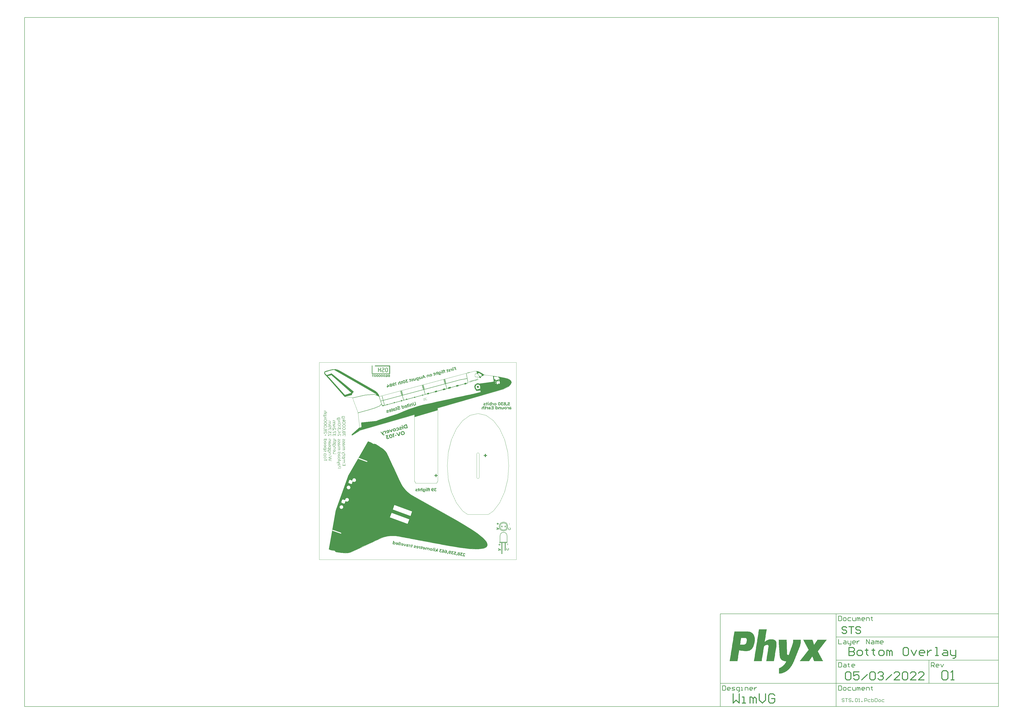
<source format=gbo>
G04*
G04 #@! TF.GenerationSoftware,Altium Limited,Altium Designer,22.2.1 (43)*
G04*
G04 Layer_Color=32896*
%FSLAX25Y25*%
%MOIN*%
G70*
G04*
G04 #@! TF.SameCoordinates,09E568D2-82FC-486A-A2B8-6DB2FCDF8EDF*
G04*
G04*
G04 #@! TF.FilePolarity,Positive*
G04*
G01*
G75*
%ADD10C,0.01575*%
%ADD11C,0.00787*%
%ADD12C,0.00591*%
%ADD21C,0.00394*%
%ADD22C,0.00984*%
G36*
X206714Y306746D02*
X206795Y306733D01*
X206859Y306710D01*
X206908Y306693D01*
X206940Y306682D01*
X206951Y306675D01*
X207033Y306623D01*
X207099Y306557D01*
X207154Y306493D01*
X207195Y306430D01*
X207225Y306369D01*
X207242Y306325D01*
X207251Y306308D01*
X207254Y306294D01*
X207257Y306285D01*
X207258Y306280D01*
X207274Y306182D01*
X207273Y306089D01*
X207264Y306008D01*
X207245Y305930D01*
X207222Y305870D01*
X207205Y305822D01*
X207188Y305793D01*
X207181Y305782D01*
X207118Y305702D01*
X207048Y305635D01*
X206972Y305587D01*
X206900Y305544D01*
X206830Y305511D01*
X206804Y305499D01*
X206777Y305492D01*
X206755Y305482D01*
X206727Y305475D01*
X206615Y305456D01*
X206510Y305448D01*
X206414Y305458D01*
X206333Y305471D01*
X206270Y305489D01*
X206220Y305510D01*
X206188Y305522D01*
X206176Y305529D01*
X206093Y305585D01*
X206028Y305651D01*
X205971Y305720D01*
X205929Y305787D01*
X205899Y305848D01*
X205882Y305897D01*
X205872Y305914D01*
X205869Y305928D01*
X205866Y305937D01*
X205865Y305942D01*
X205851Y306036D01*
X205851Y306129D01*
X205860Y306209D01*
X205881Y306278D01*
X205905Y306338D01*
X205923Y306382D01*
X205940Y306410D01*
X205947Y306422D01*
X206010Y306502D01*
X206081Y306564D01*
X206156Y306617D01*
X206233Y306657D01*
X206299Y306688D01*
X206329Y306701D01*
X206357Y306708D01*
X206374Y306717D01*
X206406Y306726D01*
X206519Y306745D01*
X206619Y306751D01*
X206714Y306746D01*
D02*
G37*
G36*
X206257Y300671D02*
X205134Y300382D01*
X204667Y302201D01*
X204638Y302296D01*
X204605Y302385D01*
X204574Y302470D01*
X204535Y302543D01*
X204494Y302611D01*
X204453Y302674D01*
X204415Y302727D01*
X204375Y302771D01*
X204339Y302815D01*
X204306Y302846D01*
X204274Y302877D01*
X204244Y302898D01*
X204220Y302917D01*
X204207Y302928D01*
X204196Y302935D01*
X204190Y302938D01*
X204123Y302970D01*
X204056Y303001D01*
X203989Y303018D01*
X203916Y303034D01*
X203845Y303045D01*
X203780Y303052D01*
X203648Y303053D01*
X203590Y303048D01*
X203538Y303044D01*
X203491Y303037D01*
X203448Y303031D01*
X203415Y303027D01*
X203300Y302998D01*
X203219Y302972D01*
X203179Y302957D01*
X203147Y302949D01*
X203130Y302939D01*
X203121Y302937D01*
X202855Y303972D01*
X203016Y304009D01*
X203172Y304029D01*
X203311Y304041D01*
X203374Y304042D01*
X203432Y304043D01*
X203486Y304042D01*
X203536Y304040D01*
X203581Y304037D01*
X203615Y304036D01*
X203640Y304032D01*
X203665Y304029D01*
X203676Y304027D01*
X203680Y304028D01*
X203815Y303999D01*
X203937Y303962D01*
X204052Y303913D01*
X204143Y303864D01*
X204218Y303819D01*
X204276Y303781D01*
X204299Y303767D01*
X204312Y303756D01*
X204319Y303748D01*
X204325Y303744D01*
X204194Y304253D01*
X205266Y304528D01*
X206257Y300671D01*
D02*
G37*
G36*
X84758Y298606D02*
X83758D01*
Y302109D01*
X81033D01*
Y298606D01*
X80032D01*
Y305963D01*
X81033D01*
Y302947D01*
X83758D01*
Y305963D01*
X84758D01*
Y298606D01*
D02*
G37*
G36*
X88399Y306095D02*
X88419Y306095D01*
X88439Y306095D01*
X88458Y306094D01*
X88478Y306094D01*
X88497Y306093D01*
X88517Y306093D01*
X88536Y306092D01*
X88555Y306091D01*
X88574Y306090D01*
X88594Y306090D01*
X88613Y306089D01*
X88631Y306087D01*
X88650Y306086D01*
X88669Y306085D01*
X88690Y306083D01*
X88711Y306082D01*
X88731Y306080D01*
X88752Y306078D01*
X88772Y306076D01*
X88793Y306073D01*
X88813Y306071D01*
X88833Y306069D01*
X88853Y306066D01*
X88873Y306064D01*
X88893Y306061D01*
X88913Y306058D01*
X88933Y306055D01*
X88953Y306052D01*
X88974Y306048D01*
X88996Y306044D01*
X89017Y306040D01*
X89038Y306036D01*
X89059Y306032D01*
X89081Y306028D01*
X89101Y306023D01*
X89124Y306018D01*
X89147Y306013D01*
X89169Y306008D01*
X89192Y306002D01*
X89214Y305996D01*
X89238Y305990D01*
X89261Y305983D01*
X89285Y305977D01*
X89309Y305970D01*
X89334Y305962D01*
X89359Y305954D01*
X89383Y305946D01*
X89410Y305937D01*
X89436Y305927D01*
X89464Y305917D01*
X89493Y305906D01*
X89523Y305893D01*
X89554Y305881D01*
X89587Y305866D01*
X89622Y305851D01*
X89626Y305848D01*
X89636Y305844D01*
X89645Y305839D01*
X89655Y305835D01*
X89659Y305833D01*
X89665Y305830D01*
X89675Y305825D01*
X89686Y305820D01*
X89696Y305814D01*
X89701Y305812D01*
X89707Y305809D01*
X89719Y305803D01*
X89730Y305797D01*
X89742Y305790D01*
X89747Y305787D01*
X89754Y305784D01*
X89768Y305776D01*
X89781Y305768D01*
X89795Y305761D01*
X89802Y305757D01*
X89840Y305735D01*
X89913Y305688D01*
X89985Y305638D01*
X90054Y305586D01*
X90088Y305558D01*
X90097Y305551D01*
X90114Y305536D01*
X90131Y305521D01*
X90149Y305506D01*
X90157Y305499D01*
Y305499D01*
X90166Y305490D01*
X90184Y305473D01*
X90202Y305457D01*
X90221Y305438D01*
X90241Y305419D01*
X90262Y305398D01*
X90282Y305376D01*
X90305Y305352D01*
X90308Y305349D01*
X90314Y305343D01*
X90319Y305336D01*
X90325Y305330D01*
X90328Y305327D01*
X90331Y305323D01*
X90337Y305316D01*
X90343Y305309D01*
X90349Y305301D01*
X90352Y305298D01*
X90356Y305294D01*
X90363Y305286D01*
X90370Y305277D01*
X90376Y305269D01*
X90380Y305265D01*
X90384Y305260D01*
X90392Y305250D01*
X90400Y305240D01*
X90408Y305230D01*
X90411Y305225D01*
X90439Y305188D01*
X90491Y305113D01*
X90540Y305035D01*
X90584Y304955D01*
X90604Y304914D01*
X90608Y304907D01*
X90615Y304892D01*
X90622Y304878D01*
X90628Y304863D01*
X90632Y304856D01*
X90634Y304850D01*
X90639Y304839D01*
X90644Y304827D01*
X90649Y304816D01*
X90652Y304810D01*
X90654Y304805D01*
X90658Y304795D01*
X90662Y304785D01*
X90666Y304776D01*
X90668Y304771D01*
X90669Y304766D01*
X90673Y304757D01*
X90676Y304749D01*
X90680Y304740D01*
X90681Y304735D01*
X90681D01*
X90683Y304731D01*
X90686Y304723D01*
X90689Y304715D01*
X90692Y304707D01*
X90693Y304703D01*
Y304703D01*
X90703Y304672D01*
X90713Y304644D01*
X90721Y304617D01*
X90729Y304590D01*
X90736Y304565D01*
X90742Y304541D01*
X90748Y304517D01*
X90754Y304495D01*
X90759Y304472D01*
X90764Y304450D01*
X90768Y304429D01*
X90773Y304408D01*
X90777Y304386D01*
X90781Y304365D01*
X90784Y304345D01*
X90787Y304326D01*
X90790Y304306D01*
X90793Y304286D01*
X90796Y304265D01*
X90798Y304247D01*
X90800Y304229D01*
X90802Y304210D01*
X90804Y304192D01*
X90806Y304173D01*
X90808Y304154D01*
X90809Y304136D01*
X90811Y304117D01*
X90812Y304098D01*
X90813Y304081D01*
X90814Y304064D01*
X90815Y304046D01*
X90815Y304029D01*
X90816Y304012D01*
X90816Y303994D01*
X90817Y303977D01*
X90817Y303959D01*
X90817Y303941D01*
X90817Y303939D01*
X90817Y303934D01*
X90817Y303929D01*
Y303924D01*
Y303922D01*
Y303921D01*
Y303920D01*
Y303919D01*
Y303918D01*
Y303917D01*
X90817Y303917D01*
X90817Y303903D01*
X90817Y303889D01*
X90817Y303875D01*
X90817Y303861D01*
X90816Y303847D01*
X90816Y303833D01*
X90815Y303819D01*
X90815Y303805D01*
X90814Y303791D01*
X90813Y303778D01*
X90812Y303764D01*
X90812Y303751D01*
X90811Y303737D01*
X90810Y303724D01*
X90808Y303710D01*
X90807Y303697D01*
X90806Y303682D01*
X90804Y303667D01*
X90803Y303653D01*
X90801Y303638D01*
X90799Y303624D01*
X90797Y303609D01*
X90795Y303595D01*
X90793Y303580D01*
X90791Y303566D01*
X90789Y303552D01*
X90787Y303538D01*
X90784Y303522D01*
X90781Y303507D01*
X90778Y303491D01*
X90775Y303476D01*
X90772Y303461D01*
X90769Y303446D01*
X90765Y303429D01*
X90762Y303413D01*
X90758Y303397D01*
X90754Y303381D01*
X90749Y303363D01*
X90744Y303346D01*
X90739Y303329D01*
X90734Y303312D01*
X90729Y303294D01*
X90723Y303276D01*
X90717Y303256D01*
X90710Y303237D01*
X90703Y303217D01*
X90695Y303196D01*
X90686Y303173D01*
X90677Y303150D01*
X90666Y303126D01*
X90665Y303122D01*
X90662Y303116D01*
X90659Y303109D01*
X90656Y303103D01*
X90654Y303099D01*
X90653Y303096D01*
X90649Y303088D01*
X90646Y303081D01*
X90643Y303074D01*
X90641Y303071D01*
X90639Y303067D01*
X90635Y303058D01*
X90631Y303050D01*
X90627Y303042D01*
X90625Y303038D01*
X90622Y303033D01*
X90617Y303023D01*
X90612Y303013D01*
X90606Y303004D01*
X90604Y302999D01*
X90589Y302972D01*
X90558Y302921D01*
X90525Y302870D01*
X90489Y302821D01*
X90471Y302797D01*
Y302797D01*
X90466Y302791D01*
X90456Y302779D01*
X90446Y302767D01*
X90436Y302755D01*
X90431Y302749D01*
X90428Y302745D01*
X90420Y302736D01*
X90413Y302728D01*
X90406Y302720D01*
X90402Y302716D01*
X90399Y302712D01*
X90393Y302706D01*
X90386Y302699D01*
X90380Y302692D01*
X90377Y302689D01*
Y302689D01*
X90374Y302686D01*
X90368Y302680D01*
X90363Y302674D01*
X90357Y302668D01*
X90354Y302665D01*
X90351Y302662D01*
X90342Y302653D01*
X90333Y302644D01*
X90323Y302635D01*
X90313Y302625D01*
X90304Y302617D01*
X90295Y302609D01*
X90286Y302601D01*
X90277Y302593D01*
X90268Y302585D01*
X90259Y302577D01*
X90250Y302569D01*
X90240Y302561D01*
X90231Y302553D01*
X90221Y302545D01*
X90212Y302538D01*
X90204Y302531D01*
X90195Y302524D01*
X90186Y302517D01*
X90177Y302510D01*
X90168Y302503D01*
X90159Y302497D01*
X90150Y302490D01*
X90141Y302483D01*
X90131Y302477D01*
X90122Y302470D01*
X90113Y302463D01*
X90103Y302457D01*
X90093Y302450D01*
X90084Y302443D01*
X90074Y302437D01*
X90064Y302430D01*
X90054Y302424D01*
X90044Y302417D01*
X90034Y302411D01*
X90024Y302405D01*
X90014Y302398D01*
X90004Y302392D01*
X89994Y302386D01*
X89985Y302380D01*
X89976Y302375D01*
X89966Y302369D01*
X89957Y302364D01*
X89948Y302359D01*
X89938Y302353D01*
X89929Y302348D01*
X89920Y302343D01*
X89910Y302338D01*
X89900Y302332D01*
X89891Y302327D01*
X89881Y302322D01*
X89872Y302317D01*
X89862Y302311D01*
X89852Y302306D01*
X89842Y302301D01*
X89832Y302296D01*
X89822Y302291D01*
X89812Y302286D01*
X89802Y302281D01*
X89792Y302276D01*
X89781Y302271D01*
X89771Y302266D01*
X89761Y302261D01*
X89750Y302256D01*
X89740Y302251D01*
X89729Y302246D01*
X89719Y302242D01*
X89708Y302237D01*
X89698Y302232D01*
X89687Y302227D01*
X89676Y302222D01*
X89665Y302218D01*
X89654Y302213D01*
X89644Y302208D01*
X89632Y302204D01*
X89622Y302199D01*
X89610Y302194D01*
X89599Y302190D01*
X89588Y302185D01*
X89577Y302181D01*
X89565Y302176D01*
X89554Y302172D01*
X89543Y302167D01*
X89531Y302163D01*
X89520Y302158D01*
X89508Y302154D01*
X89496Y302150D01*
X89485Y302145D01*
X89473Y302141D01*
X89461Y302137D01*
X89449Y302132D01*
X89437Y302128D01*
X89425Y302124D01*
X89413Y302120D01*
X89401Y302116D01*
X89389Y302111D01*
X89377Y302107D01*
X89364Y302103D01*
X89352Y302099D01*
X89340Y302095D01*
X89327Y302091D01*
X89315Y302087D01*
X89302Y302083D01*
X89290Y302079D01*
X89277Y302075D01*
X89264Y302071D01*
X89252Y302067D01*
X89239Y302063D01*
X89226Y302059D01*
X89213Y302055D01*
X89200Y302052D01*
X89187Y302048D01*
X89174Y302044D01*
X89161Y302040D01*
X89148Y302036D01*
X89134Y302033D01*
X89121Y302029D01*
X89108Y302026D01*
X89094Y302022D01*
X89081Y302018D01*
X89067Y302015D01*
X89054Y302011D01*
X89040Y302008D01*
X89026Y302004D01*
X89013Y302000D01*
X88999Y301997D01*
X88985Y301994D01*
X88971Y301990D01*
X88957Y301987D01*
X88943Y301983D01*
X88929Y301980D01*
X88915Y301977D01*
X88901Y301973D01*
X88884Y301970D01*
X88866Y301965D01*
X88334Y301842D01*
X88332Y301842D01*
X88322Y301840D01*
X88312Y301837D01*
X88302Y301835D01*
X88293Y301833D01*
X88283Y301831D01*
X88273Y301828D01*
X88263Y301826D01*
X88254Y301824D01*
X88244Y301821D01*
X88235Y301819D01*
X88225Y301817D01*
X88215Y301815D01*
X88206Y301812D01*
X88196Y301810D01*
X88187Y301807D01*
X88178Y301805D01*
X88169Y301802D01*
X88159Y301800D01*
X88150Y301798D01*
X88142Y301796D01*
X88134Y301793D01*
X88126Y301791D01*
X88119Y301789D01*
X88111Y301787D01*
X88103Y301785D01*
X88096Y301783D01*
X88088Y301781D01*
X88080Y301778D01*
X88073Y301776D01*
X88065Y301774D01*
X88058Y301772D01*
X88050Y301769D01*
X88043Y301767D01*
X88035Y301765D01*
X88028Y301763D01*
X88020Y301760D01*
X88013Y301758D01*
X88006Y301756D01*
X87998Y301754D01*
X87991Y301751D01*
X87984Y301749D01*
X87977Y301747D01*
X87970Y301744D01*
X87963Y301742D01*
X87955Y301740D01*
X87948Y301737D01*
X87941Y301735D01*
X87934Y301732D01*
X87927Y301730D01*
X87920Y301728D01*
X87914Y301725D01*
X87907Y301723D01*
X87900Y301720D01*
X87893Y301718D01*
X87886Y301716D01*
X87879Y301713D01*
X87873Y301711D01*
X87866Y301708D01*
X87859Y301706D01*
X87853Y301703D01*
X87846Y301701D01*
X87840Y301698D01*
X87833Y301696D01*
X87826Y301693D01*
X87820Y301691D01*
X87814Y301688D01*
X87807Y301686D01*
X87801Y301683D01*
X87794Y301680D01*
X87788Y301678D01*
X87782Y301675D01*
X87775Y301673D01*
X87769Y301670D01*
X87763Y301667D01*
X87757Y301665D01*
X87751Y301662D01*
X87745Y301659D01*
X87739Y301657D01*
X87732Y301654D01*
X87726Y301651D01*
X87721Y301649D01*
X87714Y301646D01*
X87709Y301643D01*
X87703Y301641D01*
X87697Y301638D01*
X87691Y301635D01*
X87685Y301632D01*
X87679Y301629D01*
X87674Y301627D01*
X87668Y301624D01*
X87662Y301621D01*
X87657Y301618D01*
X87651Y301616D01*
X87646Y301613D01*
X87640Y301610D01*
X87634Y301607D01*
X87629Y301604D01*
X87623Y301601D01*
X87618Y301599D01*
X87613Y301596D01*
X87607Y301593D01*
X87602Y301590D01*
X87597Y301587D01*
X87591Y301584D01*
X87586Y301581D01*
X87581Y301578D01*
X87576Y301575D01*
X87571Y301572D01*
X87565Y301569D01*
X87560Y301566D01*
X87555Y301563D01*
X87550Y301560D01*
X87545Y301557D01*
X87540Y301554D01*
X87535Y301551D01*
X87530Y301548D01*
X87525Y301545D01*
X87521Y301542D01*
X87516Y301539D01*
X87511Y301536D01*
X87506Y301533D01*
X87502Y301530D01*
X87497Y301527D01*
X87492Y301524D01*
X87488Y301520D01*
X87483Y301517D01*
X87479Y301514D01*
X87474Y301511D01*
X87469Y301508D01*
X87465Y301505D01*
X87461Y301502D01*
X87456Y301499D01*
X87452Y301495D01*
X87447Y301492D01*
X87443Y301489D01*
X87439Y301486D01*
X87435Y301482D01*
X87430Y301479D01*
X87426Y301476D01*
X87422Y301473D01*
X87418Y301469D01*
X87414Y301466D01*
X87410Y301463D01*
X87406Y301460D01*
X87401Y301456D01*
X87398Y301453D01*
X87394Y301449D01*
X87390Y301446D01*
X87385Y301442D01*
X87381Y301438D01*
X87376Y301434D01*
X87372Y301431D01*
X87367Y301427D01*
X87363Y301423D01*
X87359Y301419D01*
X87355Y301415D01*
X87350Y301411D01*
X87346Y301407D01*
X87342Y301402D01*
X87338Y301398D01*
X87334Y301394D01*
X87326Y301386D01*
X87311Y301371D01*
X87297Y301355D01*
X87283Y301338D01*
X87276Y301330D01*
X87272Y301326D01*
X87266Y301318D01*
X87260Y301310D01*
X87253Y301302D01*
X87250Y301297D01*
X87250D01*
X87248Y301295D01*
X87244Y301289D01*
X87240Y301284D01*
X87236Y301278D01*
X87234Y301275D01*
X87233Y301273D01*
X87230Y301269D01*
X87227Y301264D01*
X87224Y301260D01*
X87222Y301257D01*
X87221Y301255D01*
X87218Y301251D01*
X87216Y301247D01*
X87213Y301243D01*
X87212Y301241D01*
X87211Y301240D01*
X87209Y301236D01*
X87207Y301233D01*
X87204Y301229D01*
X87203Y301227D01*
X87203D01*
X87195Y301214D01*
X87188Y301201D01*
X87182Y301189D01*
X87176Y301178D01*
X87170Y301167D01*
X87164Y301156D01*
X87159Y301145D01*
X87155Y301135D01*
X87150Y301125D01*
X87146Y301115D01*
X87142Y301106D01*
X87138Y301096D01*
X87134Y301087D01*
X87130Y301079D01*
X87127Y301069D01*
X87124Y301060D01*
X87120Y301051D01*
X87117Y301043D01*
X87114Y301034D01*
X87111Y301026D01*
X87109Y301017D01*
X87106Y301009D01*
X87103Y301000D01*
X87101Y300992D01*
X87098Y300984D01*
X87096Y300976D01*
X87094Y300968D01*
X87092Y300960D01*
X87090Y300952D01*
X87087Y300944D01*
X87085Y300936D01*
X87083Y300927D01*
X87081Y300919D01*
X87080Y300911D01*
X87078Y300903D01*
X87076Y300894D01*
X87074Y300886D01*
X87073Y300879D01*
X87071Y300871D01*
X87070Y300864D01*
X87068Y300856D01*
X87067Y300848D01*
X87066Y300841D01*
X87064Y300833D01*
X87063Y300825D01*
X87062Y300818D01*
X87061Y300810D01*
X87060Y300802D01*
X87059Y300794D01*
X87058Y300786D01*
X87056Y300779D01*
X87055Y300770D01*
X87055Y300763D01*
X87054Y300754D01*
X87053Y300746D01*
X87052Y300738D01*
X87051Y300730D01*
X87050Y300722D01*
X87050Y300714D01*
X87049Y300706D01*
X87048Y300698D01*
X87048Y300689D01*
X87047Y300681D01*
X87046Y300673D01*
X87046Y300664D01*
X87046Y300656D01*
X87045Y300647D01*
X87045Y300639D01*
X87044Y300630D01*
X87044Y300622D01*
X87044Y300613D01*
X87043Y300605D01*
X87043Y300596D01*
X87043Y300587D01*
X87043Y300579D01*
X87043Y300570D01*
X87043Y300561D01*
X87043Y300551D01*
X87043Y300541D01*
X87043Y300532D01*
X87043Y300522D01*
X87043Y300513D01*
X87043Y300503D01*
X87044Y300494D01*
X87044Y300484D01*
X87045Y300475D01*
X87045Y300464D01*
X87046Y300454D01*
X87046Y300443D01*
X87047Y300433D01*
X87048Y300422D01*
X87049Y300412D01*
X87050Y300402D01*
X87050Y300391D01*
X87052Y300381D01*
X87053Y300371D01*
X87054Y300361D01*
X87055Y300351D01*
X87057Y300339D01*
X87058Y300328D01*
X87060Y300317D01*
X87062Y300306D01*
X87063Y300295D01*
X87065Y300284D01*
X87067Y300273D01*
X87070Y300262D01*
X87072Y300250D01*
X87074Y300238D01*
X87077Y300226D01*
X87080Y300214D01*
X87083Y300201D01*
X87086Y300188D01*
X87090Y300176D01*
X87093Y300163D01*
X87097Y300149D01*
X87101Y300135D01*
X87106Y300121D01*
X87111Y300106D01*
X87116Y300090D01*
X87122Y300073D01*
X87129Y300056D01*
X87130Y300053D01*
X87132Y300048D01*
X87134Y300044D01*
X87136Y300039D01*
X87137Y300036D01*
X87138Y300034D01*
X87140Y300028D01*
X87142Y300023D01*
X87145Y300018D01*
X87146Y300015D01*
X87147Y300012D01*
X87150Y300007D01*
X87152Y300001D01*
X87155Y299995D01*
X87156Y299992D01*
X87158Y299988D01*
X87162Y299981D01*
X87165Y299974D01*
X87169Y299967D01*
X87170Y299963D01*
X87180Y299945D01*
X87200Y299909D01*
X87221Y299874D01*
X87243Y299840D01*
X87255Y299823D01*
X87258Y299818D01*
X87265Y299809D01*
X87272Y299800D01*
X87279Y299791D01*
X87283Y299786D01*
Y299786D01*
X87285Y299783D01*
X87290Y299777D01*
X87295Y299770D01*
X87300Y299764D01*
X87303Y299761D01*
X87305Y299759D01*
X87309Y299754D01*
X87313Y299749D01*
X87318Y299744D01*
X87320Y299742D01*
X87320Y299742D01*
X87322Y299739D01*
X87325Y299735D01*
X87329Y299731D01*
X87333Y299727D01*
X87335Y299725D01*
X87336Y299723D01*
X87340Y299719D01*
X87344Y299715D01*
X87347Y299711D01*
X87349Y299709D01*
X87349Y299709D01*
X87362Y299696D01*
X87375Y299683D01*
X87387Y299671D01*
X87398Y299660D01*
X87409Y299651D01*
X87420Y299640D01*
X87430Y299631D01*
X87441Y299622D01*
X87451Y299614D01*
X87462Y299605D01*
X87477Y299593D01*
X87480Y299591D01*
X87486Y299586D01*
X87492Y299582D01*
X87498Y299577D01*
X87501Y299575D01*
X87503Y299573D01*
X87509Y299569D01*
X87514Y299566D01*
X87519Y299562D01*
X87522Y299560D01*
X87524Y299558D01*
X87529Y299555D01*
X87534Y299551D01*
X87539Y299548D01*
X87542Y299546D01*
X87542Y299546D01*
X87560Y299534D01*
X87576Y299524D01*
X87592Y299514D01*
X87607Y299505D01*
X87622Y299496D01*
X87637Y299488D01*
X87650Y299480D01*
X87664Y299473D01*
X87678Y299466D01*
X87691Y299459D01*
X87704Y299452D01*
X87716Y299447D01*
X87729Y299441D01*
X87741Y299435D01*
X87753Y299430D01*
X87765Y299425D01*
X87777Y299420D01*
X87788Y299415D01*
X87800Y299410D01*
X87812Y299405D01*
X87824Y299400D01*
X87835Y299396D01*
X87846Y299392D01*
X87857Y299388D01*
X87868Y299384D01*
X87879Y299380D01*
X87890Y299377D01*
X87902Y299373D01*
X87913Y299369D01*
X87925Y299366D01*
X87936Y299362D01*
X87947Y299359D01*
X87957Y299356D01*
X87968Y299353D01*
X87978Y299350D01*
X87989Y299347D01*
X88000Y299344D01*
X88011Y299341D01*
X88021Y299339D01*
X88032Y299336D01*
X88043Y299333D01*
X88054Y299331D01*
X88065Y299328D01*
X88076Y299325D01*
X88087Y299323D01*
X88099Y299321D01*
X88110Y299318D01*
X88121Y299316D01*
X88132Y299314D01*
X88144Y299312D01*
X88154Y299310D01*
X88164Y299308D01*
X88175Y299306D01*
X88185Y299305D01*
X88195Y299303D01*
X88206Y299301D01*
X88216Y299300D01*
X88227Y299298D01*
X88237Y299296D01*
X88248Y299295D01*
X88258Y299294D01*
X88269Y299292D01*
X88280Y299291D01*
X88290Y299289D01*
X88301Y299288D01*
X88312Y299287D01*
X88323Y299286D01*
X88334Y299285D01*
X88345Y299284D01*
X88356Y299283D01*
X88367Y299282D01*
X88378Y299281D01*
X88389Y299280D01*
X88400Y299279D01*
X88411Y299278D01*
X88423Y299277D01*
X88434Y299276D01*
X88445Y299276D01*
X88457Y299275D01*
X88468Y299274D01*
X88480Y299274D01*
X88491Y299273D01*
X88503Y299273D01*
X88514Y299272D01*
X88526Y299272D01*
X88538Y299271D01*
X88550Y299271D01*
X88561Y299271D01*
X88573Y299271D01*
X88585Y299270D01*
X88597Y299270D01*
X88609Y299270D01*
X88621Y299270D01*
X88634Y299270D01*
X88672Y299270D01*
X88746Y299272D01*
X88821Y299276D01*
X88895Y299281D01*
X88932Y299284D01*
X88948Y299286D01*
X88978Y299289D01*
X89009Y299292D01*
X89039Y299296D01*
X89055Y299298D01*
X89066Y299300D01*
X89088Y299303D01*
X89110Y299306D01*
X89132Y299310D01*
X89144Y299312D01*
X89153Y299313D01*
X89171Y299316D01*
X89189Y299319D01*
X89208Y299323D01*
X89217Y299324D01*
X89217D01*
X89225Y299326D01*
X89241Y299329D01*
X89257Y299332D01*
X89273Y299336D01*
X89281Y299337D01*
X89288Y299339D01*
X89303Y299342D01*
X89318Y299345D01*
X89332Y299348D01*
X89339Y299350D01*
X89339Y299350D01*
X89392Y299362D01*
X89442Y299375D01*
X89489Y299387D01*
X89533Y299400D01*
X89574Y299412D01*
X89615Y299425D01*
X89654Y299438D01*
X89660Y299440D01*
X89675Y299445D01*
X89691Y299450D01*
X89706Y299455D01*
X89721Y299461D01*
X89736Y299466D01*
X89751Y299471D01*
X89767Y299477D01*
X89782Y299483D01*
X89797Y299489D01*
X89813Y299495D01*
X89828Y299500D01*
X89844Y299507D01*
X89859Y299513D01*
X89875Y299519D01*
X89890Y299525D01*
X89906Y299532D01*
X89920Y299538D01*
X89935Y299544D01*
X89949Y299550D01*
X89964Y299556D01*
X89978Y299563D01*
X89993Y299569D01*
X90008Y299576D01*
X90022Y299582D01*
X90037Y299589D01*
X90052Y299596D01*
X90067Y299602D01*
X90082Y299609D01*
X90096Y299616D01*
X90111Y299623D01*
X90126Y299630D01*
X90141Y299638D01*
X90156Y299645D01*
X90171Y299652D01*
X90186Y299659D01*
X90201Y299667D01*
X90216Y299675D01*
X90231Y299682D01*
X90246Y299690D01*
X90261Y299698D01*
X90276Y299706D01*
X90291Y299713D01*
X90307Y299722D01*
X90322Y299730D01*
X90337Y299738D01*
X90352Y299746D01*
X90368Y299754D01*
X90383Y299763D01*
X90398Y299771D01*
X90413Y299780D01*
X90429Y299788D01*
X90444Y299797D01*
X90460Y299806D01*
X90475Y299815D01*
X90491Y299823D01*
X90506Y299833D01*
X90522Y299842D01*
X90537Y299851D01*
X90554Y299861D01*
X90571Y299870D01*
X90588Y299881D01*
X90604Y299891D01*
X90621Y299901D01*
X90638Y299911D01*
X90655Y299922D01*
X90672Y299932D01*
X90689Y299943D01*
X90706Y299953D01*
X90724Y299965D01*
Y298905D01*
X90701Y298896D01*
X90657Y298878D01*
X90614Y298861D01*
X90570Y298843D01*
X90526Y298826D01*
X90480Y298809D01*
X90434Y298792D01*
X90388Y298776D01*
X90341Y298759D01*
X90292Y298743D01*
X90243Y298726D01*
X90192Y298710D01*
X90141Y298694D01*
X90088Y298679D01*
X90035Y298663D01*
X89979Y298648D01*
X89923Y298633D01*
X89864Y298619D01*
X89804Y298604D01*
X89741Y298590D01*
X89674Y298575D01*
X89632Y298566D01*
X89563Y298552D01*
X89490Y298539D01*
X89412Y298526D01*
X89329Y298513D01*
X89317Y298511D01*
X89294Y298508D01*
X89272Y298505D01*
X89249Y298502D01*
X89237Y298500D01*
X89224Y298499D01*
X89199Y298495D01*
X89173Y298492D01*
X89147Y298490D01*
X89134Y298488D01*
X89119Y298487D01*
X89090Y298484D01*
X89060Y298481D01*
X89031Y298478D01*
X89016Y298477D01*
X88997Y298476D01*
X88960Y298473D01*
X88923Y298471D01*
X88886Y298469D01*
X88867Y298468D01*
X88838Y298466D01*
X88780Y298464D01*
X88722Y298463D01*
X88664Y298462D01*
X88634D01*
X88634Y298462D01*
X88629D01*
X88610Y298462D01*
X88590Y298462D01*
X88570Y298462D01*
X88551Y298463D01*
X88531Y298463D01*
X88512Y298463D01*
X88492Y298464D01*
X88473Y298464D01*
X88454Y298465D01*
X88435Y298466D01*
X88416Y298466D01*
X88397Y298467D01*
X88378Y298468D01*
X88359Y298469D01*
X88340Y298470D01*
X88322Y298471D01*
X88303Y298472D01*
X88284Y298474D01*
X88266Y298475D01*
X88248Y298476D01*
X88229Y298478D01*
X88211Y298479D01*
X88193Y298481D01*
X88175Y298483D01*
X88157Y298484D01*
X88139Y298486D01*
X88121Y298488D01*
X88103Y298490D01*
X88086Y298492D01*
X88068Y298494D01*
X88051Y298496D01*
X88033Y298499D01*
X88016Y298501D01*
X87998Y298503D01*
X87981Y298506D01*
X87964Y298508D01*
X87947Y298511D01*
X87930Y298514D01*
X87913Y298516D01*
X87896Y298519D01*
X87879Y298522D01*
X87862Y298525D01*
X87846Y298528D01*
X87829Y298531D01*
X87813Y298534D01*
X87796Y298537D01*
X87780Y298541D01*
X87764Y298544D01*
X87748Y298548D01*
X87732Y298551D01*
X87716Y298555D01*
X87700Y298558D01*
X87684Y298562D01*
X87668Y298566D01*
X87652Y298570D01*
X87637Y298574D01*
X87621Y298578D01*
X87605Y298582D01*
X87590Y298586D01*
X87575Y298590D01*
X87559Y298594D01*
X87544Y298599D01*
X87527Y298604D01*
X87510Y298609D01*
X87493Y298614D01*
X87477Y298619D01*
X87460Y298625D01*
X87444Y298630D01*
X87427Y298636D01*
X87411Y298641D01*
X87395Y298647D01*
X87379Y298653D01*
X87362Y298659D01*
X87347Y298665D01*
X87331Y298671D01*
X87313Y298677D01*
X87296Y298684D01*
X87278Y298692D01*
X87261Y298699D01*
X87244Y298706D01*
X87227Y298713D01*
X87211Y298721D01*
X87194Y298728D01*
X87176Y298737D01*
X87158Y298746D01*
X87140Y298754D01*
X87122Y298763D01*
X87103Y298773D01*
X87084Y298783D01*
X87065Y298793D01*
X87046Y298804D01*
X87026Y298815D01*
X87006Y298827D01*
X86985Y298839D01*
X86964Y298852D01*
X86942Y298866D01*
X86918Y298882D01*
X86894Y298898D01*
X86868Y298916D01*
X86865Y298918D01*
X86858Y298923D01*
X86852Y298928D01*
X86845Y298933D01*
X86842Y298935D01*
X86838Y298938D01*
X86831Y298943D01*
X86824Y298949D01*
X86816Y298954D01*
X86813Y298957D01*
X86809Y298960D01*
X86801Y298966D01*
X86792Y298973D01*
X86784Y298979D01*
X86780Y298982D01*
X86775Y298986D01*
X86766Y298994D01*
X86756Y299002D01*
X86747Y299010D01*
X86742Y299014D01*
X86742Y299014D01*
X86730Y299024D01*
X86708Y299044D01*
X86704Y299047D01*
X86698Y299052D01*
X86692Y299058D01*
X86686Y299064D01*
X86682Y299067D01*
X86682Y299067D01*
X86679Y299070D01*
X86672Y299076D01*
X86665Y299083D01*
X86659Y299089D01*
X86655Y299092D01*
X86652Y299096D01*
X86644Y299104D01*
X86636Y299112D01*
X86628Y299119D01*
X86624Y299123D01*
X86620Y299128D01*
X86610Y299138D01*
X86601Y299148D01*
X86591Y299158D01*
X86586Y299163D01*
X86567Y299184D01*
X86531Y299226D01*
X86496Y299270D01*
X86462Y299314D01*
X86446Y299337D01*
X86440Y299346D01*
X86427Y299364D01*
X86415Y299382D01*
X86404Y299400D01*
X86398Y299409D01*
X86398Y299410D01*
X86394Y299415D01*
X86387Y299427D01*
X86380Y299438D01*
X86373Y299449D01*
X86370Y299455D01*
X86367Y299460D01*
X86362Y299469D01*
X86356Y299479D01*
X86351Y299488D01*
X86348Y299493D01*
X86348D01*
X86346Y299497D01*
X86342Y299505D01*
X86337Y299514D01*
X86333Y299522D01*
X86331Y299526D01*
X86329Y299530D01*
X86325Y299537D01*
X86321Y299545D01*
X86317Y299552D01*
X86315Y299556D01*
X86315D01*
X86302Y299584D01*
X86289Y299610D01*
X86278Y299635D01*
X86268Y299658D01*
X86258Y299680D01*
X86249Y299703D01*
X86241Y299724D01*
X86233Y299745D01*
X86226Y299765D01*
X86219Y299785D01*
X86212Y299805D01*
X86206Y299823D01*
X86200Y299842D01*
X86194Y299860D01*
X86189Y299879D01*
X86184Y299896D01*
X86179Y299914D01*
X86174Y299931D01*
X86170Y299949D01*
X86165Y299966D01*
X86161Y299984D01*
X86157Y300002D01*
X86153Y300018D01*
X86150Y300034D01*
X86146Y300050D01*
X86143Y300066D01*
X86140Y300083D01*
X86136Y300099D01*
X86133Y300116D01*
X86130Y300133D01*
X86128Y300149D01*
X86125Y300166D01*
X86122Y300183D01*
X86120Y300198D01*
X86118Y300214D01*
X86116Y300229D01*
X86114Y300244D01*
X86112Y300259D01*
X86110Y300275D01*
X86109Y300290D01*
X86107Y300306D01*
X86105Y300321D01*
X86104Y300337D01*
X86102Y300353D01*
X86101Y300369D01*
X86100Y300384D01*
X86099Y300400D01*
X86098Y300416D01*
X86097Y300432D01*
X86096Y300448D01*
X86095Y300465D01*
X86094Y300481D01*
X86094Y300497D01*
X86093Y300514D01*
X86093Y300530D01*
X86092Y300547D01*
X86092Y300563D01*
X86092Y300580D01*
X86092Y300596D01*
X86092Y300615D01*
X86092Y300629D01*
X86092Y300645D01*
X86092Y300661D01*
X86092Y300677D01*
X86093Y300693D01*
X86093Y300709D01*
X86093Y300724D01*
X86094Y300740D01*
X86095Y300756D01*
X86095Y300771D01*
X86096Y300786D01*
X86097Y300802D01*
X86098Y300817D01*
X86099Y300832D01*
X86100Y300848D01*
X86101Y300863D01*
X86103Y300878D01*
X86104Y300893D01*
X86105Y300908D01*
X86107Y300923D01*
X86108Y300937D01*
X86110Y300952D01*
X86112Y300967D01*
X86114Y300981D01*
X86115Y300996D01*
X86117Y301011D01*
X86119Y301025D01*
X86121Y301039D01*
X86124Y301055D01*
X86127Y301071D01*
X86129Y301087D01*
X86132Y301103D01*
X86135Y301118D01*
X86137Y301134D01*
X86141Y301149D01*
X86143Y301165D01*
X86147Y301180D01*
X86150Y301195D01*
X86153Y301210D01*
X86157Y301227D01*
X86161Y301243D01*
X86165Y301260D01*
X86169Y301276D01*
X86174Y301292D01*
X86178Y301309D01*
X86182Y301325D01*
X86187Y301342D01*
X86193Y301360D01*
X86198Y301377D01*
X86203Y301394D01*
X86209Y301412D01*
X86216Y301430D01*
X86222Y301448D01*
X86229Y301467D01*
X86236Y301486D01*
X86243Y301505D01*
X86251Y301525D01*
X86260Y301545D01*
X86269Y301567D01*
X86279Y301589D01*
X86290Y301613D01*
X86301Y301637D01*
X86314Y301663D01*
X86316Y301666D01*
X86320Y301673D01*
X86323Y301680D01*
X86327Y301687D01*
X86329Y301691D01*
X86331Y301694D01*
X86335Y301702D01*
X86339Y301709D01*
X86343Y301717D01*
X86345Y301720D01*
X86348Y301725D01*
X86352Y301733D01*
X86357Y301741D01*
X86362Y301749D01*
X86364Y301753D01*
X86367Y301758D01*
X86373Y301768D01*
X86379Y301778D01*
X86385Y301788D01*
X86388Y301793D01*
X86408Y301824D01*
X86449Y301884D01*
X86493Y301942D01*
X86540Y301998D01*
X86565Y302025D01*
X86565D01*
X86571Y302032D01*
X86584Y302045D01*
X86597Y302058D01*
X86610Y302072D01*
X86621Y302084D01*
X86634Y302096D01*
X86646Y302108D01*
X86658Y302118D01*
X86669Y302129D01*
X86681Y302140D01*
X86693Y302151D01*
X86705Y302161D01*
X86716Y302171D01*
X86727Y302180D01*
X86738Y302190D01*
X86750Y302199D01*
X86761Y302208D01*
X86773Y302218D01*
X86785Y302227D01*
X86796Y302236D01*
X86807Y302244D01*
X86818Y302253D01*
X86829Y302261D01*
X86840Y302269D01*
X86851Y302277D01*
X86862Y302285D01*
X86874Y302293D01*
X86885Y302301D01*
X86897Y302308D01*
X86908Y302316D01*
X86920Y302324D01*
X86932Y302332D01*
X86943Y302339D01*
X86955Y302347D01*
X86966Y302354D01*
X86977Y302361D01*
X86988Y302367D01*
X86999Y302374D01*
X87010Y302380D01*
X87021Y302387D01*
X87032Y302394D01*
X87043Y302400D01*
X87054Y302407D01*
X87066Y302413D01*
X87077Y302419D01*
X87088Y302426D01*
X87100Y302432D01*
X87112Y302438D01*
X87123Y302445D01*
X87135Y302451D01*
X87147Y302457D01*
X87159Y302463D01*
X87171Y302469D01*
X87183Y302475D01*
X87195Y302481D01*
X87207Y302487D01*
X87219Y302493D01*
X87232Y302499D01*
X87244Y302505D01*
X87257Y302511D01*
X87269Y302517D01*
X87282Y302523D01*
X87295Y302528D01*
X87307Y302534D01*
X87320Y302540D01*
X87333Y302545D01*
X87346Y302551D01*
X87359Y302557D01*
X87372Y302562D01*
X87385Y302568D01*
X87399Y302573D01*
X87412Y302578D01*
X87426Y302584D01*
X87439Y302589D01*
X87453Y302595D01*
X87466Y302600D01*
X87480Y302605D01*
X87494Y302610D01*
X87507Y302616D01*
X87521Y302621D01*
X87535Y302626D01*
X87550Y302631D01*
X87564Y302636D01*
X87578Y302641D01*
X87592Y302646D01*
X87607Y302651D01*
X87621Y302656D01*
X87635Y302661D01*
X87650Y302666D01*
X87665Y302670D01*
X87679Y302675D01*
X87694Y302680D01*
X87709Y302685D01*
X87724Y302689D01*
X87739Y302694D01*
X87754Y302698D01*
X87769Y302703D01*
X87784Y302708D01*
X87800Y302712D01*
X87815Y302716D01*
X87830Y302721D01*
X87846Y302725D01*
X87862Y302730D01*
X87877Y302734D01*
X87893Y302738D01*
X87909Y302743D01*
X87924Y302747D01*
X87941Y302751D01*
X87957Y302755D01*
X87973Y302759D01*
X87989Y302763D01*
X88005Y302767D01*
X88021Y302771D01*
X88038Y302775D01*
X88054Y302779D01*
X88073Y302783D01*
X88595Y302902D01*
X88601Y302903D01*
X88610Y302905D01*
X88618Y302907D01*
X88627Y302909D01*
X88636Y302911D01*
X88644Y302913D01*
X88653Y302916D01*
X88661Y302918D01*
X88670Y302920D01*
X88678Y302922D01*
X88687Y302924D01*
X88696Y302926D01*
X88704Y302928D01*
X88712Y302930D01*
X88721Y302933D01*
X88729Y302935D01*
X88737Y302937D01*
X88745Y302939D01*
X88754Y302941D01*
X88762Y302944D01*
X88770Y302946D01*
X88778Y302948D01*
X88786Y302950D01*
X88794Y302952D01*
X88802Y302955D01*
X88810Y302957D01*
X88818Y302959D01*
X88826Y302961D01*
X88834Y302963D01*
X88842Y302966D01*
X88850Y302968D01*
X88857Y302970D01*
X88865Y302973D01*
X88873Y302975D01*
X88880Y302977D01*
X88888Y302979D01*
X88896Y302982D01*
X88903Y302984D01*
X88911Y302986D01*
X88918Y302989D01*
X88926Y302991D01*
X88933Y302993D01*
X88941Y302995D01*
X88948Y302998D01*
X88955Y303000D01*
X88963Y303003D01*
X88970Y303005D01*
X88977Y303007D01*
X88984Y303010D01*
X88991Y303012D01*
X88999Y303014D01*
X89006Y303017D01*
X89013Y303019D01*
X89020Y303021D01*
X89027Y303024D01*
X89034Y303026D01*
X89039Y303028D01*
X89045Y303030D01*
X89051Y303032D01*
X89057Y303034D01*
X89062Y303036D01*
X89068Y303038D01*
X89074Y303040D01*
X89079Y303042D01*
X89085Y303044D01*
X89091Y303046D01*
X89096Y303048D01*
X89102Y303051D01*
X89107Y303053D01*
X89113Y303055D01*
X89118Y303057D01*
X89123Y303059D01*
X89129Y303061D01*
X89134Y303063D01*
X89140Y303065D01*
X89145Y303067D01*
X89150Y303069D01*
X89156Y303071D01*
X89161Y303073D01*
X89166Y303076D01*
X89171Y303078D01*
X89177Y303080D01*
X89182Y303082D01*
X89187Y303084D01*
X89192Y303086D01*
X89197Y303088D01*
X89202Y303090D01*
X89207Y303093D01*
X89212Y303095D01*
X89217Y303097D01*
X89222Y303099D01*
X89227Y303101D01*
X89232Y303103D01*
X89237Y303105D01*
X89242Y303108D01*
X89247Y303110D01*
X89252Y303112D01*
X89257Y303114D01*
X89262Y303116D01*
X89266Y303118D01*
X89271Y303121D01*
X89276Y303123D01*
X89280Y303125D01*
X89285Y303127D01*
X89290Y303130D01*
X89294Y303132D01*
X89299Y303134D01*
X89304Y303136D01*
X89308Y303138D01*
X89313Y303141D01*
X89317Y303143D01*
X89322Y303145D01*
X89326Y303147D01*
X89331Y303150D01*
X89335Y303152D01*
X89340Y303154D01*
X89344Y303156D01*
X89349Y303159D01*
X89353Y303161D01*
X89357Y303163D01*
X89362Y303165D01*
X89366Y303168D01*
X89370Y303170D01*
X89374Y303172D01*
X89378Y303174D01*
X89383Y303177D01*
X89387Y303179D01*
X89391Y303181D01*
X89395Y303184D01*
X89399Y303186D01*
X89403Y303188D01*
X89407Y303191D01*
X89411Y303193D01*
X89415Y303195D01*
X89419Y303198D01*
X89423Y303200D01*
X89427Y303202D01*
X89431Y303205D01*
X89435Y303207D01*
X89439Y303209D01*
X89443Y303212D01*
X89447Y303214D01*
X89450Y303217D01*
X89454Y303219D01*
X89458Y303221D01*
X89461Y303224D01*
X89465Y303226D01*
X89469Y303228D01*
X89473Y303231D01*
X89476Y303233D01*
X89480Y303236D01*
X89483Y303238D01*
X89487Y303240D01*
X89490Y303243D01*
X89494Y303245D01*
X89497Y303248D01*
X89501Y303250D01*
X89504Y303253D01*
X89508Y303255D01*
X89511Y303257D01*
X89514Y303260D01*
X89518Y303262D01*
X89521Y303265D01*
X89525Y303267D01*
X89528Y303270D01*
X89531Y303272D01*
X89534Y303274D01*
X89538Y303277D01*
X89541Y303279D01*
X89544Y303282D01*
X89547Y303284D01*
X89550Y303287D01*
X89553Y303289D01*
X89556Y303292D01*
X89559Y303294D01*
X89562Y303297D01*
X89565Y303299D01*
X89568Y303302D01*
X89571Y303305D01*
X89574Y303307D01*
X89577Y303309D01*
X89580Y303312D01*
X89583Y303315D01*
X89586Y303317D01*
X89589Y303320D01*
X89591Y303322D01*
X89594Y303325D01*
X89597Y303327D01*
X89600Y303330D01*
X89611Y303341D01*
X89633Y303364D01*
X89653Y303387D01*
X89673Y303411D01*
X89683Y303424D01*
X89685Y303426D01*
X89689Y303432D01*
X89693Y303438D01*
X89697Y303444D01*
X89699Y303446D01*
X89699Y303446D01*
X89701Y303449D01*
X89704Y303453D01*
X89706Y303457D01*
X89710Y303462D01*
X89711Y303464D01*
X89712Y303466D01*
X89715Y303470D01*
X89717Y303474D01*
X89719Y303477D01*
X89720Y303479D01*
X89720Y303479D01*
X89722Y303481D01*
X89724Y303484D01*
X89726Y303488D01*
X89728Y303491D01*
X89729Y303493D01*
X89730Y303494D01*
X89731Y303497D01*
X89733Y303500D01*
X89735Y303503D01*
X89736Y303505D01*
X89736Y303505D01*
X89742Y303517D01*
X89749Y303528D01*
X89754Y303539D01*
X89759Y303549D01*
X89764Y303559D01*
X89768Y303568D01*
X89773Y303577D01*
X89777Y303587D01*
X89780Y303595D01*
X89784Y303604D01*
X89788Y303612D01*
X89791Y303620D01*
X89794Y303628D01*
X89797Y303636D01*
X89800Y303644D01*
X89803Y303653D01*
X89805Y303660D01*
X89808Y303668D01*
X89810Y303675D01*
X89813Y303683D01*
X89815Y303691D01*
X89817Y303698D01*
X89820Y303706D01*
X89821Y303713D01*
X89824Y303720D01*
X89825Y303728D01*
X89827Y303735D01*
X89829Y303742D01*
X89831Y303749D01*
X89833Y303756D01*
X89834Y303764D01*
X89836Y303771D01*
X89837Y303779D01*
X89839Y303786D01*
X89841Y303793D01*
X89842Y303800D01*
X89843Y303807D01*
X89844Y303814D01*
X89846Y303820D01*
X89847Y303827D01*
X89848Y303834D01*
X89849Y303841D01*
X89850Y303848D01*
X89851Y303854D01*
X89852Y303861D01*
X89853Y303868D01*
X89854Y303875D01*
X89855Y303882D01*
X89856Y303889D01*
X89857Y303896D01*
X89857Y303904D01*
X89858Y303911D01*
X89859Y303918D01*
X89859Y303925D01*
X89860Y303932D01*
X89861Y303940D01*
X89861Y303947D01*
X89862Y303954D01*
X89863Y303962D01*
X89863Y303969D01*
X89863Y303976D01*
X89864Y303984D01*
X89864Y303991D01*
X89865Y303999D01*
X89865Y304006D01*
X89865Y304014D01*
X89865Y304022D01*
X89866Y304029D01*
X89866Y304037D01*
X89866Y304044D01*
X89866Y304052D01*
X89866Y304060D01*
X89866Y304067D01*
Y304068D01*
X89866Y304070D01*
Y304071D01*
Y304074D01*
Y304074D01*
Y304075D01*
Y304077D01*
Y304079D01*
Y304080D01*
X89866Y304081D01*
X89866Y304091D01*
X89866Y304101D01*
X89866Y304111D01*
X89865Y304121D01*
X89865Y304131D01*
X89865Y304140D01*
X89864Y304150D01*
X89864Y304160D01*
X89863Y304170D01*
X89863Y304179D01*
X89862Y304189D01*
X89861Y304200D01*
X89860Y304210D01*
X89859Y304221D01*
X89858Y304231D01*
X89856Y304241D01*
X89855Y304252D01*
X89854Y304262D01*
X89852Y304274D01*
X89850Y304285D01*
X89849Y304296D01*
X89847Y304307D01*
X89844Y304319D01*
X89842Y304331D01*
X89840Y304343D01*
X89837Y304356D01*
X89834Y304369D01*
X89831Y304383D01*
X89827Y304397D01*
X89823Y304411D01*
X89819Y304426D01*
X89814Y304442D01*
X89809Y304459D01*
X89808Y304461D01*
X89807Y304465D01*
X89805Y304470D01*
X89804Y304474D01*
X89803Y304476D01*
X89802Y304479D01*
X89801Y304484D01*
X89799Y304488D01*
X89797Y304493D01*
X89796Y304496D01*
X89796Y304496D01*
X89795Y304499D01*
X89793Y304504D01*
X89791Y304510D01*
X89789Y304515D01*
X89788Y304518D01*
X89786Y304521D01*
X89784Y304527D01*
X89781Y304534D01*
X89779Y304540D01*
X89777Y304543D01*
X89768Y304565D01*
X89747Y304609D01*
X89724Y304651D01*
X89699Y304692D01*
X89685Y304713D01*
X89683Y304716D01*
X89678Y304723D01*
X89673Y304731D01*
X89668Y304738D01*
X89665Y304741D01*
X89663Y304744D01*
X89659Y304750D01*
X89655Y304755D01*
X89651Y304761D01*
X89649Y304763D01*
X89647Y304765D01*
X89644Y304770D01*
X89640Y304774D01*
X89637Y304779D01*
X89635Y304781D01*
X89633Y304783D01*
X89630Y304787D01*
X89627Y304791D01*
X89623Y304795D01*
X89622Y304797D01*
X89620Y304799D01*
X89617Y304802D01*
X89614Y304806D01*
X89611Y304809D01*
X89610Y304811D01*
X89610Y304811D01*
X89599Y304824D01*
X89588Y304836D01*
X89578Y304847D01*
X89567Y304857D01*
X89557Y304867D01*
X89547Y304877D01*
X89538Y304886D01*
X89528Y304895D01*
X89519Y304904D01*
X89510Y304912D01*
X89501Y304920D01*
X89492Y304927D01*
X89484Y304935D01*
X89475Y304942D01*
X89466Y304949D01*
X89457Y304957D01*
X89452Y304960D01*
X89447Y304965D01*
X89437Y304973D01*
X89426Y304981D01*
X89415Y304989D01*
X89410Y304993D01*
X89406Y304996D01*
X89398Y305001D01*
X89391Y305007D01*
X89383Y305012D01*
X89380Y305014D01*
X89376Y305017D01*
X89370Y305021D01*
X89364Y305025D01*
X89357Y305029D01*
X89354Y305032D01*
X89351Y305033D01*
X89346Y305037D01*
X89340Y305041D01*
X89334Y305044D01*
X89332Y305046D01*
X89329Y305047D01*
X89324Y305051D01*
X89318Y305054D01*
X89313Y305057D01*
X89311Y305059D01*
X89311Y305059D01*
X89291Y305070D01*
X89273Y305080D01*
X89256Y305089D01*
X89240Y305098D01*
X89225Y305106D01*
X89209Y305114D01*
X89194Y305121D01*
X89179Y305128D01*
X89165Y305134D01*
X89151Y305140D01*
X89138Y305146D01*
X89125Y305151D01*
X89111Y305157D01*
X89097Y305162D01*
X89085Y305167D01*
X89072Y305172D01*
X89059Y305176D01*
X89047Y305181D01*
X89035Y305185D01*
X89023Y305189D01*
X89011Y305193D01*
X88999Y305197D01*
X88987Y305200D01*
X88974Y305204D01*
X88962Y305208D01*
X88951Y305211D01*
X88939Y305214D01*
X88928Y305217D01*
X88917Y305220D01*
X88905Y305223D01*
X88894Y305226D01*
X88882Y305229D01*
X88871Y305231D01*
X88859Y305234D01*
X88847Y305237D01*
X88835Y305239D01*
X88823Y305242D01*
X88813Y305244D01*
X88802Y305246D01*
X88791Y305248D01*
X88780Y305250D01*
X88769Y305252D01*
X88758Y305254D01*
X88747Y305256D01*
X88736Y305258D01*
X88725Y305259D01*
X88714Y305261D01*
X88703Y305263D01*
X88691Y305264D01*
X88680Y305266D01*
X88669Y305267D01*
X88657Y305269D01*
X88646Y305270D01*
X88634Y305271D01*
X88623Y305273D01*
X88611Y305274D01*
X88599Y305275D01*
X88588Y305276D01*
X88576Y305277D01*
X88564Y305278D01*
X88552Y305279D01*
X88540Y305280D01*
X88529Y305281D01*
X88516Y305281D01*
X88504Y305282D01*
X88492Y305283D01*
X88480Y305283D01*
X88468Y305284D01*
X88456Y305285D01*
X88445Y305285D01*
X88434Y305285D01*
X88423Y305286D01*
X88412Y305286D01*
X88401Y305286D01*
X88390Y305286D01*
X88379Y305286D01*
X88367Y305287D01*
X88356Y305287D01*
X88344Y305287D01*
X88304Y305286D01*
X88224Y305284D01*
X88144Y305280D01*
X88064Y305273D01*
X88024Y305269D01*
X88007Y305267D01*
X87972Y305263D01*
X87937Y305258D01*
X87902Y305253D01*
X87885Y305250D01*
X87874Y305248D01*
X87851Y305244D01*
X87829Y305241D01*
X87807Y305236D01*
X87796Y305234D01*
X87787Y305233D01*
X87769Y305229D01*
X87751Y305225D01*
X87734Y305222D01*
X87725Y305220D01*
X87725Y305220D01*
X87717Y305218D01*
X87702Y305215D01*
X87686Y305211D01*
X87671Y305207D01*
X87664Y305206D01*
Y305206D01*
X87657Y305204D01*
X87643Y305201D01*
X87629Y305197D01*
X87616Y305194D01*
X87609Y305192D01*
Y305192D01*
X87559Y305179D01*
X87512Y305165D01*
X87469Y305152D01*
X87427Y305139D01*
X87421Y305137D01*
X87384Y305125D01*
X87348Y305112D01*
X87313Y305100D01*
X87280Y305087D01*
X87247Y305075D01*
X87215Y305063D01*
X87184Y305050D01*
X87154Y305038D01*
X87123Y305025D01*
X87094Y305012D01*
X87066Y305000D01*
X87037Y304987D01*
X87010Y304974D01*
X86983Y304961D01*
X86955Y304948D01*
X86929Y304935D01*
X86903Y304922D01*
X86877Y304909D01*
X86852Y304896D01*
X86826Y304882D01*
X86801Y304869D01*
X86776Y304855D01*
X86752Y304842D01*
X86727Y304828D01*
X86703Y304814D01*
X86679Y304800D01*
X86655Y304786D01*
X86632Y304772D01*
X86608Y304758D01*
X86584Y304744D01*
X86562Y304730D01*
X86539Y304715D01*
X86515Y304700D01*
Y305710D01*
X86530Y305716D01*
X86554Y305725D01*
X86577Y305733D01*
X86601Y305742D01*
X86625Y305750D01*
X86648Y305758D01*
X86672Y305767D01*
X86695Y305775D01*
X86718Y305783D01*
X86742Y305790D01*
X86765Y305798D01*
X86788Y305806D01*
X86811Y305814D01*
X86835Y305821D01*
X86858Y305828D01*
X86881Y305836D01*
X86904Y305843D01*
X86927Y305850D01*
X86949Y305857D01*
X86972Y305864D01*
X86995Y305870D01*
X87018Y305877D01*
X87040Y305884D01*
X87063Y305890D01*
X87086Y305897D01*
X87110Y305903D01*
X87133Y305909D01*
X87157Y305916D01*
X87180Y305922D01*
X87203Y305928D01*
X87226Y305934D01*
X87249Y305940D01*
X87273Y305945D01*
X87296Y305951D01*
X87318Y305956D01*
X87341Y305962D01*
X87364Y305967D01*
X87387Y305972D01*
X87410Y305977D01*
X87432Y305982D01*
X87455Y305987D01*
X87478Y305992D01*
X87501Y305996D01*
X87514Y305999D01*
X87538Y306004D01*
X87563Y306009D01*
X87587Y306013D01*
X87611Y306018D01*
X87635Y306023D01*
X87659Y306027D01*
X87683Y306031D01*
X87707Y306035D01*
X87731Y306039D01*
X87756Y306043D01*
X87781Y306047D01*
X87805Y306050D01*
X87830Y306054D01*
X87854Y306057D01*
X87878Y306061D01*
X87903Y306064D01*
X87928Y306067D01*
X87953Y306069D01*
X87978Y306072D01*
X88003Y306075D01*
X88027Y306077D01*
X88052Y306080D01*
X88078Y306082D01*
X88103Y306084D01*
X88129Y306085D01*
X88154Y306087D01*
X88180Y306089D01*
X88206Y306090D01*
X88232Y306091D01*
X88258Y306092D01*
X88285Y306093D01*
X88311Y306094D01*
X88338Y306094D01*
X88365Y306095D01*
X88393Y306095D01*
X88399Y306095D01*
D02*
G37*
G36*
X212923Y302382D02*
X211759Y302084D01*
X211290Y303912D01*
X208962Y303314D01*
X208723Y304244D01*
X211051Y304842D01*
X210710Y306170D01*
X208075Y305494D01*
X207835Y306428D01*
X211633Y307404D01*
X212923Y302382D01*
D02*
G37*
G36*
X208415Y301225D02*
X207292Y300937D01*
X206301Y304794D01*
X207424Y305082D01*
X208415Y301225D01*
D02*
G37*
G36*
X187568Y301829D02*
X187650Y301816D01*
X187714Y301793D01*
X187762Y301776D01*
X187794Y301765D01*
X187806Y301758D01*
X187888Y301706D01*
X187954Y301640D01*
X188009Y301576D01*
X188050Y301513D01*
X188080Y301453D01*
X188096Y301408D01*
X188105Y301391D01*
X188109Y301377D01*
X188111Y301368D01*
X188112Y301363D01*
X188128Y301265D01*
X188128Y301172D01*
X188119Y301092D01*
X188100Y301013D01*
X188076Y300954D01*
X188059Y300905D01*
X188042Y300876D01*
X188035Y300865D01*
X187973Y300785D01*
X187902Y300718D01*
X187827Y300670D01*
X187755Y300627D01*
X187685Y300594D01*
X187659Y300583D01*
X187631Y300576D01*
X187609Y300565D01*
X187582Y300558D01*
X187470Y300539D01*
X187364Y300531D01*
X187269Y300541D01*
X187187Y300554D01*
X187124Y300572D01*
X187075Y300594D01*
X187042Y300605D01*
X187031Y300612D01*
X186948Y300669D01*
X186882Y300735D01*
X186826Y300803D01*
X186784Y300871D01*
X186753Y300931D01*
X186736Y300981D01*
X186727Y300998D01*
X186723Y301011D01*
X186721Y301021D01*
X186720Y301025D01*
X186705Y301119D01*
X186706Y301212D01*
X186714Y301292D01*
X186736Y301361D01*
X186760Y301421D01*
X186778Y301465D01*
X186795Y301494D01*
X186802Y301505D01*
X186864Y301585D01*
X186936Y301647D01*
X187010Y301700D01*
X187088Y301740D01*
X187153Y301771D01*
X187184Y301784D01*
X187212Y301791D01*
X187229Y301800D01*
X187261Y301809D01*
X187373Y301828D01*
X187474Y301834D01*
X187568Y301829D01*
D02*
G37*
G36*
X201423Y303502D02*
X201477Y303501D01*
X201531Y303500D01*
X201570Y303501D01*
X201605Y303495D01*
X201629Y303497D01*
X201645Y303491D01*
X201650Y303492D01*
X201808Y303464D01*
X201950Y303427D01*
X202014Y303405D01*
X202074Y303381D01*
X202129Y303356D01*
X202180Y303330D01*
X202225Y303308D01*
X202265Y303284D01*
X202299Y303263D01*
X202328Y303246D01*
X202351Y303233D01*
X202369Y303222D01*
X202376Y303214D01*
X202381Y303211D01*
X202432Y303166D01*
X202478Y303119D01*
X202561Y303023D01*
X202626Y302922D01*
X202675Y302827D01*
X202696Y302784D01*
X202716Y302745D01*
X202731Y302705D01*
X202738Y302678D01*
X202750Y302651D01*
X202754Y302633D01*
X202758Y302619D01*
X202759Y302615D01*
X202775Y302536D01*
X202790Y302456D01*
X202794Y302384D01*
X202797Y302317D01*
X202798Y302254D01*
X202789Y302193D01*
X202784Y302137D01*
X202773Y302086D01*
X202765Y302040D01*
X202752Y301997D01*
X202740Y301965D01*
X202732Y301939D01*
X202720Y301911D01*
X202714Y301895D01*
X202711Y301889D01*
X202708Y301884D01*
X202642Y301779D01*
X202568Y301686D01*
X202491Y301603D01*
X202421Y301536D01*
X202357Y301481D01*
X202328Y301459D01*
X202303Y301443D01*
X202283Y301428D01*
X202270Y301419D01*
X202262Y301413D01*
X202257Y301411D01*
X202142Y301348D01*
X202022Y301283D01*
X201896Y301221D01*
X201778Y301166D01*
X201726Y301143D01*
X201673Y301120D01*
X201630Y301099D01*
X201589Y301084D01*
X201559Y301071D01*
X201537Y301060D01*
X201520Y301051D01*
X201515Y301050D01*
X201444Y301022D01*
X201378Y300995D01*
X201317Y300965D01*
X201265Y300942D01*
X201212Y300918D01*
X201164Y300896D01*
X201126Y300872D01*
X201087Y300852D01*
X201053Y300834D01*
X201027Y300822D01*
X201002Y300806D01*
X200985Y300796D01*
X200967Y300787D01*
X200959Y300780D01*
X200951Y300773D01*
X200894Y300729D01*
X200858Y300681D01*
X200832Y300630D01*
X200818Y300588D01*
X200814Y300548D01*
X200816Y300519D01*
X200817Y300499D01*
X200819Y300490D01*
X200845Y300428D01*
X200880Y300384D01*
X200925Y300342D01*
X200981Y300317D01*
X201045Y300294D01*
X201112Y300282D01*
X201182Y300276D01*
X201251Y300274D01*
X201391Y300280D01*
X201452Y300287D01*
X201508Y300296D01*
X201554Y300308D01*
X201588Y300311D01*
X201620Y300320D01*
X201751Y300359D01*
X201877Y300401D01*
X201992Y300449D01*
X202097Y300496D01*
X202145Y300518D01*
X202188Y300539D01*
X202223Y300558D01*
X202252Y300575D01*
X202279Y300587D01*
X202296Y300596D01*
X202309Y300604D01*
X202313Y300605D01*
X202431Y300679D01*
X202543Y300757D01*
X202636Y300830D01*
X202717Y300895D01*
X202749Y300922D01*
X202781Y300950D01*
X202804Y300975D01*
X202828Y300996D01*
X202843Y301015D01*
X202855Y301023D01*
X202862Y301034D01*
X202867Y301036D01*
X203444Y300329D01*
X203350Y300237D01*
X203246Y300147D01*
X203140Y300066D01*
X203032Y299994D01*
X202986Y299962D01*
X202940Y299931D01*
X202898Y299906D01*
X202864Y299887D01*
X202834Y299870D01*
X202809Y299854D01*
X202796Y299846D01*
X202792Y299844D01*
X202627Y299763D01*
X202465Y299692D01*
X202310Y299628D01*
X202239Y299600D01*
X202172Y299578D01*
X202109Y299557D01*
X202055Y299538D01*
X202000Y299524D01*
X201960Y299509D01*
X201877Y299487D01*
X201675Y299440D01*
X201576Y299425D01*
X201482Y299410D01*
X201392Y299402D01*
X201311Y299391D01*
X201230Y299385D01*
X201156Y299385D01*
X201093Y299384D01*
X201035Y299383D01*
X200987Y299381D01*
X200942Y299384D01*
X200907Y299385D01*
X200882Y299388D01*
X200867Y299389D01*
X200863Y299388D01*
X200777Y299400D01*
X200700Y299414D01*
X200627Y299430D01*
X200554Y299450D01*
X200490Y299468D01*
X200431Y299492D01*
X200371Y299516D01*
X200321Y299537D01*
X200276Y299560D01*
X200236Y299584D01*
X200202Y299604D01*
X200178Y299622D01*
X200154Y299636D01*
X200137Y299646D01*
X200130Y299654D01*
X200125Y299657D01*
X200074Y299703D01*
X200023Y299749D01*
X199944Y299846D01*
X199876Y299940D01*
X199827Y300035D01*
X199787Y300118D01*
X199773Y300153D01*
X199764Y300185D01*
X199754Y300207D01*
X199748Y300230D01*
X199746Y300239D01*
X199744Y300243D01*
X199729Y300323D01*
X199715Y300397D01*
X199707Y300464D01*
X199709Y300532D01*
X199708Y300595D01*
X199712Y300655D01*
X199722Y300711D01*
X199729Y300762D01*
X199742Y300804D01*
X199751Y300846D01*
X199767Y300879D01*
X199775Y300906D01*
X199783Y300932D01*
X199793Y300949D01*
X199796Y300955D01*
X199800Y300961D01*
X199865Y301066D01*
X199935Y301157D01*
X200008Y301234D01*
X200078Y301301D01*
X200144Y301352D01*
X200167Y301373D01*
X200193Y301389D01*
X200213Y301404D01*
X200226Y301412D01*
X200234Y301419D01*
X200238Y301420D01*
X200349Y301483D01*
X200469Y301548D01*
X200589Y301613D01*
X200707Y301668D01*
X200760Y301691D01*
X200811Y301719D01*
X200856Y301735D01*
X200895Y301755D01*
X200925Y301768D01*
X200947Y301778D01*
X200964Y301787D01*
X200969Y301789D01*
X201043Y301822D01*
X201110Y301849D01*
X201170Y301879D01*
X201232Y301905D01*
X201284Y301933D01*
X201332Y301955D01*
X201374Y301980D01*
X201408Y301999D01*
X201443Y302018D01*
X201472Y302035D01*
X201494Y302045D01*
X201516Y302056D01*
X201527Y302069D01*
X201541Y302072D01*
X201544Y302078D01*
X201549Y302079D01*
X201605Y302128D01*
X201641Y302176D01*
X201667Y302227D01*
X201678Y302278D01*
X201683Y302319D01*
X201679Y302352D01*
X201679Y302371D01*
X201677Y302380D01*
X201652Y302438D01*
X201621Y302483D01*
X201583Y302518D01*
X201535Y302549D01*
X201496Y302569D01*
X201463Y302585D01*
X201441Y302594D01*
X201431Y302596D01*
X201349Y302609D01*
X201255Y302614D01*
X201163Y302610D01*
X201074Y302597D01*
X200994Y302586D01*
X200957Y302577D01*
X200928Y302574D01*
X200869Y302559D01*
X200756Y302525D01*
X200652Y302489D01*
X200551Y302448D01*
X200450Y302402D01*
X200360Y302355D01*
X200274Y302309D01*
X200194Y302259D01*
X200122Y302216D01*
X200056Y302169D01*
X199999Y302125D01*
X199950Y302088D01*
X199905Y302053D01*
X199873Y302025D01*
X199849Y302004D01*
X199833Y301990D01*
X199830Y301984D01*
X199254Y302686D01*
X199345Y302768D01*
X199442Y302847D01*
X199546Y302918D01*
X199642Y302981D01*
X199689Y303008D01*
X199731Y303033D01*
X199770Y303053D01*
X199800Y303071D01*
X199825Y303087D01*
X199847Y303097D01*
X199859Y303105D01*
X199864Y303107D01*
X200007Y303177D01*
X200148Y303238D01*
X200281Y303287D01*
X200344Y303308D01*
X200397Y303331D01*
X200452Y303345D01*
X200501Y303363D01*
X200547Y303375D01*
X200582Y303389D01*
X200651Y303407D01*
X200849Y303452D01*
X200948Y303468D01*
X201037Y303481D01*
X201128Y303490D01*
X201209Y303496D01*
X201286Y303501D01*
X201354Y303504D01*
X201423Y303502D01*
D02*
G37*
G36*
X198247Y302633D02*
X198843Y302786D01*
X199064Y301924D01*
X198468Y301771D01*
X198875Y300186D01*
X198902Y300061D01*
X198918Y299943D01*
X198928Y299829D01*
X198931Y299722D01*
X198927Y299623D01*
X198917Y299528D01*
X198904Y299447D01*
X198885Y299368D01*
X198865Y299295D01*
X198846Y299236D01*
X198825Y299182D01*
X198807Y299138D01*
X198792Y299105D01*
X198773Y299081D01*
X198768Y299065D01*
X198764Y299059D01*
X198706Y298981D01*
X198638Y298904D01*
X198567Y298837D01*
X198491Y298774D01*
X198412Y298720D01*
X198327Y298669D01*
X198246Y298623D01*
X198169Y298584D01*
X198091Y298544D01*
X198020Y298516D01*
X197953Y298489D01*
X197900Y298471D01*
X197849Y298458D01*
X197818Y298445D01*
X197786Y298437D01*
X197689Y298417D01*
X197591Y298396D01*
X197507Y298384D01*
X197425Y298378D01*
X197359Y298371D01*
X197311Y298368D01*
X197291Y298368D01*
X197277Y298365D01*
X197272Y298368D01*
X197267Y298367D01*
X197174Y298367D01*
X197088Y298379D01*
X197012Y298389D01*
X196946Y298401D01*
X196888Y298416D01*
X196846Y298430D01*
X196824Y298439D01*
X196813Y298441D01*
X196913Y299307D01*
X196998Y299279D01*
X197086Y299263D01*
X197165Y299259D01*
X197243Y299259D01*
X197305Y299265D01*
X197356Y299274D01*
X197376Y299274D01*
X197403Y299281D01*
X197485Y299307D01*
X197549Y299343D01*
X197608Y299377D01*
X197652Y299418D01*
X197682Y299450D01*
X197708Y299481D01*
X197723Y299500D01*
X197727Y299506D01*
X197754Y299571D01*
X197771Y299639D01*
X197772Y299708D01*
X197775Y299772D01*
X197770Y299829D01*
X197764Y299872D01*
X197760Y299890D01*
X197756Y299904D01*
X197755Y299908D01*
X197754Y299913D01*
X197350Y301484D01*
X196388Y301237D01*
X196167Y302099D01*
X197129Y302346D01*
X196888Y303285D01*
X198006Y303572D01*
X198247Y302633D01*
D02*
G37*
G36*
X94561Y306096D02*
X94579Y306096D01*
X94596Y306096D01*
X94613Y306095D01*
X94630Y306095D01*
X94647Y306094D01*
X94664Y306094D01*
X94681Y306093D01*
X94698Y306092D01*
X94715Y306091D01*
X94731Y306090D01*
X94750Y306089D01*
X94769Y306087D01*
X94788Y306086D01*
X94807Y306084D01*
X94826Y306083D01*
X94844Y306081D01*
X94863Y306079D01*
X94881Y306077D01*
X94900Y306075D01*
X94918Y306072D01*
X94936Y306070D01*
X94954Y306067D01*
X94972Y306064D01*
X94993Y306061D01*
X95013Y306058D01*
X95033Y306054D01*
X95053Y306051D01*
X95073Y306047D01*
X95092Y306043D01*
X95112Y306039D01*
X95131Y306034D01*
X95153Y306030D01*
X95174Y306025D01*
X95196Y306019D01*
X95217Y306014D01*
X95240Y306007D01*
X95263Y306001D01*
X95286Y305994D01*
X95311Y305987D01*
X95335Y305979D01*
X95362Y305970D01*
X95388Y305961D01*
X95416Y305951D01*
X95445Y305939D01*
X95477Y305927D01*
X95481Y305925D01*
X95489Y305922D01*
X95497Y305918D01*
X95506Y305915D01*
X95510Y305913D01*
Y305913D01*
X95514Y305911D01*
X95524Y305907D01*
X95533Y305903D01*
X95542Y305899D01*
X95551Y305894D01*
X95561Y305890D01*
X95571Y305885D01*
X95581Y305880D01*
X95586Y305878D01*
X95592Y305875D01*
X95604Y305869D01*
X95616Y305863D01*
X95628Y305857D01*
X95634Y305854D01*
X95672Y305834D01*
X95746Y305791D01*
X95818Y305745D01*
X95888Y305696D01*
X95922Y305670D01*
X95929Y305665D01*
X95942Y305654D01*
X95956Y305643D01*
X95970Y305631D01*
X95982Y305622D01*
X95991Y305613D01*
X96001Y305605D01*
X96011Y305596D01*
X96020Y305588D01*
X96028Y305581D01*
X96036Y305574D01*
X96044Y305566D01*
X96048Y305562D01*
X96052Y305559D01*
X96059Y305552D01*
X96067Y305545D01*
X96074Y305539D01*
X96078Y305535D01*
X96081Y305532D01*
X96087Y305526D01*
X96093Y305520D01*
X96100Y305513D01*
X96103Y305510D01*
X96127Y305486D01*
X96149Y305463D01*
X96169Y305441D01*
X96187Y305420D01*
X96204Y305401D01*
X96221Y305382D01*
X96237Y305362D01*
X96253Y305343D01*
X96267Y305325D01*
X96282Y305306D01*
X96295Y305288D01*
X96308Y305271D01*
X96321Y305253D01*
X96334Y305235D01*
X96346Y305219D01*
X96357Y305202D01*
X96368Y305186D01*
X96380Y305169D01*
X96392Y305150D01*
X96393Y305148D01*
X96403Y305133D01*
X96412Y305118D01*
X96422Y305102D01*
X96431Y305086D01*
X96441Y305071D01*
X96450Y305055D01*
X96458Y305041D01*
X96466Y305027D01*
X96474Y305013D01*
X96482Y304998D01*
X96489Y304984D01*
X96497Y304970D01*
X96505Y304955D01*
X96513Y304940D01*
X96520Y304926D01*
X96528Y304911D01*
X96535Y304896D01*
X96542Y304881D01*
X96550Y304866D01*
X96557Y304851D01*
X96564Y304835D01*
X96571Y304820D01*
X96578Y304804D01*
X96586Y304789D01*
X96592Y304773D01*
X96599Y304757D01*
X96606Y304741D01*
X96613Y304725D01*
X96620Y304709D01*
X96626Y304693D01*
X96633Y304677D01*
X96640Y304661D01*
X96646Y304644D01*
X96653Y304627D01*
X96659Y304611D01*
X96665Y304594D01*
X96671Y304577D01*
X96677Y304563D01*
X96682Y304548D01*
X96687Y304534D01*
X96692Y304519D01*
X96698Y304504D01*
X96703Y304489D01*
X96708Y304474D01*
X96713Y304459D01*
X96718Y304444D01*
X96723Y304429D01*
X96728Y304414D01*
X96732Y304398D01*
X96737Y304383D01*
X96742Y304367D01*
X96747Y304352D01*
X96751Y304337D01*
X96756Y304321D01*
X96760Y304305D01*
X96765Y304289D01*
X96769Y304274D01*
X96774Y304257D01*
X96778Y304241D01*
X96783Y304225D01*
X96787Y304209D01*
X96791Y304193D01*
X96795Y304177D01*
X96800Y304160D01*
X96804Y304144D01*
X96808Y304128D01*
X96812Y304111D01*
X96816Y304094D01*
X96820Y304078D01*
X96824Y304061D01*
X96828Y304044D01*
X96832Y304027D01*
X96835Y304010D01*
X96839Y303993D01*
X96843Y303976D01*
X96846Y303959D01*
X96850Y303941D01*
X96854Y303924D01*
X96857Y303907D01*
X96861Y303889D01*
X96864Y303872D01*
X96868Y303854D01*
X96871Y303836D01*
X96874Y303818D01*
X96877Y303801D01*
X96881Y303783D01*
X96884Y303765D01*
X96887Y303747D01*
X96890Y303729D01*
X96893Y303711D01*
X96896Y303692D01*
X96899Y303674D01*
X96902Y303656D01*
X96905Y303637D01*
X96908Y303619D01*
X96911Y303600D01*
X96913Y303581D01*
X96916Y303562D01*
X96919Y303544D01*
X96921Y303525D01*
X96924Y303506D01*
X96926Y303487D01*
X96929Y303468D01*
X96931Y303448D01*
X96934Y303429D01*
X96936Y303410D01*
X96938Y303390D01*
X96940Y303371D01*
X96943Y303351D01*
X96945Y303329D01*
X96948Y303306D01*
X96950Y303282D01*
X96952Y303259D01*
X96955Y303236D01*
X96957Y303213D01*
X96959Y303189D01*
X96961Y303166D01*
X96963Y303142D01*
X96965Y303118D01*
X96967Y303095D01*
X96969Y303071D01*
X96971Y303047D01*
X96973Y303022D01*
X96974Y302998D01*
X96976Y302974D01*
X96978Y302950D01*
X96979Y302925D01*
X96981Y302900D01*
X96982Y302876D01*
X96983Y302851D01*
X96985Y302826D01*
X96986Y302801D01*
X96987Y302776D01*
X96988Y302751D01*
X96989Y302726D01*
X96990Y302700D01*
X96991Y302675D01*
X96992Y302649D01*
X96993Y302623D01*
X96994Y302598D01*
X96994Y302572D01*
X96995Y302546D01*
X96996Y302520D01*
X96996Y302494D01*
X96996Y302467D01*
X96997Y302441D01*
X96997Y302415D01*
X96997Y302388D01*
X96998Y302361D01*
X96998Y302335D01*
X96998Y302308D01*
Y302304D01*
X96998Y302296D01*
X96998Y302289D01*
X96998Y302281D01*
X96998Y302277D01*
X96998Y302276D01*
X96998Y302270D01*
X96998Y302242D01*
X96998Y302216D01*
X96998Y302189D01*
X96997Y302162D01*
X96997Y302136D01*
X96997Y302109D01*
X96996Y302083D01*
X96996Y302056D01*
X96995Y302030D01*
X96995Y302004D01*
X96994Y301978D01*
X96993Y301952D01*
X96993Y301926D01*
X96992Y301901D01*
X96991Y301875D01*
X96990Y301850D01*
X96989Y301824D01*
X96988Y301799D01*
X96987Y301774D01*
X96986Y301748D01*
X96984Y301724D01*
X96983Y301699D01*
X96982Y301674D01*
X96981Y301649D01*
X96979Y301624D01*
X96978Y301600D01*
X96976Y301575D01*
X96974Y301551D01*
X96973Y301527D01*
X96971Y301503D01*
X96969Y301479D01*
X96967Y301455D01*
X96965Y301431D01*
X96963Y301407D01*
X96961Y301383D01*
X96959Y301360D01*
X96957Y301336D01*
X96954Y301313D01*
X96952Y301290D01*
X96950Y301267D01*
X96947Y301243D01*
X96945Y301220D01*
X96942Y301198D01*
X96940Y301178D01*
X96938Y301158D01*
X96935Y301139D01*
X96933Y301120D01*
X96931Y301100D01*
X96928Y301081D01*
X96926Y301062D01*
X96923Y301043D01*
X96921Y301024D01*
X96918Y301005D01*
X96916Y300987D01*
X96913Y300968D01*
X96910Y300949D01*
X96907Y300930D01*
X96904Y300912D01*
X96902Y300893D01*
X96899Y300875D01*
X96896Y300857D01*
X96893Y300838D01*
X96890Y300820D01*
X96886Y300802D01*
X96883Y300784D01*
X96880Y300766D01*
X96877Y300748D01*
X96874Y300730D01*
X96870Y300713D01*
X96867Y300695D01*
X96864Y300677D01*
X96860Y300660D01*
X96857Y300642D01*
X96853Y300625D01*
X96850Y300607D01*
X96846Y300590D01*
X96842Y300573D01*
X96838Y300556D01*
X96835Y300539D01*
X96831Y300522D01*
X96827Y300505D01*
X96823Y300488D01*
X96819Y300471D01*
X96815Y300455D01*
X96811Y300438D01*
X96807Y300422D01*
X96803Y300405D01*
X96799Y300389D01*
X96795Y300372D01*
X96791Y300356D01*
X96786Y300340D01*
X96782Y300324D01*
X96778Y300308D01*
X96773Y300292D01*
X96769Y300276D01*
X96764Y300260D01*
X96760Y300244D01*
X96755Y300229D01*
X96750Y300213D01*
X96746Y300197D01*
X96741Y300182D01*
X96736Y300167D01*
X96732Y300151D01*
X96727Y300136D01*
X96722Y300121D01*
X96717Y300106D01*
X96712Y300091D01*
X96707Y300076D01*
X96702Y300061D01*
X96697Y300046D01*
X96692Y300031D01*
X96686Y300016D01*
X96681Y300002D01*
X96676Y299987D01*
X96671Y299973D01*
X96665Y299958D01*
X96659Y299942D01*
X96653Y299925D01*
X96646Y299908D01*
X96640Y299892D01*
X96633Y299876D01*
X96626Y299859D01*
X96620Y299843D01*
X96613Y299827D01*
X96606Y299811D01*
X96599Y299796D01*
X96592Y299780D01*
X96586Y299764D01*
X96578Y299749D01*
X96571Y299733D01*
X96564Y299718D01*
X96557Y299703D01*
X96550Y299687D01*
X96542Y299672D01*
X96535Y299657D01*
X96528Y299642D01*
X96520Y299628D01*
X96513Y299613D01*
X96505Y299598D01*
X96497Y299584D01*
X96489Y299570D01*
X96482Y299555D01*
X96474Y299541D01*
X96466Y299527D01*
X96458Y299513D01*
X96450Y299499D01*
X96441Y299483D01*
X96431Y299468D01*
X96422Y299452D01*
X96412Y299437D01*
X96403Y299421D01*
X96392Y299404D01*
X96388Y299399D01*
X96377Y299382D01*
X96366Y299365D01*
X96355Y299349D01*
X96342Y299331D01*
X96330Y299313D01*
X96317Y299295D01*
X96304Y299277D01*
X96291Y299260D01*
X96276Y299241D01*
X96262Y299222D01*
X96247Y299204D01*
X96230Y299184D01*
X96214Y299164D01*
X96196Y299143D01*
X96177Y299123D01*
X96157Y299101D01*
X96138Y299080D01*
X96067Y299012D01*
X96010Y298959D01*
X95906Y298873D01*
X95896Y298865D01*
X95836Y298823D01*
X95775Y298782D01*
X95743Y298764D01*
X95735Y298759D01*
X95717Y298748D01*
X95700Y298738D01*
X95682Y298728D01*
X95667Y298720D01*
X95655Y298714D01*
X95643Y298707D01*
X95630Y298701D01*
X95619Y298695D01*
X95609Y298690D01*
X95598Y298685D01*
X95588Y298680D01*
X95583Y298677D01*
Y298677D01*
X95578Y298675D01*
X95569Y298671D01*
X95560Y298667D01*
X95551Y298663D01*
X95543Y298659D01*
X95534Y298655D01*
X95526Y298652D01*
X95518Y298648D01*
X95514Y298646D01*
X95483Y298633D01*
X95454Y298621D01*
X95426Y298611D01*
X95400Y298601D01*
X95374Y298592D01*
X95350Y298584D01*
X95325Y298576D01*
X95302Y298569D01*
X95280Y298562D01*
X95257Y298555D01*
X95236Y298550D01*
X95215Y298544D01*
X95193Y298539D01*
X95172Y298533D01*
X95153Y298529D01*
X95133Y298524D01*
X95114Y298520D01*
X95094Y298516D01*
X95074Y298512D01*
X95054Y298508D01*
X95034Y298505D01*
X95017Y298502D01*
X94999Y298499D01*
X94981Y298496D01*
X94963Y298493D01*
X94945Y298490D01*
X94926Y298488D01*
X94908Y298485D01*
X94889Y298483D01*
X94871Y298481D01*
X94852Y298479D01*
X94834Y298477D01*
X94815Y298475D01*
X94796Y298474D01*
X94780Y298472D01*
X94763Y298471D01*
X94746Y298470D01*
X94730Y298469D01*
X94713Y298468D01*
X94696Y298467D01*
X94679Y298466D01*
X94662Y298466D01*
X94645Y298465D01*
X94628Y298464D01*
X94611Y298464D01*
X94594Y298464D01*
X94576Y298463D01*
X94559Y298463D01*
X94539Y298463D01*
X94522Y298463D01*
X94504Y298463D01*
X94487Y298464D01*
X94470Y298464D01*
X94453Y298464D01*
X94436Y298465D01*
X94419Y298465D01*
X94402Y298466D01*
X94385Y298467D01*
X94368Y298468D01*
X94351Y298469D01*
X94334Y298470D01*
X94318Y298471D01*
X94299Y298472D01*
X94280Y298474D01*
X94261Y298476D01*
X94242Y298478D01*
X94223Y298479D01*
X94205Y298481D01*
X94186Y298484D01*
X94168Y298486D01*
X94150Y298488D01*
X94131Y298491D01*
X94113Y298494D01*
X94095Y298496D01*
X94077Y298499D01*
X94057Y298503D01*
X94037Y298506D01*
X94017Y298510D01*
X93997Y298514D01*
X93978Y298518D01*
X93958Y298522D01*
X93938Y298526D01*
X93917Y298531D01*
X93896Y298536D01*
X93874Y298542D01*
X93853Y298547D01*
X93832Y298553D01*
X93809Y298559D01*
X93786Y298566D01*
X93763Y298573D01*
X93739Y298581D01*
X93714Y298589D01*
X93711Y298590D01*
X93626Y298623D01*
X93557Y298651D01*
X93493Y298681D01*
X93475Y298690D01*
X93410Y298722D01*
X93285Y298797D01*
X93258Y298814D01*
X93199Y298855D01*
X93163Y298883D01*
X93146Y298896D01*
X93130Y298908D01*
X93114Y298921D01*
X93101Y298933D01*
X93090Y298942D01*
X93079Y298951D01*
X93069Y298960D01*
X93059Y298968D01*
X93051Y298976D01*
X93042Y298984D01*
X93034Y298991D01*
X93026Y298999D01*
X93019Y299006D01*
X93011Y299012D01*
X93004Y299019D01*
X92997Y299026D01*
X92991Y299032D01*
X92985Y299038D01*
X92978Y299044D01*
X92975Y299048D01*
X92952Y299072D01*
X92930Y299095D01*
X92909Y299117D01*
X92891Y299137D01*
X92873Y299158D01*
X92856Y299178D01*
X92840Y299198D01*
X92825Y299216D01*
X92810Y299235D01*
X92795Y299254D01*
X92782Y299271D01*
X92769Y299289D01*
X92756Y299306D01*
X92743Y299324D01*
X92732Y299341D01*
X92721Y299357D01*
X92710Y299374D01*
X92699Y299391D01*
X92686Y299409D01*
X92685Y299411D01*
X92675Y299426D01*
X92666Y299442D01*
X92656Y299457D01*
X92647Y299473D01*
X92637Y299488D01*
X92628Y299504D01*
X92619Y299520D01*
X92610Y299536D01*
X92602Y299551D01*
X92594Y299565D01*
X92586Y299579D01*
X92578Y299594D01*
X92570Y299608D01*
X92563Y299623D01*
X92555Y299638D01*
X92547Y299653D01*
X92540Y299668D01*
X92532Y299682D01*
X92525Y299698D01*
X92518Y299713D01*
X92511Y299728D01*
X92503Y299744D01*
X92496Y299759D01*
X92489Y299775D01*
X92482Y299791D01*
X92475Y299806D01*
X92468Y299822D01*
X92462Y299838D01*
X92455Y299854D01*
X92448Y299870D01*
X92441Y299887D01*
X92435Y299903D01*
X92428Y299920D01*
X92422Y299936D01*
X92415Y299953D01*
X92409Y299970D01*
X92403Y299987D01*
X92396Y300004D01*
X92390Y300021D01*
X92384Y300038D01*
X92378Y300055D01*
X92372Y300072D01*
X92366Y300090D01*
X92361Y300105D01*
X92356Y300120D01*
X92351Y300135D01*
X92346Y300150D01*
X92342Y300166D01*
X92337Y300181D01*
X92332Y300196D01*
X92327Y300212D01*
X92322Y300227D01*
X92318Y300243D01*
X92313Y300259D01*
X92309Y300274D01*
X92304Y300290D01*
X92300Y300306D01*
X92295Y300322D01*
X92291Y300338D01*
X92287Y300355D01*
X92282Y300371D01*
X92278Y300387D01*
X92274Y300403D01*
X92270Y300420D01*
X92266Y300436D01*
X92261Y300453D01*
X92257Y300469D01*
X92254Y300486D01*
X92250Y300503D01*
X92246Y300520D01*
X92242Y300537D01*
X92238Y300554D01*
X92234Y300571D01*
X92230Y300588D01*
X92227Y300605D01*
X92223Y300622D01*
X92220Y300640D01*
X92216Y300657D01*
X92213Y300675D01*
X92209Y300692D01*
X92206Y300710D01*
X92202Y300727D01*
X92199Y300745D01*
X92196Y300763D01*
X92193Y300781D01*
X92189Y300799D01*
X92186Y300817D01*
X92183Y300835D01*
X92180Y300853D01*
X92177Y300871D01*
X92174Y300890D01*
X92171Y300908D01*
X92168Y300927D01*
X92165Y300945D01*
X92163Y300964D01*
X92160Y300982D01*
X92157Y301001D01*
X92155Y301020D01*
X92152Y301039D01*
X92149Y301058D01*
X92147Y301077D01*
X92144Y301096D01*
X92142Y301115D01*
X92139Y301138D01*
X92136Y301160D01*
X92134Y301183D01*
X92131Y301205D01*
X92128Y301228D01*
X92126Y301251D01*
X92124Y301274D01*
X92121Y301297D01*
X92119Y301321D01*
X92117Y301344D01*
X92114Y301367D01*
X92112Y301391D01*
X92110Y301414D01*
X92108Y301438D01*
X92106Y301462D01*
X92104Y301486D01*
X92102Y301510D01*
X92101Y301534D01*
X92099Y301558D01*
X92097Y301582D01*
X92096Y301607D01*
X92094Y301631D01*
X92093Y301656D01*
X92091Y301680D01*
X92090Y301705D01*
X92089Y301730D01*
X92088Y301755D01*
X92086Y301780D01*
X92085Y301805D01*
X92084Y301830D01*
X92083Y301855D01*
X92082Y301881D01*
X92081Y301906D01*
X92080Y301932D01*
X92080Y301958D01*
X92079Y301983D01*
X92078Y302009D01*
X92078Y302035D01*
X92077Y302061D01*
X92077Y302087D01*
X92076Y302114D01*
X92076Y302140D01*
X92076Y302167D01*
X92076Y302193D01*
X92076Y302220D01*
X92075Y302247D01*
X92075Y302277D01*
X92075Y302300D01*
X92075Y302327D01*
X92076Y302354D01*
X92076Y302380D01*
X92076Y302407D01*
X92076Y302433D01*
X92077Y302460D01*
X92077Y302486D01*
X92078Y302512D01*
X92078Y302538D01*
X92079Y302564D01*
X92080Y302590D01*
X92080Y302616D01*
X92081Y302642D01*
X92082Y302667D01*
X92083Y302693D01*
X92084Y302718D01*
X92085Y302744D01*
X92086Y302769D01*
X92087Y302794D01*
X92088Y302819D01*
X92090Y302844D01*
X92091Y302869D01*
X92092Y302893D01*
X92094Y302918D01*
X92095Y302942D01*
X92097Y302967D01*
X92099Y302991D01*
X92100Y303015D01*
X92102Y303040D01*
X92104Y303064D01*
X92106Y303088D01*
X92108Y303112D01*
X92110Y303135D01*
X92112Y303159D01*
X92114Y303183D01*
X92116Y303206D01*
X92118Y303229D01*
X92120Y303253D01*
X92123Y303276D01*
X92125Y303299D01*
X92128Y303322D01*
X92130Y303345D01*
X92133Y303368D01*
X92136Y303390D01*
X92138Y303413D01*
X92141Y303436D01*
X92144Y303458D01*
X92147Y303480D01*
X92150Y303503D01*
X92153Y303525D01*
X92156Y303547D01*
X92159Y303566D01*
X92161Y303584D01*
X92164Y303603D01*
X92167Y303622D01*
X92170Y303640D01*
X92173Y303659D01*
X92176Y303677D01*
X92178Y303695D01*
X92182Y303713D01*
X92185Y303732D01*
X92188Y303750D01*
X92191Y303768D01*
X92194Y303786D01*
X92197Y303804D01*
X92201Y303821D01*
X92204Y303839D01*
X92207Y303857D01*
X92211Y303874D01*
X92214Y303892D01*
X92218Y303910D01*
X92221Y303927D01*
X92225Y303944D01*
X92229Y303962D01*
X92232Y303979D01*
X92236Y303996D01*
X92240Y304013D01*
X92244Y304030D01*
X92248Y304047D01*
X92251Y304064D01*
X92256Y304080D01*
X92260Y304097D01*
X92264Y304114D01*
X92268Y304130D01*
X92272Y304147D01*
X92276Y304163D01*
X92280Y304180D01*
X92284Y304196D01*
X92289Y304212D01*
X92293Y304228D01*
X92298Y304244D01*
X92302Y304260D01*
X92306Y304276D01*
X92311Y304292D01*
X92316Y304308D01*
X92320Y304323D01*
X92325Y304339D01*
X92330Y304355D01*
X92334Y304370D01*
X92339Y304386D01*
X92344Y304401D01*
X92349Y304416D01*
X92354Y304431D01*
X92360Y304449D01*
X92365Y304467D01*
X92371Y304484D01*
X92377Y304502D01*
X92383Y304519D01*
X92389Y304536D01*
X92396Y304553D01*
X92402Y304570D01*
X92408Y304587D01*
X92414Y304604D01*
X92421Y304620D01*
X92427Y304637D01*
X92434Y304654D01*
X92440Y304670D01*
X92447Y304686D01*
X92454Y304702D01*
X92461Y304718D01*
X92467Y304735D01*
X92474Y304750D01*
X92481Y304766D01*
X92488Y304782D01*
X92495Y304798D01*
X92502Y304813D01*
X92510Y304829D01*
X92517Y304844D01*
X92524Y304859D01*
X92531Y304874D01*
X92539Y304889D01*
X92546Y304905D01*
X92554Y304919D01*
X92562Y304934D01*
X92569Y304949D01*
X92577Y304963D01*
X92585Y304978D01*
X92593Y304992D01*
X92600Y305007D01*
X92610Y305023D01*
X92619Y305039D01*
X92628Y305055D01*
X92637Y305071D01*
X92647Y305086D01*
X92656Y305102D01*
X92666Y305118D01*
X92675Y305133D01*
X92686Y305150D01*
X92691Y305157D01*
X92702Y305174D01*
X92713Y305191D01*
X92725Y305208D01*
X92736Y305224D01*
X92749Y305242D01*
X92761Y305260D01*
X92774Y305278D01*
X92787Y305295D01*
X92802Y305314D01*
X92817Y305333D01*
X92831Y305352D01*
X92848Y305372D01*
X92861Y305387D01*
X92966Y305503D01*
X93079Y305608D01*
X93080Y305609D01*
X93090Y305617D01*
X93095Y305622D01*
X93126Y305648D01*
X93190Y305698D01*
X93256Y305744D01*
X93325Y305788D01*
X93341Y305798D01*
X93471Y305869D01*
X93605Y305929D01*
X93611Y305931D01*
X93640Y305943D01*
X93668Y305954D01*
X93694Y305963D01*
X93718Y305971D01*
X93743Y305979D01*
X93767Y305987D01*
X93790Y305994D01*
X93813Y306001D01*
X93836Y306007D01*
X93857Y306013D01*
X93878Y306019D01*
X93900Y306024D01*
X93921Y306029D01*
X93941Y306033D01*
X93960Y306038D01*
X93980Y306042D01*
X93999Y306046D01*
X94019Y306050D01*
X94039Y306053D01*
X94059Y306057D01*
X94077Y306060D01*
X94095Y306063D01*
X94113Y306066D01*
X94131Y306068D01*
X94150Y306071D01*
X94168Y306073D01*
X94186Y306076D01*
X94205Y306078D01*
X94223Y306080D01*
X94242Y306082D01*
X94261Y306083D01*
X94280Y306085D01*
X94299Y306087D01*
X94315Y306088D01*
X94332Y306089D01*
X94349Y306090D01*
X94365Y306091D01*
X94382Y306092D01*
X94399Y306093D01*
X94416Y306094D01*
X94433Y306094D01*
X94450Y306095D01*
X94467Y306095D01*
X94485Y306096D01*
X94502Y306096D01*
X94519Y306096D01*
X94539Y306096D01*
X94544D01*
X94561Y306096D01*
D02*
G37*
G36*
X185104Y299311D02*
X185177Y299311D01*
X185247Y299304D01*
X185308Y299295D01*
X185363Y299290D01*
X185409Y299282D01*
X185445Y299277D01*
X185476Y299270D01*
X185491Y299269D01*
X185496Y299266D01*
X185677Y299209D01*
X185763Y299178D01*
X185842Y299139D01*
X185920Y299101D01*
X185989Y299060D01*
X186058Y299019D01*
X186117Y298980D01*
X186171Y298941D01*
X186219Y298904D01*
X186262Y298871D01*
X186299Y298842D01*
X186324Y298819D01*
X186344Y298799D01*
X186357Y298788D01*
X186362Y298785D01*
X186429Y298714D01*
X186487Y298641D01*
X186545Y298568D01*
X186594Y298493D01*
X186682Y298339D01*
X186720Y298266D01*
X186753Y298196D01*
X186779Y298130D01*
X186805Y298068D01*
X186824Y298014D01*
X186841Y297965D01*
X186855Y297930D01*
X186864Y297898D01*
X186868Y297879D01*
X186870Y297875D01*
X186891Y297773D01*
X186912Y297671D01*
X186922Y297576D01*
X186927Y297479D01*
X186931Y297388D01*
X186928Y297304D01*
X186924Y297225D01*
X186919Y297150D01*
X186912Y297080D01*
X186904Y297019D01*
X186894Y296963D01*
X186886Y296917D01*
X186876Y296880D01*
X186868Y296854D01*
X186867Y296839D01*
X186864Y296833D01*
X186797Y296655D01*
X186758Y296576D01*
X186720Y296498D01*
X186676Y296423D01*
X186630Y296353D01*
X186587Y296293D01*
X186544Y296233D01*
X186504Y296179D01*
X186462Y296134D01*
X186428Y296096D01*
X186398Y296059D01*
X186371Y296033D01*
X186351Y296013D01*
X186339Y296005D01*
X186335Y295999D01*
X186264Y295937D01*
X186186Y295878D01*
X186107Y295823D01*
X186030Y295779D01*
X185877Y295691D01*
X185803Y295657D01*
X185733Y295625D01*
X185667Y295598D01*
X185608Y295578D01*
X185555Y295559D01*
X185510Y295543D01*
X185470Y295528D01*
X185420Y295515D01*
X185276Y295483D01*
X185134Y295466D01*
X185005Y295457D01*
X184879Y295454D01*
X184764Y295464D01*
X184652Y295479D01*
X184549Y295501D01*
X184455Y295526D01*
X184371Y295548D01*
X184295Y295578D01*
X184229Y295605D01*
X184174Y295630D01*
X184135Y295649D01*
X184100Y295669D01*
X184083Y295679D01*
X184077Y295683D01*
X184120Y295518D01*
X184149Y295423D01*
X184181Y295338D01*
X184217Y295255D01*
X184249Y295185D01*
X184291Y295118D01*
X184330Y295059D01*
X184369Y295006D01*
X184409Y294962D01*
X184448Y294923D01*
X184482Y294888D01*
X184513Y294862D01*
X184543Y294840D01*
X184562Y294821D01*
X184580Y294811D01*
X184591Y294804D01*
X184597Y294801D01*
X184664Y294769D01*
X184734Y294743D01*
X184811Y294728D01*
X184883Y294713D01*
X184962Y294709D01*
X185042Y294705D01*
X185187Y294708D01*
X185254Y294715D01*
X185320Y294723D01*
X185376Y294732D01*
X185423Y294739D01*
X185466Y294745D01*
X185521Y294759D01*
X185662Y294800D01*
X185791Y294848D01*
X185915Y294900D01*
X186023Y294952D01*
X186071Y294974D01*
X186114Y295000D01*
X186148Y295018D01*
X186182Y295037D01*
X186207Y295053D01*
X186224Y295062D01*
X186237Y295070D01*
X186241Y295072D01*
X186363Y295151D01*
X186468Y295237D01*
X186560Y295315D01*
X186634Y295387D01*
X186670Y295421D01*
X186696Y295452D01*
X186718Y295477D01*
X186737Y295501D01*
X186756Y295521D01*
X186767Y295534D01*
X186770Y295544D01*
X186774Y295545D01*
X187425Y294858D01*
X187320Y294733D01*
X187198Y294619D01*
X187078Y294515D01*
X186959Y294426D01*
X186906Y294387D01*
X186856Y294350D01*
X186810Y294324D01*
X186772Y294299D01*
X186743Y294277D01*
X186718Y294261D01*
X186701Y294252D01*
X186697Y294251D01*
X186516Y294156D01*
X186336Y294075D01*
X186165Y294002D01*
X186084Y293971D01*
X186008Y293947D01*
X185936Y293923D01*
X185868Y293901D01*
X185814Y293883D01*
X185764Y293870D01*
X185724Y293854D01*
X185669Y293840D01*
X185475Y293795D01*
X185287Y293767D01*
X185112Y293746D01*
X184947Y293743D01*
X184795Y293743D01*
X184651Y293755D01*
X184515Y293769D01*
X184397Y293792D01*
X184289Y293813D01*
X184195Y293838D01*
X184114Y293866D01*
X184045Y293887D01*
X183995Y293913D01*
X183957Y293928D01*
X183929Y293940D01*
X183923Y293944D01*
X183800Y294025D01*
X183685Y294112D01*
X183580Y294217D01*
X183484Y294324D01*
X183395Y294443D01*
X183320Y294561D01*
X183251Y294680D01*
X183186Y294800D01*
X183132Y294913D01*
X183086Y295018D01*
X183051Y295116D01*
X183019Y295201D01*
X182996Y295273D01*
X182983Y295304D01*
X182977Y295327D01*
X182973Y295345D01*
X182969Y295359D01*
X182967Y295368D01*
X182965Y295373D01*
X182140Y298589D01*
X183198Y298861D01*
X183325Y298366D01*
X183387Y298485D01*
X183461Y298596D01*
X183538Y298694D01*
X183627Y298786D01*
X183719Y298868D01*
X183813Y298936D01*
X183909Y299000D01*
X184002Y299058D01*
X184092Y299105D01*
X184179Y299147D01*
X184259Y299177D01*
X184326Y299204D01*
X184379Y299223D01*
X184424Y299239D01*
X184461Y299249D01*
X184558Y299269D01*
X184655Y299289D01*
X184846Y299308D01*
X184938Y299312D01*
X185020Y299314D01*
X185104Y299311D01*
D02*
G37*
G36*
X182090Y294464D02*
X180968Y294176D01*
X180478Y296082D01*
X180449Y296177D01*
X180422Y296263D01*
X180387Y296342D01*
X180355Y296412D01*
X180313Y296479D01*
X180279Y296534D01*
X180241Y296588D01*
X180205Y296632D01*
X180171Y296672D01*
X180137Y296707D01*
X180106Y296734D01*
X180080Y296756D01*
X180061Y296776D01*
X180044Y296786D01*
X180037Y296794D01*
X180031Y296797D01*
X179969Y296830D01*
X179908Y296859D01*
X179845Y296877D01*
X179781Y296894D01*
X179715Y296907D01*
X179655Y296911D01*
X179537Y296915D01*
X179484Y296911D01*
X179436Y296908D01*
X179393Y296902D01*
X179356Y296897D01*
X179327Y296895D01*
X179286Y296884D01*
X179218Y296862D01*
X179155Y296841D01*
X179043Y296783D01*
X178956Y296722D01*
X178885Y296659D01*
X178831Y296602D01*
X178795Y296553D01*
X178774Y296519D01*
X178766Y296512D01*
X178767Y296507D01*
X178743Y296452D01*
X178722Y296398D01*
X178705Y296276D01*
X178697Y296152D01*
X178698Y296035D01*
X178707Y295984D01*
X178710Y295931D01*
X178716Y295888D01*
X178727Y295847D01*
X178729Y295818D01*
X178736Y295791D01*
X178740Y295777D01*
X178741Y295773D01*
X179263Y293739D01*
X178141Y293450D01*
X177574Y295658D01*
X177539Y295815D01*
X177516Y295961D01*
X177505Y296100D01*
X177499Y296235D01*
X177502Y296358D01*
X177516Y296474D01*
X177529Y296575D01*
X177548Y296673D01*
X177575Y296758D01*
X177594Y296836D01*
X177617Y296900D01*
X177643Y296951D01*
X177661Y296994D01*
X177676Y297028D01*
X177687Y297045D01*
X177690Y297051D01*
X177757Y297151D01*
X177828Y297238D01*
X177909Y297322D01*
X177993Y297392D01*
X178079Y297458D01*
X178165Y297520D01*
X178255Y297572D01*
X178336Y297617D01*
X178418Y297658D01*
X178492Y297691D01*
X178563Y297720D01*
X178621Y297744D01*
X178671Y297757D01*
X178707Y297771D01*
X178739Y297779D01*
X178877Y297810D01*
X179009Y297829D01*
X179128Y297840D01*
X179235Y297843D01*
X179283Y297846D01*
X179328Y297843D01*
X179362Y297842D01*
X179397Y297841D01*
X179422Y297837D01*
X179441Y297838D01*
X179452Y297835D01*
X179456Y297836D01*
X179584Y297815D01*
X179699Y297786D01*
X179805Y297755D01*
X179896Y297720D01*
X179974Y297686D01*
X180030Y297657D01*
X180052Y297648D01*
X180069Y297637D01*
X180075Y297634D01*
X180081Y297631D01*
X179602Y299495D01*
X180724Y299783D01*
X182090Y294464D01*
D02*
G37*
G36*
X191787Y302590D02*
X191883Y302581D01*
X191974Y302565D01*
X192060Y302553D01*
X192134Y302533D01*
X192203Y302512D01*
X192257Y302491D01*
X192307Y302470D01*
X192344Y302455D01*
X192372Y302443D01*
X192389Y302432D01*
X192395Y302429D01*
X192483Y302373D01*
X192563Y302306D01*
X192635Y302237D01*
X192703Y302161D01*
X192762Y302084D01*
X192817Y302005D01*
X192867Y301925D01*
X192905Y301852D01*
X192943Y301779D01*
X192971Y301708D01*
X192997Y301646D01*
X193020Y301593D01*
X193032Y301547D01*
X193046Y301512D01*
X193051Y301494D01*
X193053Y301484D01*
X193097Y301310D01*
X193693Y301463D01*
X193914Y300602D01*
X193319Y300449D01*
X194066Y297540D01*
X192948Y297253D01*
X192201Y300162D01*
X191239Y299915D01*
X191018Y300776D01*
X192007Y301030D01*
X191965Y301195D01*
X191934Y301295D01*
X191895Y301373D01*
X191852Y301445D01*
X191803Y301501D01*
X191749Y301540D01*
X191696Y301576D01*
X191641Y301601D01*
X191582Y301620D01*
X191531Y301631D01*
X191480Y301637D01*
X191437Y301636D01*
X191393Y301635D01*
X191360Y301631D01*
X191336Y301629D01*
X191313Y301624D01*
X191218Y301594D01*
X191134Y301558D01*
X191067Y301517D01*
X191004Y301476D01*
X190956Y301434D01*
X190919Y301405D01*
X190901Y301381D01*
X190893Y301374D01*
X190392Y302110D01*
X190442Y302162D01*
X190499Y302206D01*
X190552Y302249D01*
X190605Y302287D01*
X190657Y302315D01*
X190694Y302339D01*
X190720Y302355D01*
X190729Y302358D01*
X190811Y302398D01*
X190890Y302433D01*
X190965Y302462D01*
X191036Y302490D01*
X191101Y302507D01*
X191150Y302524D01*
X191191Y302535D01*
X191321Y302563D01*
X191448Y302581D01*
X191567Y302592D01*
X191678Y302596D01*
X191787Y302590D01*
D02*
G37*
G36*
X236393Y298384D02*
X236454Y298177D01*
X236443Y298066D01*
X236332Y297952D01*
X236129Y297837D01*
X235573Y297637D01*
X233383Y297030D01*
X232074Y296705D01*
X231645Y296662D01*
X231535Y296683D01*
X231415Y296766D01*
X231323Y297150D01*
X231332Y297155D01*
X231675Y297314D01*
X235643Y298378D01*
X236139Y298477D01*
X236357Y298484D01*
X236393Y298384D01*
D02*
G37*
G36*
X191427Y296862D02*
X190305Y296574D01*
X188939Y301893D01*
X190061Y302181D01*
X191427Y296862D01*
D02*
G37*
G36*
X100394Y295276D02*
X69370D01*
Y309585D01*
X70604D01*
X70631Y296537D01*
X99132D01*
Y308324D01*
X74883D01*
Y309585D01*
X100394D01*
Y295276D01*
D02*
G37*
G36*
X189269Y296308D02*
X188147Y296020D01*
X187156Y299877D01*
X188278Y300166D01*
X189269Y296308D01*
D02*
G37*
G36*
X167283Y290662D02*
X166161Y290374D01*
X165671Y292280D01*
X165642Y292375D01*
X165615Y292460D01*
X165580Y292539D01*
X165548Y292609D01*
X165506Y292677D01*
X165472Y292731D01*
X165434Y292785D01*
X165398Y292830D01*
X165364Y292869D01*
X165330Y292905D01*
X165299Y292931D01*
X165274Y292954D01*
X165254Y292973D01*
X165237Y292984D01*
X165230Y292991D01*
X165224Y292995D01*
X165162Y293028D01*
X165101Y293056D01*
X165038Y293074D01*
X164974Y293092D01*
X164908Y293104D01*
X164848Y293108D01*
X164730Y293112D01*
X164677Y293108D01*
X164629Y293106D01*
X164587Y293100D01*
X164549Y293095D01*
X164520Y293092D01*
X164479Y293082D01*
X164411Y293060D01*
X164348Y293039D01*
X164236Y292981D01*
X164150Y292919D01*
X164078Y292857D01*
X164024Y292799D01*
X163988Y292751D01*
X163967Y292716D01*
X163959Y292709D01*
X163961Y292705D01*
X163936Y292649D01*
X163915Y292595D01*
X163898Y292474D01*
X163891Y292350D01*
X163891Y292233D01*
X163900Y292181D01*
X163903Y292128D01*
X163909Y292086D01*
X163920Y292045D01*
X163923Y292016D01*
X163929Y291988D01*
X163933Y291975D01*
X163934Y291970D01*
X164457Y289936D01*
X163334Y289648D01*
X162767Y291856D01*
X162732Y292013D01*
X162709Y292159D01*
X162698Y292297D01*
X162692Y292433D01*
X162695Y292555D01*
X162709Y292671D01*
X162722Y292772D01*
X162741Y292870D01*
X162768Y292955D01*
X162787Y293033D01*
X162810Y293098D01*
X162836Y293148D01*
X162854Y293192D01*
X162870Y293225D01*
X162880Y293243D01*
X162883Y293248D01*
X162950Y293349D01*
X163021Y293435D01*
X163102Y293519D01*
X163186Y293590D01*
X163272Y293656D01*
X163359Y293717D01*
X163448Y293769D01*
X163529Y293815D01*
X163611Y293855D01*
X163686Y293889D01*
X163757Y293917D01*
X163814Y293941D01*
X163864Y293954D01*
X163900Y293968D01*
X163932Y293977D01*
X164075Y294008D01*
X164216Y294030D01*
X164346Y294039D01*
X164404Y294039D01*
X164457Y294043D01*
X164506Y294041D01*
X164555Y294039D01*
X164594Y294039D01*
X164624Y294037D01*
X164654Y294035D01*
X164675Y294031D01*
X164685Y294028D01*
X164690Y294030D01*
X164823Y294005D01*
X164944Y293973D01*
X165056Y293933D01*
X165149Y293894D01*
X165228Y293855D01*
X165285Y293821D01*
X165308Y293808D01*
X165326Y293797D01*
X165331Y293794D01*
X165337Y293791D01*
X165221Y294244D01*
X166293Y294519D01*
X167283Y290662D01*
D02*
G37*
G36*
X176027Y296927D02*
X176623Y297080D01*
X176844Y296218D01*
X176249Y296065D01*
X176656Y294480D01*
X176683Y294355D01*
X176699Y294237D01*
X176708Y294123D01*
X176711Y294016D01*
X176707Y293917D01*
X176698Y293822D01*
X176684Y293740D01*
X176665Y293662D01*
X176645Y293589D01*
X176626Y293530D01*
X176606Y293476D01*
X176588Y293432D01*
X176572Y293399D01*
X176554Y293375D01*
X176548Y293359D01*
X176545Y293353D01*
X176487Y293274D01*
X176418Y293198D01*
X176348Y293131D01*
X176271Y293068D01*
X176192Y293013D01*
X176108Y292962D01*
X176027Y292917D01*
X175949Y292878D01*
X175871Y292838D01*
X175800Y292810D01*
X175734Y292783D01*
X175680Y292765D01*
X175630Y292752D01*
X175599Y292739D01*
X175567Y292731D01*
X175469Y292710D01*
X175372Y292690D01*
X175287Y292678D01*
X175206Y292672D01*
X175139Y292665D01*
X175091Y292662D01*
X175072Y292662D01*
X175058Y292658D01*
X175052Y292662D01*
X175048Y292661D01*
X174954Y292661D01*
X174868Y292673D01*
X174793Y292683D01*
X174726Y292695D01*
X174669Y292710D01*
X174626Y292723D01*
X174604Y292733D01*
X174594Y292735D01*
X174694Y293600D01*
X174779Y293573D01*
X174866Y293557D01*
X174945Y293553D01*
X175023Y293553D01*
X175085Y293559D01*
X175137Y293568D01*
X175156Y293568D01*
X175184Y293575D01*
X175265Y293601D01*
X175329Y293636D01*
X175389Y293671D01*
X175432Y293712D01*
X175463Y293744D01*
X175489Y293775D01*
X175504Y293794D01*
X175507Y293799D01*
X175534Y293865D01*
X175551Y293933D01*
X175553Y294002D01*
X175556Y294066D01*
X175551Y294123D01*
X175545Y294166D01*
X175540Y294184D01*
X175537Y294198D01*
X175536Y294202D01*
X175534Y294207D01*
X175131Y295778D01*
X174169Y295531D01*
X173948Y296392D01*
X174910Y296640D01*
X174668Y297579D01*
X175786Y297866D01*
X176027Y296927D01*
D02*
G37*
G36*
X72881Y293109D02*
X72058D01*
Y293761D01*
X70737Y293761D01*
X72167Y290525D01*
X71163Y290525D01*
X69681Y293914D01*
Y294514D01*
X72881Y294514D01*
Y293109D01*
D02*
G37*
G36*
X169864Y295388D02*
X169948Y295385D01*
X170027Y295381D01*
X170092Y295373D01*
X170153Y295364D01*
X170204Y295358D01*
X170245Y295349D01*
X170276Y295342D01*
X170296Y295342D01*
X170301Y295339D01*
X170402Y295311D01*
X170498Y295277D01*
X170590Y295242D01*
X170679Y295201D01*
X170763Y295160D01*
X170838Y295115D01*
X170911Y295076D01*
X170976Y295034D01*
X171036Y294990D01*
X171085Y294949D01*
X171133Y294917D01*
X171171Y294883D01*
X171201Y294862D01*
X171221Y294838D01*
X171234Y294826D01*
X171240Y294823D01*
X171308Y294748D01*
X171372Y294671D01*
X171431Y294594D01*
X171485Y294515D01*
X171535Y294435D01*
X171580Y294354D01*
X171614Y294279D01*
X171652Y294206D01*
X171680Y294135D01*
X171706Y294073D01*
X171726Y294015D01*
X171743Y293966D01*
X171758Y293926D01*
X171765Y293898D01*
X171771Y293875D01*
X171773Y293871D01*
X171795Y293764D01*
X171813Y293656D01*
X171830Y293553D01*
X171835Y293457D01*
X171835Y293359D01*
X171835Y293267D01*
X171832Y293183D01*
X171823Y293103D01*
X171817Y293032D01*
X171809Y292967D01*
X171799Y292911D01*
X171788Y292859D01*
X171778Y292822D01*
X171775Y292797D01*
X171770Y292776D01*
X171767Y292771D01*
X171733Y292674D01*
X171698Y292582D01*
X171652Y292497D01*
X171610Y292413D01*
X171562Y292332D01*
X171512Y292261D01*
X171467Y292190D01*
X171419Y292129D01*
X171374Y292074D01*
X171329Y292023D01*
X171291Y291979D01*
X171257Y291941D01*
X171230Y291915D01*
X171210Y291895D01*
X171194Y291881D01*
X171191Y291876D01*
X171111Y291806D01*
X171024Y291745D01*
X170941Y291689D01*
X170853Y291632D01*
X170682Y291540D01*
X170598Y291503D01*
X170519Y291469D01*
X170443Y291439D01*
X170377Y291412D01*
X170314Y291391D01*
X170260Y291373D01*
X170220Y291358D01*
X170161Y291342D01*
X170045Y291318D01*
X169939Y291295D01*
X169830Y291282D01*
X169724Y291274D01*
X169623Y291268D01*
X169527Y291263D01*
X169439Y291264D01*
X169353Y291272D01*
X169279Y291277D01*
X169209Y291283D01*
X169149Y291288D01*
X169099Y291294D01*
X169062Y291304D01*
X169031Y291311D01*
X169011Y291311D01*
X169006Y291314D01*
X168906Y291342D01*
X168810Y291371D01*
X168717Y291411D01*
X168630Y291447D01*
X168546Y291489D01*
X168471Y291533D01*
X168402Y291574D01*
X168337Y291616D01*
X168277Y291659D01*
X168224Y291695D01*
X168180Y291732D01*
X168143Y291762D01*
X168112Y291788D01*
X168093Y291808D01*
X168080Y291819D01*
X168074Y291822D01*
X168002Y291896D01*
X167938Y291973D01*
X167878Y292055D01*
X167823Y292134D01*
X167773Y292214D01*
X167733Y292296D01*
X167693Y292374D01*
X167655Y292447D01*
X167628Y292513D01*
X167601Y292580D01*
X167581Y292638D01*
X167564Y292687D01*
X167549Y292727D01*
X167542Y292755D01*
X167536Y292778D01*
X167535Y292782D01*
X167512Y292889D01*
X167494Y292997D01*
X167483Y293096D01*
X167472Y293196D01*
X167473Y293289D01*
X167473Y293382D01*
X167476Y293466D01*
X167486Y293542D01*
X167496Y293617D01*
X167505Y293678D01*
X167515Y293735D01*
X167526Y293786D01*
X167532Y293822D01*
X167538Y293853D01*
X167544Y293869D01*
X167547Y293875D01*
X167581Y293971D01*
X167616Y294063D01*
X167657Y294152D01*
X167699Y294236D01*
X167746Y294317D01*
X167795Y294392D01*
X167842Y294458D01*
X167888Y294524D01*
X167933Y294579D01*
X167978Y294630D01*
X168016Y294674D01*
X168050Y294712D01*
X168078Y294739D01*
X168097Y294758D01*
X168113Y294772D01*
X168116Y294778D01*
X168196Y294847D01*
X168277Y294912D01*
X168365Y294969D01*
X168450Y295020D01*
X168621Y295113D01*
X168703Y295153D01*
X168782Y295188D01*
X168858Y295217D01*
X168924Y295244D01*
X168987Y295265D01*
X169041Y295284D01*
X169081Y295299D01*
X169141Y295314D01*
X169256Y295339D01*
X169363Y295362D01*
X169472Y295375D01*
X169577Y295382D01*
X169678Y295389D01*
X169776Y295390D01*
X169864Y295388D01*
D02*
G37*
G36*
X276206Y291986D02*
X281686Y291197D01*
X281735Y290565D01*
X277389Y291192D01*
X277452Y290827D01*
X276788Y290906D01*
X277468Y286141D01*
X279293Y286738D01*
X279855Y284639D01*
X285098Y286067D01*
X286484Y285994D01*
X285624Y289375D01*
X284008Y289752D01*
X283740Y290874D01*
X285498Y290586D01*
X290122Y289690D01*
X290123Y289690D01*
X290123Y289690D01*
X293931Y288966D01*
X299156Y287751D01*
X300391Y287326D01*
X300782Y287166D01*
X301554Y286815D01*
X302310Y286432D01*
X303050Y286020D01*
X303412Y285800D01*
X303601Y285682D01*
X303968Y285430D01*
X304323Y285162D01*
X304666Y284878D01*
X304831Y284729D01*
X304831Y284729D01*
X304831Y284729D01*
X304989Y284588D01*
X305281Y284283D01*
X305551Y283957D01*
X305795Y283612D01*
X305905Y283432D01*
D01*
X306010Y283256D01*
X306181Y282884D01*
X306312Y282495D01*
X306399Y282095D01*
X306421Y281891D01*
X306421Y281891D01*
X306421Y281891D01*
X306494Y281238D01*
X306410Y280532D01*
X306356Y280206D01*
X306178Y279566D01*
X305933Y278950D01*
X305622Y278364D01*
X305436Y278089D01*
X305436Y278089D01*
X305436Y278088D01*
X305341Y277942D01*
X305143Y277657D01*
X304937Y277378D01*
X304721Y277105D01*
X304609Y276972D01*
X304609Y276972D01*
X304609Y276972D01*
X304498Y276840D01*
X304270Y276581D01*
X304035Y276327D01*
X303796Y276079D01*
X303674Y275957D01*
X303674Y275957D01*
X303674Y275957D01*
X303558Y275842D01*
X303323Y275616D01*
X303083Y275393D01*
X302841Y275174D01*
X302719Y275066D01*
X301309Y273922D01*
X292663Y269709D01*
X239401Y254451D01*
D01*
X181346Y237819D01*
X181337Y237813D01*
X181327Y237809D01*
X181325Y237803D01*
X181320Y237799D01*
X181319Y237788D01*
X181315Y237778D01*
Y233829D01*
X142345Y222485D01*
X142030Y222721D01*
X142030Y226398D01*
X142030Y226398D01*
X142027Y226404D01*
X142028Y226410D01*
X142028Y226410D01*
X142022Y226418D01*
X142017Y226428D01*
X142012Y226431D01*
X142008Y226435D01*
X141997Y226437D01*
X141987Y226441D01*
X141982Y226438D01*
X141976Y226439D01*
X141975Y226439D01*
X141636Y226342D01*
X50143Y200184D01*
X50141Y200183D01*
X50138Y200183D01*
X49551Y199934D01*
X49547Y199930D01*
X49543Y199929D01*
X46826Y198077D01*
X44087Y196356D01*
X39326Y193474D01*
X36296Y191675D01*
X36036Y191527D01*
X35777Y191509D01*
X35180Y192370D01*
X35162Y192630D01*
X47703Y203970D01*
X47708Y203980D01*
X47715Y203988D01*
X47781Y204187D01*
X51996Y205009D01*
X51497Y212954D01*
X77535Y215765D01*
X80200Y216915D01*
X88579Y219654D01*
X102924Y224297D01*
X111290Y226941D01*
X112469Y227414D01*
X115663Y228804D01*
X118710Y230081D01*
X122668Y231703D01*
X125762Y233028D01*
X129290Y234459D01*
X132370Y235609D01*
X136377Y237205D01*
X141447Y238855D01*
X147392Y240658D01*
X156301Y242937D01*
X160979Y244052D01*
X165463Y245041D01*
X172045Y246479D01*
X180291Y248311D01*
X185393Y249512D01*
X191299Y250724D01*
X198322Y252226D01*
X204181Y253482D01*
X210734Y254951D01*
X216742Y256285D01*
X220259Y257094D01*
X223701Y257834D01*
X227887Y258749D01*
X232473Y259734D01*
X238155Y260888D01*
X238162Y260890D01*
X238155Y260927D01*
X240900Y261456D01*
X254207Y264701D01*
X253834Y267539D01*
X247086Y266729D01*
X246975Y267572D01*
X246189Y267464D01*
X245981Y269096D01*
X245305Y269007D01*
X245084Y270646D01*
X244142Y270520D01*
X243485Y275498D01*
X244438Y275627D01*
X244216Y277312D01*
X246003Y277538D01*
X245887Y278357D01*
X247353Y278543D01*
X247233Y279418D01*
X250676Y279847D01*
X250796Y278972D01*
X252307Y279159D01*
X274479Y282219D01*
X275477Y282348D01*
X276443Y282650D01*
X275309Y292013D01*
X275304Y292086D01*
X276206Y291986D01*
D02*
G37*
G36*
X100090Y290525D02*
X98026D01*
X97884Y290529D01*
X97749Y290536D01*
X97625Y290550D01*
X97509Y290569D01*
X97404Y290591D01*
X97305Y290612D01*
X97218Y290638D01*
X97138Y290667D01*
X97069Y290692D01*
X97007Y290718D01*
X96956Y290740D01*
X96912Y290762D01*
X96879Y290780D01*
X96854Y290794D01*
X96839Y290802D01*
X96836Y290805D01*
X96763Y290860D01*
X96701Y290922D01*
X96646Y290984D01*
X96599Y291053D01*
X96559Y291118D01*
X96526Y291187D01*
X96501Y291253D01*
X96479Y291315D01*
X96461Y291377D01*
X96450Y291431D01*
X96439Y291482D01*
X96435Y291526D01*
X96432Y291562D01*
X96428Y291592D01*
Y291606D01*
Y291613D01*
X96432Y291683D01*
X96435Y291744D01*
X96457Y291864D01*
X96472Y291919D01*
X96490Y291974D01*
X96508Y292021D01*
X96526Y292061D01*
X96544Y292101D01*
X96563Y292138D01*
X96577Y292167D01*
X96595Y292192D01*
X96606Y292210D01*
X96617Y292225D01*
X96621Y292232D01*
X96624Y292236D01*
X96705Y292323D01*
X96788Y292400D01*
X96879Y292461D01*
X96963Y292512D01*
X97003Y292534D01*
X97040Y292552D01*
X97076Y292567D01*
X97101Y292578D01*
X97127Y292589D01*
X97145Y292596D01*
X97156Y292600D01*
X97160D01*
X97072Y292654D01*
X96992Y292713D01*
X96927Y292771D01*
X96872Y292829D01*
X96828Y292880D01*
X96796Y292920D01*
X96785Y292935D01*
X96777Y292946D01*
X96770Y292953D01*
Y292956D01*
X96723Y293044D01*
X96686Y293135D01*
X96661Y293222D01*
X96646Y293302D01*
X96639Y293339D01*
X96636Y293372D01*
X96632Y293404D01*
Y293430D01*
X96628Y293448D01*
Y293462D01*
Y293473D01*
Y293477D01*
X96632Y293564D01*
X96646Y293648D01*
X96665Y293724D01*
X96690Y293797D01*
X96719Y293863D01*
X96752Y293925D01*
X96785Y293983D01*
X96821Y294034D01*
X96858Y294081D01*
X96894Y294121D01*
X96927Y294154D01*
X96956Y294183D01*
X96981Y294205D01*
X97000Y294220D01*
X97014Y294231D01*
X97018Y294234D01*
X97094Y294285D01*
X97178Y294325D01*
X97265Y294365D01*
X97356Y294398D01*
X97451Y294423D01*
X97542Y294445D01*
X97636Y294463D01*
X97724Y294478D01*
X97808Y294493D01*
X97888Y294500D01*
X97957Y294507D01*
X98019Y294511D01*
X98070Y294514D01*
X100090D01*
Y290525D01*
D02*
G37*
G36*
X95729D02*
X92639D01*
Y291264D01*
X94808D01*
Y292189D01*
X92955D01*
Y292905D01*
X94808D01*
Y293772D01*
X92712D01*
Y294514D01*
X95729D01*
Y290525D01*
D02*
G37*
G36*
X90535Y294576D02*
X90622Y294569D01*
X90710Y294558D01*
X90790Y294544D01*
X90870Y294522D01*
X90943Y294503D01*
X91008Y294482D01*
X91070Y294460D01*
X91128Y294434D01*
X91179Y294412D01*
X91223Y294394D01*
X91259Y294376D01*
X91288Y294358D01*
X91310Y294347D01*
X91325Y294340D01*
X91328Y294336D01*
X91398Y294289D01*
X91467Y294234D01*
X91528Y294180D01*
X91587Y294121D01*
X91638Y294063D01*
X91689Y294005D01*
X91736Y293947D01*
X91776Y293888D01*
X91812Y293837D01*
X91842Y293786D01*
X91871Y293743D01*
X91892Y293703D01*
X91911Y293670D01*
X91922Y293648D01*
X91929Y293630D01*
X91933Y293626D01*
X91973Y293539D01*
X92005Y293448D01*
X92035Y293353D01*
X92060Y293259D01*
X92078Y293164D01*
X92096Y293073D01*
X92111Y292986D01*
X92122Y292898D01*
X92133Y292822D01*
X92140Y292749D01*
X92144Y292684D01*
X92147Y292629D01*
X92151Y292582D01*
Y292549D01*
Y292527D01*
Y292523D01*
Y292520D01*
X92147Y292400D01*
X92140Y292287D01*
X92129Y292178D01*
X92118Y292076D01*
X92100Y291977D01*
X92082Y291886D01*
X92064Y291799D01*
X92042Y291722D01*
X92020Y291653D01*
X92002Y291592D01*
X91983Y291537D01*
X91965Y291493D01*
X91954Y291457D01*
X91944Y291431D01*
X91936Y291417D01*
X91933Y291409D01*
X91889Y291326D01*
X91845Y291246D01*
X91794Y291173D01*
X91747Y291104D01*
X91696Y291038D01*
X91645Y290980D01*
X91598Y290929D01*
X91547Y290882D01*
X91503Y290838D01*
X91463Y290802D01*
X91423Y290769D01*
X91390Y290747D01*
X91365Y290725D01*
X91347Y290711D01*
X91332Y290703D01*
X91328Y290700D01*
X91255Y290656D01*
X91179Y290620D01*
X91103Y290587D01*
X91026Y290561D01*
X90950Y290536D01*
X90877Y290518D01*
X90808Y290503D01*
X90739Y290489D01*
X90677Y290481D01*
X90622Y290474D01*
X90571Y290467D01*
X90527Y290463D01*
X90491Y290459D01*
X90444D01*
X90353Y290463D01*
X90262Y290470D01*
X90178Y290481D01*
X90094Y290496D01*
X90018Y290514D01*
X89945Y290536D01*
X89876Y290558D01*
X89814Y290580D01*
X89759Y290601D01*
X89709Y290623D01*
X89665Y290645D01*
X89628Y290663D01*
X89599Y290678D01*
X89578Y290689D01*
X89563Y290696D01*
X89559Y290700D01*
X89486Y290747D01*
X89421Y290802D01*
X89359Y290856D01*
X89301Y290914D01*
X89246Y290973D01*
X89195Y291031D01*
X89152Y291089D01*
X89108Y291147D01*
X89072Y291198D01*
X89042Y291249D01*
X89013Y291293D01*
X88991Y291333D01*
X88973Y291366D01*
X88962Y291388D01*
X88955Y291406D01*
X88951Y291409D01*
X88911Y291500D01*
X88879Y291592D01*
X88850Y291686D01*
X88824Y291781D01*
X88802Y291872D01*
X88788Y291966D01*
X88773Y292054D01*
X88758Y292141D01*
X88751Y292218D01*
X88744Y292290D01*
X88740Y292356D01*
X88737Y292410D01*
X88733Y292458D01*
Y292491D01*
Y292512D01*
Y292520D01*
X88737Y292640D01*
X88744Y292753D01*
X88755Y292862D01*
X88766Y292964D01*
X88784Y293062D01*
X88802Y293153D01*
X88820Y293237D01*
X88842Y293313D01*
X88864Y293386D01*
X88882Y293448D01*
X88901Y293499D01*
X88919Y293543D01*
X88930Y293579D01*
X88941Y293604D01*
X88948Y293623D01*
X88951Y293626D01*
X88995Y293710D01*
X89039Y293790D01*
X89090Y293866D01*
X89137Y293936D01*
X89188Y293998D01*
X89239Y294056D01*
X89290Y294110D01*
X89337Y294158D01*
X89381Y294198D01*
X89425Y294234D01*
X89461Y294267D01*
X89494Y294292D01*
X89523Y294311D01*
X89541Y294325D01*
X89556Y294332D01*
X89559Y294336D01*
X89632Y294380D01*
X89709Y294416D01*
X89785Y294449D01*
X89861Y294478D01*
X89934Y294500D01*
X90007Y294522D01*
X90080Y294536D01*
X90145Y294551D01*
X90207Y294558D01*
X90265Y294565D01*
X90316Y294573D01*
X90360Y294576D01*
X90396Y294580D01*
X90444D01*
X90535Y294576D01*
D02*
G37*
G36*
X86665D02*
X86753Y294569D01*
X86840Y294558D01*
X86920Y294544D01*
X87000Y294522D01*
X87073Y294503D01*
X87139Y294482D01*
X87201Y294460D01*
X87259Y294434D01*
X87310Y294412D01*
X87353Y294394D01*
X87390Y294376D01*
X87419Y294358D01*
X87441Y294347D01*
X87455Y294340D01*
X87459Y294336D01*
X87528Y294289D01*
X87597Y294234D01*
X87659Y294180D01*
X87717Y294121D01*
X87768Y294063D01*
X87819Y294005D01*
X87867Y293947D01*
X87907Y293888D01*
X87943Y293837D01*
X87972Y293786D01*
X88001Y293743D01*
X88023Y293703D01*
X88041Y293670D01*
X88052Y293648D01*
X88060Y293630D01*
X88063Y293626D01*
X88103Y293539D01*
X88136Y293448D01*
X88165Y293353D01*
X88191Y293259D01*
X88209Y293164D01*
X88227Y293073D01*
X88242Y292986D01*
X88253Y292898D01*
X88263Y292822D01*
X88271Y292749D01*
X88274Y292684D01*
X88278Y292629D01*
X88282Y292582D01*
Y292549D01*
Y292527D01*
Y292523D01*
Y292520D01*
X88278Y292400D01*
X88271Y292287D01*
X88260Y292178D01*
X88249Y292076D01*
X88231Y291977D01*
X88213Y291886D01*
X88194Y291799D01*
X88173Y291722D01*
X88151Y291653D01*
X88132Y291592D01*
X88114Y291537D01*
X88096Y291493D01*
X88085Y291457D01*
X88074Y291431D01*
X88067Y291417D01*
X88063Y291409D01*
X88020Y291326D01*
X87976Y291246D01*
X87925Y291173D01*
X87878Y291104D01*
X87827Y291038D01*
X87776Y290980D01*
X87728Y290929D01*
X87677Y290882D01*
X87634Y290838D01*
X87594Y290802D01*
X87554Y290769D01*
X87521Y290747D01*
X87495Y290725D01*
X87477Y290711D01*
X87463Y290703D01*
X87459Y290700D01*
X87386Y290656D01*
X87310Y290620D01*
X87233Y290587D01*
X87157Y290561D01*
X87080Y290536D01*
X87008Y290518D01*
X86939Y290503D01*
X86869Y290489D01*
X86807Y290481D01*
X86753Y290474D01*
X86702Y290467D01*
X86658Y290463D01*
X86622Y290459D01*
X86575D01*
X86484Y290463D01*
X86392Y290470D01*
X86309Y290481D01*
X86225Y290496D01*
X86149Y290514D01*
X86076Y290536D01*
X86007Y290558D01*
X85945Y290580D01*
X85890Y290601D01*
X85839Y290623D01*
X85795Y290645D01*
X85759Y290663D01*
X85730Y290678D01*
X85708Y290689D01*
X85694Y290696D01*
X85690Y290700D01*
X85617Y290747D01*
X85552Y290802D01*
X85490Y290856D01*
X85431Y290914D01*
X85377Y290973D01*
X85326Y291031D01*
X85282Y291089D01*
X85239Y291147D01*
X85202Y291198D01*
X85173Y291249D01*
X85144Y291293D01*
X85122Y291333D01*
X85104Y291366D01*
X85093Y291388D01*
X85086Y291406D01*
X85082Y291409D01*
X85042Y291500D01*
X85009Y291592D01*
X84980Y291686D01*
X84955Y291781D01*
X84933Y291872D01*
X84918Y291966D01*
X84904Y292054D01*
X84889Y292141D01*
X84882Y292218D01*
X84875Y292290D01*
X84871Y292356D01*
X84867Y292410D01*
X84864Y292458D01*
Y292491D01*
Y292512D01*
Y292520D01*
X84867Y292640D01*
X84875Y292753D01*
X84886Y292862D01*
X84896Y292964D01*
X84915Y293062D01*
X84933Y293153D01*
X84951Y293237D01*
X84973Y293313D01*
X84995Y293386D01*
X85013Y293448D01*
X85031Y293499D01*
X85049Y293543D01*
X85060Y293579D01*
X85071Y293604D01*
X85078Y293623D01*
X85082Y293626D01*
X85126Y293710D01*
X85169Y293790D01*
X85220Y293866D01*
X85268Y293936D01*
X85319Y293998D01*
X85370Y294056D01*
X85421Y294110D01*
X85468Y294158D01*
X85512Y294198D01*
X85555Y294234D01*
X85592Y294267D01*
X85624Y294292D01*
X85654Y294311D01*
X85672Y294325D01*
X85686Y294332D01*
X85690Y294336D01*
X85763Y294380D01*
X85839Y294416D01*
X85916Y294449D01*
X85992Y294478D01*
X86065Y294500D01*
X86138Y294522D01*
X86211Y294536D01*
X86276Y294551D01*
X86338Y294558D01*
X86396Y294565D01*
X86447Y294573D01*
X86491Y294576D01*
X86527Y294580D01*
X86575D01*
X86665Y294576D01*
D02*
G37*
G36*
X82796D02*
X82884Y294569D01*
X82971Y294558D01*
X83051Y294544D01*
X83131Y294522D01*
X83204Y294503D01*
X83269Y294482D01*
X83331Y294460D01*
X83390Y294434D01*
X83440Y294412D01*
X83484Y294394D01*
X83521Y294376D01*
X83550Y294358D01*
X83571Y294347D01*
X83586Y294340D01*
X83590Y294336D01*
X83659Y294289D01*
X83728Y294234D01*
X83790Y294180D01*
X83848Y294121D01*
X83899Y294063D01*
X83950Y294005D01*
X83997Y293947D01*
X84037Y293888D01*
X84074Y293837D01*
X84103Y293786D01*
X84132Y293743D01*
X84154Y293703D01*
X84172Y293670D01*
X84183Y293648D01*
X84190Y293630D01*
X84194Y293626D01*
X84234Y293539D01*
X84267Y293448D01*
X84296Y293353D01*
X84321Y293259D01*
X84339Y293164D01*
X84358Y293073D01*
X84372Y292986D01*
X84383Y292898D01*
X84394Y292822D01*
X84401Y292749D01*
X84405Y292684D01*
X84409Y292629D01*
X84412Y292582D01*
Y292549D01*
Y292527D01*
Y292523D01*
Y292520D01*
X84409Y292400D01*
X84401Y292287D01*
X84390Y292178D01*
X84380Y292076D01*
X84361Y291977D01*
X84343Y291886D01*
X84325Y291799D01*
X84303Y291722D01*
X84281Y291653D01*
X84263Y291592D01*
X84245Y291537D01*
X84227Y291493D01*
X84216Y291457D01*
X84205Y291431D01*
X84198Y291417D01*
X84194Y291409D01*
X84150Y291326D01*
X84107Y291246D01*
X84056Y291173D01*
X84008Y291104D01*
X83957Y291038D01*
X83906Y290980D01*
X83859Y290929D01*
X83808Y290882D01*
X83764Y290838D01*
X83724Y290802D01*
X83684Y290769D01*
X83652Y290747D01*
X83626Y290725D01*
X83608Y290711D01*
X83593Y290703D01*
X83590Y290700D01*
X83517Y290656D01*
X83440Y290620D01*
X83364Y290587D01*
X83288Y290561D01*
X83211Y290536D01*
X83138Y290518D01*
X83069Y290503D01*
X83000Y290489D01*
X82938Y290481D01*
X82884Y290474D01*
X82833Y290467D01*
X82789Y290463D01*
X82753Y290459D01*
X82705D01*
X82614Y290463D01*
X82523Y290470D01*
X82439Y290481D01*
X82356Y290496D01*
X82279Y290514D01*
X82206Y290536D01*
X82137Y290558D01*
X82076Y290580D01*
X82021Y290601D01*
X81970Y290623D01*
X81926Y290645D01*
X81890Y290663D01*
X81861Y290678D01*
X81839Y290689D01*
X81824Y290696D01*
X81821Y290700D01*
X81748Y290747D01*
X81682Y290802D01*
X81621Y290856D01*
X81562Y290914D01*
X81508Y290973D01*
X81457Y291031D01*
X81413Y291089D01*
X81369Y291147D01*
X81333Y291198D01*
X81304Y291249D01*
X81275Y291293D01*
X81253Y291333D01*
X81235Y291366D01*
X81224Y291388D01*
X81216Y291406D01*
X81213Y291409D01*
X81173Y291500D01*
X81140Y291592D01*
X81111Y291686D01*
X81085Y291781D01*
X81063Y291872D01*
X81049Y291966D01*
X81034Y292054D01*
X81020Y292141D01*
X81013Y292218D01*
X81005Y292290D01*
X81002Y292356D01*
X80998Y292410D01*
X80994Y292458D01*
Y292491D01*
Y292512D01*
Y292520D01*
X80998Y292640D01*
X81005Y292753D01*
X81016Y292862D01*
X81027Y292964D01*
X81045Y293062D01*
X81063Y293153D01*
X81082Y293237D01*
X81104Y293313D01*
X81125Y293386D01*
X81144Y293448D01*
X81162Y293499D01*
X81180Y293543D01*
X81191Y293579D01*
X81202Y293604D01*
X81209Y293623D01*
X81213Y293626D01*
X81256Y293710D01*
X81300Y293790D01*
X81351Y293866D01*
X81398Y293936D01*
X81449Y293998D01*
X81500Y294056D01*
X81551Y294110D01*
X81599Y294158D01*
X81642Y294198D01*
X81686Y294234D01*
X81722Y294267D01*
X81755Y294292D01*
X81784Y294311D01*
X81802Y294325D01*
X81817Y294332D01*
X81821Y294336D01*
X81893Y294380D01*
X81970Y294416D01*
X82046Y294449D01*
X82123Y294478D01*
X82196Y294500D01*
X82268Y294522D01*
X82341Y294536D01*
X82407Y294551D01*
X82469Y294558D01*
X82527Y294565D01*
X82578Y294573D01*
X82622Y294576D01*
X82658Y294580D01*
X82705D01*
X82796Y294576D01*
D02*
G37*
G36*
X78927D02*
X79014Y294569D01*
X79102Y294558D01*
X79182Y294544D01*
X79262Y294522D01*
X79334Y294503D01*
X79400Y294482D01*
X79462Y294460D01*
X79520Y294434D01*
X79571Y294412D01*
X79615Y294394D01*
X79651Y294376D01*
X79680Y294358D01*
X79702Y294347D01*
X79717Y294340D01*
X79720Y294336D01*
X79790Y294289D01*
X79859Y294234D01*
X79921Y294180D01*
X79979Y294121D01*
X80030Y294063D01*
X80081Y294005D01*
X80128Y293947D01*
X80168Y293888D01*
X80204Y293837D01*
X80234Y293786D01*
X80263Y293743D01*
X80285Y293703D01*
X80303Y293670D01*
X80314Y293648D01*
X80321Y293630D01*
X80325Y293626D01*
X80365Y293539D01*
X80397Y293448D01*
X80427Y293353D01*
X80452Y293259D01*
X80470Y293164D01*
X80488Y293073D01*
X80503Y292986D01*
X80514Y292898D01*
X80525Y292822D01*
X80532Y292749D01*
X80536Y292684D01*
X80539Y292629D01*
X80543Y292582D01*
Y292549D01*
Y292527D01*
Y292523D01*
Y292520D01*
X80539Y292400D01*
X80532Y292287D01*
X80521Y292178D01*
X80510Y292076D01*
X80492Y291977D01*
X80474Y291886D01*
X80456Y291799D01*
X80434Y291722D01*
X80412Y291653D01*
X80394Y291592D01*
X80376Y291537D01*
X80357Y291493D01*
X80347Y291457D01*
X80335Y291431D01*
X80328Y291417D01*
X80325Y291409D01*
X80281Y291326D01*
X80237Y291246D01*
X80186Y291173D01*
X80139Y291104D01*
X80088Y291038D01*
X80037Y290980D01*
X79990Y290929D01*
X79939Y290882D01*
X79895Y290838D01*
X79855Y290802D01*
X79815Y290769D01*
X79782Y290747D01*
X79757Y290725D01*
X79739Y290711D01*
X79724Y290703D01*
X79720Y290700D01*
X79648Y290656D01*
X79571Y290620D01*
X79495Y290587D01*
X79418Y290561D01*
X79342Y290536D01*
X79269Y290518D01*
X79200Y290503D01*
X79131Y290489D01*
X79069Y290481D01*
X79014Y290474D01*
X78963Y290467D01*
X78920Y290463D01*
X78883Y290459D01*
X78836D01*
X78745Y290463D01*
X78654Y290470D01*
X78570Y290481D01*
X78486Y290496D01*
X78410Y290514D01*
X78337Y290536D01*
X78268Y290558D01*
X78206Y290580D01*
X78152Y290601D01*
X78101Y290623D01*
X78057Y290645D01*
X78021Y290663D01*
X77991Y290678D01*
X77969Y290689D01*
X77955Y290696D01*
X77951Y290700D01*
X77878Y290747D01*
X77813Y290802D01*
X77751Y290856D01*
X77693Y290914D01*
X77638Y290973D01*
X77587Y291031D01*
X77544Y291089D01*
X77500Y291147D01*
X77464Y291198D01*
X77434Y291249D01*
X77405Y291293D01*
X77384Y291333D01*
X77365Y291366D01*
X77354Y291388D01*
X77347Y291406D01*
X77343Y291409D01*
X77303Y291500D01*
X77271Y291592D01*
X77241Y291686D01*
X77216Y291781D01*
X77194Y291872D01*
X77180Y291966D01*
X77165Y292054D01*
X77150Y292141D01*
X77143Y292218D01*
X77136Y292290D01*
X77132Y292356D01*
X77129Y292410D01*
X77125Y292458D01*
Y292491D01*
Y292512D01*
Y292520D01*
X77129Y292640D01*
X77136Y292753D01*
X77147Y292862D01*
X77158Y292964D01*
X77176Y293062D01*
X77194Y293153D01*
X77212Y293237D01*
X77234Y293313D01*
X77256Y293386D01*
X77274Y293448D01*
X77293Y293499D01*
X77311Y293543D01*
X77322Y293579D01*
X77333Y293604D01*
X77340Y293623D01*
X77343Y293626D01*
X77387Y293710D01*
X77431Y293790D01*
X77482Y293866D01*
X77529Y293936D01*
X77580Y293998D01*
X77631Y294056D01*
X77682Y294110D01*
X77729Y294158D01*
X77773Y294198D01*
X77817Y294234D01*
X77853Y294267D01*
X77886Y294292D01*
X77915Y294311D01*
X77933Y294325D01*
X77948Y294332D01*
X77951Y294336D01*
X78024Y294380D01*
X78101Y294416D01*
X78177Y294449D01*
X78253Y294478D01*
X78326Y294500D01*
X78399Y294522D01*
X78472Y294536D01*
X78537Y294551D01*
X78599Y294558D01*
X78658Y294565D01*
X78708Y294573D01*
X78752Y294576D01*
X78789Y294580D01*
X78836D01*
X78927Y294576D01*
D02*
G37*
G36*
X75058D02*
X75145Y294569D01*
X75232Y294558D01*
X75312Y294544D01*
X75392Y294522D01*
X75465Y294503D01*
X75531Y294482D01*
X75593Y294460D01*
X75651Y294434D01*
X75702Y294412D01*
X75745Y294394D01*
X75782Y294376D01*
X75811Y294358D01*
X75833Y294347D01*
X75847Y294340D01*
X75851Y294336D01*
X75920Y294289D01*
X75989Y294234D01*
X76051Y294180D01*
X76109Y294121D01*
X76161Y294063D01*
X76211Y294005D01*
X76259Y293947D01*
X76299Y293888D01*
X76335Y293837D01*
X76364Y293786D01*
X76393Y293743D01*
X76415Y293703D01*
X76433Y293670D01*
X76444Y293648D01*
X76452Y293630D01*
X76455Y293626D01*
X76495Y293539D01*
X76528Y293448D01*
X76557Y293353D01*
X76583Y293259D01*
X76601Y293164D01*
X76619Y293073D01*
X76634Y292986D01*
X76645Y292898D01*
X76656Y292822D01*
X76663Y292749D01*
X76666Y292684D01*
X76670Y292629D01*
X76674Y292582D01*
Y292549D01*
Y292527D01*
Y292523D01*
Y292520D01*
X76670Y292400D01*
X76663Y292287D01*
X76652Y292178D01*
X76641Y292076D01*
X76623Y291977D01*
X76604Y291886D01*
X76586Y291799D01*
X76565Y291722D01*
X76543Y291653D01*
X76525Y291592D01*
X76506Y291537D01*
X76488Y291493D01*
X76477Y291457D01*
X76466Y291431D01*
X76459Y291417D01*
X76455Y291409D01*
X76412Y291326D01*
X76368Y291246D01*
X76317Y291173D01*
X76270Y291104D01*
X76219Y291038D01*
X76168Y290980D01*
X76120Y290929D01*
X76069Y290882D01*
X76026Y290838D01*
X75986Y290802D01*
X75946Y290769D01*
X75913Y290747D01*
X75888Y290725D01*
X75869Y290711D01*
X75855Y290703D01*
X75851Y290700D01*
X75778Y290656D01*
X75702Y290620D01*
X75625Y290587D01*
X75549Y290561D01*
X75472Y290536D01*
X75400Y290518D01*
X75331Y290503D01*
X75261Y290489D01*
X75200Y290481D01*
X75145Y290474D01*
X75094Y290467D01*
X75050Y290463D01*
X75014Y290459D01*
X74967D01*
X74875Y290463D01*
X74784Y290470D01*
X74701Y290481D01*
X74617Y290496D01*
X74541Y290514D01*
X74468Y290536D01*
X74399Y290558D01*
X74337Y290580D01*
X74282Y290601D01*
X74231Y290623D01*
X74188Y290645D01*
X74151Y290663D01*
X74122Y290678D01*
X74100Y290689D01*
X74086Y290696D01*
X74082Y290700D01*
X74009Y290747D01*
X73944Y290802D01*
X73882Y290856D01*
X73824Y290914D01*
X73769Y290973D01*
X73718Y291031D01*
X73674Y291089D01*
X73631Y291147D01*
X73594Y291198D01*
X73565Y291249D01*
X73536Y291293D01*
X73514Y291333D01*
X73496Y291366D01*
X73485Y291388D01*
X73478Y291406D01*
X73474Y291409D01*
X73434Y291500D01*
X73401Y291592D01*
X73372Y291686D01*
X73347Y291781D01*
X73325Y291872D01*
X73310Y291966D01*
X73296Y292054D01*
X73281Y292141D01*
X73274Y292218D01*
X73267Y292290D01*
X73263Y292356D01*
X73259Y292410D01*
X73256Y292458D01*
Y292491D01*
Y292512D01*
Y292520D01*
X73259Y292640D01*
X73267Y292753D01*
X73278Y292862D01*
X73289Y292964D01*
X73307Y293062D01*
X73325Y293153D01*
X73343Y293237D01*
X73365Y293313D01*
X73387Y293386D01*
X73405Y293448D01*
X73423Y293499D01*
X73441Y293543D01*
X73452Y293579D01*
X73463Y293604D01*
X73470Y293623D01*
X73474Y293626D01*
X73518Y293710D01*
X73562Y293790D01*
X73612Y293866D01*
X73660Y293936D01*
X73711Y293998D01*
X73762Y294056D01*
X73813Y294110D01*
X73860Y294158D01*
X73904Y294198D01*
X73947Y294234D01*
X73984Y294267D01*
X74016Y294292D01*
X74046Y294311D01*
X74064Y294325D01*
X74078Y294332D01*
X74082Y294336D01*
X74155Y294380D01*
X74231Y294416D01*
X74308Y294449D01*
X74384Y294478D01*
X74457Y294500D01*
X74530Y294522D01*
X74603Y294536D01*
X74668Y294551D01*
X74730Y294558D01*
X74788Y294565D01*
X74839Y294573D01*
X74883Y294576D01*
X74919Y294580D01*
X74967D01*
X75058Y294576D01*
D02*
G37*
G36*
X147862Y289747D02*
X147936Y289747D01*
X148006Y289740D01*
X148066Y289731D01*
X148122Y289726D01*
X148168Y289718D01*
X148203Y289713D01*
X148234Y289706D01*
X148249Y289705D01*
X148255Y289702D01*
X148435Y289645D01*
X148521Y289614D01*
X148600Y289575D01*
X148678Y289537D01*
X148747Y289496D01*
X148816Y289455D01*
X148875Y289417D01*
X148929Y289377D01*
X148978Y289340D01*
X149020Y289307D01*
X149057Y289278D01*
X149083Y289255D01*
X149102Y289235D01*
X149115Y289224D01*
X149121Y289221D01*
X149188Y289150D01*
X149245Y289077D01*
X149303Y289004D01*
X149352Y288929D01*
X149440Y288775D01*
X149478Y288702D01*
X149511Y288632D01*
X149538Y288566D01*
X149563Y288504D01*
X149582Y288451D01*
X149600Y288401D01*
X149614Y288366D01*
X149622Y288334D01*
X149627Y288315D01*
X149628Y288311D01*
X149649Y288209D01*
X149670Y288107D01*
X149680Y288012D01*
X149685Y287915D01*
X149689Y287824D01*
X149687Y287740D01*
X149682Y287661D01*
X149677Y287586D01*
X149671Y287516D01*
X149662Y287455D01*
X149652Y287399D01*
X149644Y287353D01*
X149634Y287316D01*
X149626Y287290D01*
X149625Y287275D01*
X149622Y287269D01*
X149555Y287091D01*
X149517Y287013D01*
X149478Y286934D01*
X149434Y286859D01*
X149389Y286789D01*
X149345Y286729D01*
X149302Y286669D01*
X149262Y286615D01*
X149220Y286570D01*
X149186Y286532D01*
X149156Y286495D01*
X149129Y286469D01*
X149110Y286449D01*
X149097Y286441D01*
X149094Y286435D01*
X149022Y286373D01*
X148944Y286314D01*
X148865Y286259D01*
X148789Y286215D01*
X148636Y286127D01*
X148561Y286093D01*
X148492Y286061D01*
X148425Y286034D01*
X148367Y286014D01*
X148313Y285995D01*
X148268Y285979D01*
X148228Y285964D01*
X148178Y285951D01*
X148035Y285919D01*
X147892Y285902D01*
X147763Y285893D01*
X147637Y285890D01*
X147522Y285900D01*
X147411Y285915D01*
X147307Y285937D01*
X147213Y285962D01*
X147129Y285984D01*
X147053Y286014D01*
X146988Y286041D01*
X146932Y286066D01*
X146893Y286085D01*
X146859Y286105D01*
X146841Y286116D01*
X146836Y286119D01*
X146878Y285954D01*
X146907Y285859D01*
X146939Y285774D01*
X146975Y285691D01*
X147008Y285621D01*
X147049Y285554D01*
X147089Y285495D01*
X147127Y285442D01*
X147167Y285398D01*
X147206Y285360D01*
X147240Y285324D01*
X147271Y285298D01*
X147301Y285277D01*
X147321Y285257D01*
X147338Y285247D01*
X147350Y285240D01*
X147355Y285237D01*
X147422Y285205D01*
X147492Y285179D01*
X147569Y285165D01*
X147642Y285149D01*
X147721Y285145D01*
X147800Y285141D01*
X147945Y285144D01*
X148012Y285151D01*
X148079Y285159D01*
X148135Y285168D01*
X148182Y285175D01*
X148224Y285181D01*
X148279Y285195D01*
X148420Y285237D01*
X148549Y285284D01*
X148673Y285336D01*
X148781Y285388D01*
X148829Y285410D01*
X148872Y285436D01*
X148906Y285454D01*
X148940Y285473D01*
X148966Y285489D01*
X148983Y285498D01*
X148995Y285506D01*
X149000Y285508D01*
X149121Y285588D01*
X149226Y285673D01*
X149318Y285751D01*
X149392Y285823D01*
X149428Y285857D01*
X149454Y285888D01*
X149477Y285913D01*
X149495Y285938D01*
X149514Y285957D01*
X149526Y285970D01*
X149528Y285980D01*
X149532Y285981D01*
X150183Y285294D01*
X150078Y285169D01*
X149956Y285055D01*
X149836Y284951D01*
X149717Y284862D01*
X149664Y284823D01*
X149615Y284787D01*
X149568Y284760D01*
X149530Y284735D01*
X149502Y284714D01*
X149477Y284697D01*
X149459Y284688D01*
X149455Y284687D01*
X149274Y284592D01*
X149094Y284511D01*
X148923Y284438D01*
X148843Y284407D01*
X148766Y284383D01*
X148694Y284360D01*
X148626Y284337D01*
X148573Y284319D01*
X148522Y284306D01*
X148482Y284291D01*
X148427Y284276D01*
X148234Y284232D01*
X148046Y284203D01*
X147870Y284182D01*
X147705Y284179D01*
X147554Y284179D01*
X147409Y284191D01*
X147274Y284205D01*
X147155Y284228D01*
X147047Y284249D01*
X146953Y284274D01*
X146872Y284302D01*
X146804Y284323D01*
X146753Y284349D01*
X146715Y284364D01*
X146687Y284377D01*
X146682Y284380D01*
X146558Y284461D01*
X146443Y284548D01*
X146338Y284653D01*
X146242Y284760D01*
X146153Y284879D01*
X146079Y284997D01*
X146009Y285116D01*
X145944Y285236D01*
X145891Y285349D01*
X145844Y285454D01*
X145809Y285553D01*
X145778Y285637D01*
X145754Y285709D01*
X145741Y285740D01*
X145736Y285763D01*
X145731Y285782D01*
X145727Y285795D01*
X145725Y285804D01*
X145724Y285809D01*
X144898Y289025D01*
X145956Y289297D01*
X146083Y288802D01*
X146145Y288921D01*
X146219Y289032D01*
X146297Y289130D01*
X146386Y289222D01*
X146477Y289304D01*
X146572Y289372D01*
X146668Y289436D01*
X146760Y289494D01*
X146851Y289541D01*
X146937Y289583D01*
X147018Y289613D01*
X147084Y289640D01*
X147138Y289659D01*
X147182Y289675D01*
X147219Y289685D01*
X147316Y289705D01*
X147414Y289725D01*
X147604Y289744D01*
X147696Y289749D01*
X147778Y289750D01*
X147862Y289747D01*
D02*
G37*
G36*
X160874Y289016D02*
X159687Y288711D01*
X158968Y289669D01*
X156636Y289070D01*
X156462Y287883D01*
X155244Y287570D01*
X156199Y293168D01*
X157349Y293463D01*
X160874Y289016D01*
D02*
G37*
G36*
X247800Y300284D02*
X248744Y300137D01*
X250287Y299715D01*
X251566Y299211D01*
X252627Y298671D01*
X254274Y297702D01*
X255339Y297069D01*
X255340Y297069D01*
X255340Y297068D01*
X260364Y294167D01*
X260349Y293862D01*
X260340Y293825D01*
X260338Y293825D01*
X259979Y293786D01*
X259672Y293699D01*
X259320Y293401D01*
X259230Y293012D01*
X259180Y292770D01*
X259189Y292459D01*
X258802Y292401D01*
X258430Y292335D01*
X258009Y292242D01*
X257591Y292124D01*
X257041Y291930D01*
X255952Y291255D01*
X255248Y290587D01*
X255131Y290473D01*
X254774Y289930D01*
X254644Y289497D01*
X254616Y289121D01*
X254718Y288563D01*
X254629Y288454D01*
X254487Y288335D01*
X253602Y288879D01*
X252420Y289469D01*
X250452Y289764D01*
X246318Y290158D01*
X245629Y290257D01*
X245039Y290650D01*
X244743Y290946D01*
X244546Y291577D01*
X244428Y294292D01*
X244448Y294882D01*
X244546Y295178D01*
X244743Y295473D01*
X245137Y295768D01*
X245629Y295965D01*
X247794Y296457D01*
X247945Y297195D01*
X247042Y300099D01*
X247242Y300343D01*
X247800Y300284D01*
D02*
G37*
G36*
X154387Y289137D02*
X154422Y288981D01*
X154446Y288830D01*
X154459Y288687D01*
X154463Y288556D01*
X154457Y288428D01*
X154447Y288313D01*
X154435Y288207D01*
X154412Y288108D01*
X154391Y288020D01*
X154370Y287947D01*
X154343Y287881D01*
X154323Y287827D01*
X154305Y287783D01*
X154289Y287750D01*
X154279Y287733D01*
X154275Y287727D01*
X154208Y287627D01*
X154133Y287539D01*
X154052Y287455D01*
X153964Y287378D01*
X153874Y287311D01*
X153783Y287249D01*
X153694Y287196D01*
X153603Y287149D01*
X153521Y287108D01*
X153442Y287073D01*
X153367Y287044D01*
X153304Y287023D01*
X153254Y287005D01*
X153214Y286990D01*
X153182Y286982D01*
X153048Y286953D01*
X152921Y286935D01*
X152805Y286929D01*
X152699Y286926D01*
X152654Y286929D01*
X152610Y286928D01*
X152575Y286933D01*
X152545Y286936D01*
X152521Y286934D01*
X152500Y286939D01*
X152490Y286941D01*
X152485Y286940D01*
X152356Y286965D01*
X152240Y286999D01*
X152132Y287040D01*
X152038Y287084D01*
X151964Y287123D01*
X151907Y287158D01*
X151884Y287171D01*
X151866Y287181D01*
X151860Y287185D01*
X151855Y287188D01*
X151972Y286730D01*
X150910Y286457D01*
X149919Y290315D01*
X151037Y290602D01*
X151527Y288691D01*
X151556Y288601D01*
X151582Y288515D01*
X151617Y288436D01*
X151651Y288362D01*
X151687Y288298D01*
X151726Y288239D01*
X151765Y288186D01*
X151801Y288141D01*
X151835Y288101D01*
X151869Y288066D01*
X151895Y288038D01*
X151925Y288017D01*
X151945Y287998D01*
X151962Y287987D01*
X151969Y287979D01*
X151975Y287976D01*
X152032Y287942D01*
X152093Y287914D01*
X152157Y287896D01*
X152215Y287877D01*
X152276Y287868D01*
X152337Y287859D01*
X152446Y287853D01*
X152542Y287858D01*
X152580Y287863D01*
X152618Y287868D01*
X152647Y287870D01*
X152683Y287879D01*
X152755Y287903D01*
X152818Y287924D01*
X152879Y287954D01*
X152929Y287987D01*
X153023Y288059D01*
X153099Y288143D01*
X153155Y288230D01*
X153198Y288329D01*
X153232Y288426D01*
X153250Y288523D01*
X153260Y288619D01*
X153262Y288707D01*
X153259Y288794D01*
X153251Y288865D01*
X153244Y288927D01*
X153237Y288974D01*
X153233Y288992D01*
X153229Y289006D01*
X153228Y289011D01*
X153227Y289015D01*
X152709Y291031D01*
X153827Y291318D01*
X154387Y289137D01*
D02*
G37*
G36*
X247479Y286616D02*
X247032Y286496D01*
X246921Y286911D01*
X247367Y287031D01*
X247479Y286616D01*
D02*
G37*
G36*
X144436Y286582D02*
X144472Y286425D01*
X144495Y286275D01*
X144508Y286132D01*
X144512Y286001D01*
X144506Y285872D01*
X144497Y285757D01*
X144485Y285652D01*
X144461Y285553D01*
X144440Y285465D01*
X144420Y285391D01*
X144393Y285326D01*
X144372Y285272D01*
X144354Y285228D01*
X144338Y285194D01*
X144328Y285177D01*
X144325Y285171D01*
X144258Y285071D01*
X144183Y284983D01*
X144102Y284899D01*
X144014Y284823D01*
X143924Y284756D01*
X143832Y284693D01*
X143743Y284641D01*
X143653Y284594D01*
X143570Y284553D01*
X143491Y284518D01*
X143416Y284489D01*
X143353Y284468D01*
X143304Y284450D01*
X143264Y284435D01*
X143232Y284427D01*
X143098Y284397D01*
X142970Y284379D01*
X142854Y284374D01*
X142748Y284371D01*
X142703Y284374D01*
X142659Y284373D01*
X142624Y284378D01*
X142594Y284380D01*
X142570Y284379D01*
X142549Y284383D01*
X142539Y284386D01*
X142534Y284384D01*
X142406Y284410D01*
X142290Y284444D01*
X142182Y284484D01*
X142087Y284528D01*
X142014Y284568D01*
X141956Y284602D01*
X141933Y284616D01*
X141916Y284626D01*
X141910Y284629D01*
X141904Y284633D01*
X142022Y284175D01*
X140959Y283902D01*
X139968Y287759D01*
X141086Y288046D01*
X141577Y286136D01*
X141605Y286045D01*
X141632Y285960D01*
X141667Y285880D01*
X141700Y285806D01*
X141736Y285742D01*
X141776Y285684D01*
X141814Y285630D01*
X141850Y285586D01*
X141885Y285546D01*
X141918Y285510D01*
X141945Y285483D01*
X141974Y285461D01*
X141994Y285442D01*
X142011Y285432D01*
X142018Y285424D01*
X142024Y285420D01*
X142082Y285386D01*
X142143Y285358D01*
X142206Y285340D01*
X142264Y285321D01*
X142325Y285312D01*
X142386Y285303D01*
X142495Y285297D01*
X142592Y285302D01*
X142629Y285307D01*
X142667Y285312D01*
X142696Y285315D01*
X142733Y285324D01*
X142805Y285348D01*
X142868Y285369D01*
X142928Y285399D01*
X142979Y285431D01*
X143072Y285504D01*
X143149Y285587D01*
X143204Y285675D01*
X143247Y285774D01*
X143281Y285870D01*
X143300Y285968D01*
X143309Y286063D01*
X143311Y286152D01*
X143308Y286239D01*
X143300Y286310D01*
X143294Y286372D01*
X143287Y286419D01*
X143282Y286437D01*
X143278Y286451D01*
X143277Y286455D01*
X143276Y286460D01*
X142758Y288476D01*
X143876Y288763D01*
X144436Y286582D01*
D02*
G37*
G36*
X250269Y285328D02*
X249278Y285063D01*
X249208Y285046D01*
X249143Y285036D01*
X249114Y285032D01*
X249085Y285030D01*
X249059Y285027D01*
X249035Y285026D01*
X249012Y285026D01*
X248992Y285026D01*
X248975Y285025D01*
X248960Y285025D01*
X248948Y285025D01*
X248940Y285027D01*
X248935Y285027D01*
X248933Y285027D01*
X248874Y285034D01*
X248820Y285046D01*
X248772Y285059D01*
X248729Y285072D01*
X248710Y285078D01*
X248693Y285085D01*
X248678Y285091D01*
X248666Y285095D01*
X248655Y285100D01*
X248649Y285103D01*
X248645Y285104D01*
X248642Y285105D01*
X248594Y285130D01*
X248549Y285158D01*
X248510Y285187D01*
X248476Y285213D01*
X248447Y285236D01*
X248435Y285246D01*
X248425Y285255D01*
X248418Y285262D01*
X248412Y285268D01*
X248408Y285271D01*
X248407Y285272D01*
X248371Y285312D01*
X248336Y285351D01*
X248305Y285388D01*
X248279Y285422D01*
X248267Y285438D01*
X248257Y285453D01*
X248248Y285465D01*
X248240Y285476D01*
X248233Y285486D01*
X248230Y285492D01*
X248227Y285495D01*
X248227Y285497D01*
X248197Y285544D01*
X248172Y285590D01*
X248149Y285633D01*
X248129Y285671D01*
X248120Y285689D01*
X248113Y285704D01*
X248107Y285719D01*
X248102Y285731D01*
X248098Y285739D01*
X248094Y285748D01*
X248093Y285751D01*
X248092Y285753D01*
X248073Y285803D01*
X248055Y285849D01*
X248040Y285892D01*
X248028Y285930D01*
X248024Y285946D01*
X248018Y285961D01*
X248014Y285975D01*
X248011Y285986D01*
X248009Y285995D01*
X248007Y286002D01*
X248006Y286005D01*
X248005Y286007D01*
X247994Y286047D01*
X247987Y286090D01*
X247978Y286130D01*
X247972Y286166D01*
X247968Y286196D01*
X247966Y286209D01*
X247963Y286220D01*
X247963Y286229D01*
X247962Y286237D01*
X247962Y286240D01*
X247961Y286242D01*
X247956Y286289D01*
X247953Y286336D01*
X247950Y286380D01*
X247949Y286420D01*
X247949Y286436D01*
X247950Y286454D01*
X247950Y286467D01*
X247949Y286478D01*
X247950Y286488D01*
X247950Y286495D01*
X247951Y286499D01*
X247950Y286501D01*
X247954Y286551D01*
X247958Y286597D01*
X247966Y286641D01*
X247972Y286680D01*
X247980Y286712D01*
X247984Y286726D01*
X247986Y286738D01*
X247988Y286748D01*
X247990Y286754D01*
X247992Y286759D01*
X247992Y286761D01*
X248007Y286808D01*
X248025Y286854D01*
X248044Y286895D01*
X248065Y286931D01*
X248081Y286960D01*
X248096Y286984D01*
X248101Y286992D01*
X248105Y286998D01*
X248108Y287001D01*
X248110Y287003D01*
X248142Y287044D01*
X248177Y287082D01*
X248213Y287116D01*
X248246Y287147D01*
X248262Y287159D01*
X248277Y287171D01*
X248290Y287181D01*
X248301Y287190D01*
X248310Y287196D01*
X248316Y287202D01*
X248321Y287205D01*
X248323Y287206D01*
X248374Y287238D01*
X248427Y287265D01*
X248481Y287291D01*
X248532Y287311D01*
X248556Y287321D01*
X248577Y287326D01*
X248596Y287333D01*
X248613Y287340D01*
X249655Y287619D01*
X250269Y285328D01*
D02*
G37*
G36*
X247987Y284717D02*
X247541Y284597D01*
X247086Y286296D01*
X247532Y286415D01*
X247987Y284717D01*
D02*
G37*
G36*
X246298Y286092D02*
X246315Y286091D01*
X246328Y286091D01*
X246340Y286090D01*
X246348Y286088D01*
X246354Y286088D01*
X246355Y286089D01*
X246409Y286080D01*
X246457Y286069D01*
X246499Y286053D01*
X246536Y286041D01*
X246564Y286028D01*
X246587Y286017D01*
X246594Y286013D01*
X246601Y286009D01*
X246603Y286008D01*
X246605Y286007D01*
X246642Y285983D01*
X246673Y285957D01*
X246701Y285931D01*
X246723Y285906D01*
X246741Y285887D01*
X246753Y285869D01*
X246759Y285863D01*
X246762Y285858D01*
X246765Y285855D01*
X246765Y285854D01*
X246785Y285820D01*
X246802Y285786D01*
X246818Y285755D01*
X246829Y285728D01*
X246837Y285703D01*
X246844Y285684D01*
X246846Y285677D01*
X246848Y285672D01*
X246848Y285670D01*
X246849Y285669D01*
X246854Y285640D01*
X246860Y285611D01*
X246865Y285560D01*
X246865Y285536D01*
X246864Y285513D01*
X246862Y285491D01*
X246860Y285472D01*
X246856Y285456D01*
X246853Y285440D01*
X246849Y285426D01*
X246847Y285416D01*
X246843Y285407D01*
X246841Y285401D01*
X246838Y285397D01*
X246839Y285395D01*
X246818Y285353D01*
X246792Y285316D01*
X246768Y285281D01*
X246742Y285252D01*
X246720Y285229D01*
X246711Y285219D01*
X246702Y285211D01*
X246694Y285203D01*
X246690Y285198D01*
X246687Y285196D01*
X246685Y285195D01*
X246646Y285164D01*
X246605Y285136D01*
X246567Y285111D01*
X246529Y285088D01*
X246513Y285078D01*
X246498Y285070D01*
X246485Y285063D01*
X246474Y285056D01*
X246465Y285052D01*
X246457Y285048D01*
X246454Y285045D01*
X246452Y285044D01*
X246404Y285020D01*
X246361Y284999D01*
X246319Y284979D01*
X246285Y284960D01*
X246268Y284952D01*
X246254Y284946D01*
X246243Y284939D01*
X246231Y284934D01*
X246225Y284931D01*
X246218Y284927D01*
X246215Y284924D01*
X246213Y284924D01*
X246174Y284904D01*
X246138Y284883D01*
X246107Y284863D01*
X246082Y284845D01*
X246061Y284830D01*
X246047Y284821D01*
X246038Y284813D01*
X246035Y284810D01*
X246023Y284799D01*
X246013Y284787D01*
X245998Y284766D01*
X245988Y284745D01*
X245984Y284725D01*
X245981Y284707D01*
X245983Y284694D01*
X245983Y284685D01*
X245984Y284682D01*
X245991Y284663D01*
X246001Y284647D01*
X246005Y284638D01*
X246010Y284634D01*
X246013Y284631D01*
X246013Y284629D01*
X246022Y284620D01*
X246031Y284611D01*
X246050Y284597D01*
X246059Y284592D01*
X246066Y284588D01*
X246070Y284586D01*
X246073Y284585D01*
X246087Y284579D01*
X246104Y284574D01*
X246135Y284567D01*
X246149Y284565D01*
X246161Y284565D01*
X246168Y284565D01*
X246170Y284564D01*
X246193Y284564D01*
X246219Y284565D01*
X246243Y284568D01*
X246266Y284572D01*
X246286Y284578D01*
X246302Y284580D01*
X246355Y284594D01*
X246389Y284607D01*
X246419Y284619D01*
X246448Y284631D01*
X246473Y284643D01*
X246494Y284656D01*
X246514Y284667D01*
X246531Y284679D01*
X246545Y284690D01*
X246558Y284700D01*
X246568Y284710D01*
X246576Y284717D01*
X246582Y284723D01*
X246586Y284728D01*
X246587Y284732D01*
X246589Y284732D01*
X246599Y284750D01*
X246608Y284768D01*
X246619Y284803D01*
X246625Y284836D01*
X246626Y284867D01*
X246627Y284893D01*
X246623Y284915D01*
X246623Y284922D01*
X246621Y284928D01*
X246620Y284931D01*
X246620Y284933D01*
X247079Y285056D01*
X247092Y284993D01*
X247096Y284936D01*
X247097Y284908D01*
X247097Y284883D01*
X247095Y284860D01*
X247093Y284839D01*
X247091Y284820D01*
X247088Y284802D01*
X247087Y284787D01*
X247084Y284775D01*
X247081Y284764D01*
X247080Y284756D01*
X247077Y284752D01*
X247078Y284750D01*
X247059Y284702D01*
X247036Y284658D01*
X247013Y284620D01*
X246990Y284585D01*
X246969Y284557D01*
X246959Y284547D01*
X246952Y284538D01*
X246944Y284530D01*
X246940Y284525D01*
X246938Y284521D01*
X246936Y284520D01*
X246898Y284485D01*
X246858Y284454D01*
X246818Y284424D01*
X246781Y284401D01*
X246765Y284391D01*
X246749Y284381D01*
X246736Y284374D01*
X246724Y284367D01*
X246714Y284363D01*
X246708Y284359D01*
X246703Y284356D01*
X246701Y284355D01*
X246649Y284332D01*
X246598Y284311D01*
X246550Y284292D01*
X246507Y284277D01*
X246488Y284270D01*
X246457Y284262D01*
X246443Y284256D01*
X246419Y284250D01*
X246379Y284241D01*
X246340Y284232D01*
X246302Y284226D01*
X246264Y284221D01*
X246233Y284217D01*
X246220Y284215D01*
X246208Y284214D01*
X246198Y284213D01*
X246191Y284211D01*
X246187Y284212D01*
X246186Y284212D01*
X246136Y284208D01*
X246087Y284208D01*
X246041Y284210D01*
X246002Y284215D01*
X245984Y284218D01*
X245967Y284219D01*
X245953Y284223D01*
X245941Y284223D01*
X245931Y284226D01*
X245925Y284228D01*
X245921Y284229D01*
X245919Y284229D01*
X245870Y284244D01*
X245826Y284262D01*
X245784Y284283D01*
X245748Y284304D01*
X245718Y284324D01*
X245697Y284339D01*
X245688Y284346D01*
X245683Y284350D01*
X245679Y284353D01*
X245678Y284354D01*
X245658Y284374D01*
X245640Y284393D01*
X245607Y284437D01*
X245579Y284484D01*
X245558Y284530D01*
X245549Y284550D01*
X245539Y284570D01*
X245533Y284587D01*
X245529Y284603D01*
X245523Y284616D01*
X245521Y284625D01*
X245519Y284632D01*
X245519Y284634D01*
X245511Y284662D01*
X245507Y284691D01*
X245503Y284743D01*
X245504Y284788D01*
X245505Y284809D01*
X245508Y284827D01*
X245513Y284845D01*
X245516Y284861D01*
X245520Y284874D01*
X245523Y284884D01*
X245526Y284894D01*
X245528Y284900D01*
X245530Y284903D01*
X245531Y284905D01*
X245552Y284946D01*
X245577Y284985D01*
X245603Y285020D01*
X245628Y285050D01*
X245652Y285073D01*
X245662Y285083D01*
X245671Y285091D01*
X245677Y285098D01*
X245683Y285104D01*
X245686Y285106D01*
X245688Y285107D01*
X245726Y285138D01*
X245767Y285168D01*
X245808Y285194D01*
X245843Y285216D01*
X245860Y285225D01*
X245874Y285234D01*
X245889Y285242D01*
X245901Y285247D01*
X245909Y285251D01*
X245916Y285255D01*
X245920Y285258D01*
X245922Y285258D01*
X245970Y285283D01*
X246015Y285304D01*
X246055Y285326D01*
X246092Y285343D01*
X246108Y285352D01*
X246121Y285359D01*
X246135Y285364D01*
X246145Y285371D01*
X246153Y285375D01*
X246160Y285377D01*
X246163Y285379D01*
X246165Y285380D01*
X246204Y285402D01*
X246240Y285423D01*
X246270Y285442D01*
X246296Y285458D01*
X246317Y285473D01*
X246331Y285485D01*
X246340Y285491D01*
X246342Y285493D01*
X246343Y285494D01*
X246356Y285505D01*
X246364Y285514D01*
X246379Y285537D01*
X246389Y285557D01*
X246393Y285577D01*
X246396Y285593D01*
X246394Y285605D01*
X246394Y285613D01*
X246393Y285616D01*
X246386Y285637D01*
X246379Y285654D01*
X246376Y285661D01*
X246374Y285666D01*
X246372Y285669D01*
X246371Y285671D01*
X246365Y285680D01*
X246357Y285689D01*
X246340Y285702D01*
X246331Y285707D01*
X246326Y285712D01*
X246322Y285712D01*
X246320Y285714D01*
X246305Y285719D01*
X246291Y285725D01*
X246259Y285729D01*
X246248Y285730D01*
X246236Y285731D01*
X246229Y285732D01*
X246227Y285732D01*
X246202Y285731D01*
X246178Y285730D01*
X246153Y285727D01*
X246128Y285722D01*
X246106Y285718D01*
X246043Y285701D01*
X246016Y285690D01*
X245991Y285682D01*
X245971Y285673D01*
X245956Y285665D01*
X245945Y285658D01*
X245937Y285654D01*
X245935Y285652D01*
X245918Y285640D01*
X245903Y285626D01*
X245889Y285613D01*
X245879Y285601D01*
X245871Y285591D01*
X245866Y285582D01*
X245863Y285578D01*
X245862Y285576D01*
X245847Y285545D01*
X245839Y285519D01*
X245837Y285507D01*
X245835Y285499D01*
X245835Y285493D01*
X245835Y285491D01*
X245832Y285460D01*
X245832Y285445D01*
X245834Y285433D01*
X245833Y285421D01*
X245835Y285414D01*
X245835Y285408D01*
X245835Y285407D01*
X245398Y285289D01*
X245388Y285354D01*
X245385Y285386D01*
X245385Y285414D01*
X245385Y285442D01*
X245386Y285467D01*
X245387Y285490D01*
X245391Y285512D01*
X245393Y285531D01*
X245396Y285549D01*
X245399Y285565D01*
X245402Y285577D01*
X245405Y285587D01*
X245407Y285593D01*
X245407Y285597D01*
X245409Y285599D01*
X245428Y285646D01*
X245450Y285690D01*
X245473Y285726D01*
X245496Y285758D01*
X245515Y285784D01*
X245533Y285804D01*
X245539Y285809D01*
X245543Y285814D01*
X245546Y285819D01*
X245548Y285819D01*
X245582Y285851D01*
X245620Y285880D01*
X245655Y285905D01*
X245688Y285927D01*
X245718Y285942D01*
X245731Y285950D01*
X245741Y285956D01*
X245751Y285961D01*
X245758Y285962D01*
X245761Y285965D01*
X245763Y285966D01*
X245808Y285985D01*
X245853Y286003D01*
X245896Y286018D01*
X245932Y286032D01*
X245965Y286040D01*
X245977Y286046D01*
X246010Y286054D01*
X246081Y286072D01*
X246115Y286077D01*
X246148Y286082D01*
X246177Y286086D01*
X246207Y286088D01*
X246233Y286090D01*
X246256Y286092D01*
X246279Y286093D01*
X246298Y286092D01*
D02*
G37*
G36*
X244459Y285594D02*
X244481Y285594D01*
X244501Y285592D01*
X244516Y285590D01*
X244529Y285590D01*
X244539Y285589D01*
X244545Y285587D01*
X244547Y285587D01*
X244609Y285574D01*
X244667Y285555D01*
X244718Y285533D01*
X244742Y285522D01*
X244763Y285513D01*
X244783Y285502D01*
X244800Y285493D01*
X244814Y285483D01*
X244828Y285476D01*
X244837Y285469D01*
X244844Y285463D01*
X244849Y285461D01*
X244851Y285459D01*
X244899Y285420D01*
X244940Y285378D01*
X244981Y285334D01*
X245013Y285292D01*
X245027Y285273D01*
X245039Y285255D01*
X245049Y285239D01*
X245058Y285227D01*
X245065Y285215D01*
X245071Y285206D01*
X245075Y285201D01*
X245075Y285199D01*
X245109Y285137D01*
X245137Y285074D01*
X245163Y285012D01*
X245173Y284982D01*
X245184Y284955D01*
X245192Y284931D01*
X245200Y284907D01*
X245206Y284886D01*
X245213Y284869D01*
X245217Y284853D01*
X245220Y284842D01*
X245222Y284835D01*
X245222Y284833D01*
X245234Y284782D01*
X245244Y284732D01*
X245251Y284683D01*
X245256Y284637D01*
X245259Y284617D01*
X245260Y284599D01*
X245261Y284582D01*
X245263Y284569D01*
X245264Y284556D01*
X245264Y284549D01*
X245264Y284543D01*
X245265Y284541D01*
X245265Y284483D01*
X245259Y284427D01*
X245252Y284376D01*
X245244Y284331D01*
X245240Y284309D01*
X245236Y284291D01*
X245232Y284275D01*
X245228Y284262D01*
X245226Y284250D01*
X245222Y284242D01*
X245221Y284238D01*
X245220Y284236D01*
X245197Y284182D01*
X245169Y284131D01*
X245138Y284085D01*
X245109Y284046D01*
X245080Y284012D01*
X245069Y283999D01*
X245057Y283986D01*
X245048Y283978D01*
X245042Y283971D01*
X245038Y283968D01*
X245036Y283966D01*
X245010Y283944D01*
X244982Y283923D01*
X244922Y283885D01*
X244859Y283853D01*
X244829Y283839D01*
X244800Y283827D01*
X244773Y283816D01*
X244747Y283806D01*
X244723Y283797D01*
X244704Y283792D01*
X244687Y283786D01*
X244664Y283779D01*
X244607Y283766D01*
X244554Y283755D01*
X244506Y283750D01*
X244484Y283748D01*
X244464Y283747D01*
X244446Y283744D01*
X244431Y283743D01*
X244416Y283743D01*
X244404Y283744D01*
X244395Y283743D01*
X244388Y283743D01*
X244384Y283744D01*
X244382Y283743D01*
X244336Y283746D01*
X244293Y283752D01*
X244255Y283758D01*
X244221Y283765D01*
X244195Y283772D01*
X244173Y283778D01*
X244166Y283780D01*
X244160Y283782D01*
X244158Y283783D01*
X244156Y283783D01*
X244120Y283798D01*
X244086Y283813D01*
X244057Y283830D01*
X244030Y283845D01*
X244010Y283858D01*
X243994Y283869D01*
X243983Y283876D01*
X243980Y283879D01*
X243953Y283902D01*
X243927Y283923D01*
X243904Y283945D01*
X243885Y283965D01*
X243870Y283979D01*
X243859Y283993D01*
X243851Y284001D01*
X243848Y284004D01*
X243829Y284027D01*
X243811Y284050D01*
X243796Y284071D01*
X243784Y284090D01*
X243774Y284106D01*
X243767Y284119D01*
X243761Y284125D01*
X243760Y284129D01*
X243749Y284150D01*
X243738Y284170D01*
X243731Y284189D01*
X243723Y284204D01*
X243718Y284217D01*
X243714Y284226D01*
X243712Y284233D01*
X243711Y284234D01*
X244165Y284356D01*
X244168Y284344D01*
X244173Y284332D01*
X244185Y284307D01*
X244192Y284296D01*
X244198Y284288D01*
X244202Y284281D01*
X244202Y284279D01*
X244215Y284262D01*
X244226Y284246D01*
X244239Y284233D01*
X244252Y284219D01*
X244263Y284209D01*
X244272Y284202D01*
X244277Y284196D01*
X244280Y284195D01*
X244298Y284181D01*
X244319Y284169D01*
X244338Y284159D01*
X244355Y284151D01*
X244370Y284145D01*
X244383Y284141D01*
X244393Y284138D01*
X244395Y284137D01*
X244421Y284133D01*
X244446Y284130D01*
X244472Y284131D01*
X244494Y284132D01*
X244516Y284135D01*
X244532Y284138D01*
X244546Y284142D01*
X244591Y284156D01*
X244628Y284173D01*
X244659Y284193D01*
X244684Y284211D01*
X244704Y284227D01*
X244717Y284242D01*
X244724Y284251D01*
X244727Y284254D01*
X244746Y284284D01*
X244758Y284314D01*
X244769Y284343D01*
X244779Y284370D01*
X244784Y284394D01*
X244787Y284412D01*
X244789Y284423D01*
X244791Y284426D01*
X244790Y284427D01*
X244792Y284462D01*
X244794Y284498D01*
X244793Y284530D01*
X244791Y284558D01*
X244788Y284583D01*
X244785Y284601D01*
X244783Y284608D01*
X244783Y284614D01*
X244783Y284616D01*
X244782Y284618D01*
X244775Y284653D01*
X244768Y284685D01*
X244760Y284714D01*
X244756Y284737D01*
X244750Y284758D01*
X244747Y284772D01*
X244744Y284781D01*
X244743Y284784D01*
X244726Y284844D01*
X244715Y284871D01*
X244705Y284894D01*
X244697Y284915D01*
X244689Y284932D01*
X244684Y284942D01*
X244684Y284944D01*
X244683Y284945D01*
X244668Y284975D01*
X244651Y285003D01*
X244635Y285027D01*
X244620Y285047D01*
X244606Y285064D01*
X244597Y285079D01*
X244589Y285086D01*
X244586Y285089D01*
X244564Y285111D01*
X244540Y285129D01*
X244515Y285145D01*
X244493Y285156D01*
X244475Y285167D01*
X244458Y285173D01*
X244449Y285178D01*
X244445Y285179D01*
X244415Y285188D01*
X244382Y285192D01*
X244351Y285193D01*
X244321Y285193D01*
X244296Y285190D01*
X244276Y285187D01*
X244235Y285176D01*
X244211Y285167D01*
X244187Y285159D01*
X244169Y285149D01*
X244153Y285139D01*
X244140Y285129D01*
X244131Y285123D01*
X244125Y285118D01*
X244123Y285116D01*
X244109Y285100D01*
X244096Y285086D01*
X244085Y285069D01*
X244075Y285056D01*
X244069Y285043D01*
X244064Y285034D01*
X244062Y285028D01*
X244061Y285025D01*
X244048Y284988D01*
X244043Y284972D01*
X244040Y284956D01*
X244038Y284942D01*
X244037Y284932D01*
X244035Y284924D01*
X244036Y284923D01*
X244034Y284886D01*
X244033Y284869D01*
X244033Y284856D01*
X244034Y284845D01*
X244034Y284836D01*
X244034Y284830D01*
X244035Y284828D01*
X243581Y284706D01*
X243575Y284744D01*
X243571Y284779D01*
X243569Y284814D01*
X243568Y284846D01*
X243568Y284876D01*
X243569Y284905D01*
X243571Y284932D01*
X243574Y284957D01*
X243576Y284978D01*
X243580Y284998D01*
X243583Y285016D01*
X243587Y285030D01*
X243589Y285042D01*
X243591Y285050D01*
X243591Y285054D01*
X243593Y285056D01*
X243612Y285110D01*
X243635Y285160D01*
X243657Y285202D01*
X243680Y285238D01*
X243700Y285268D01*
X243710Y285280D01*
X243717Y285289D01*
X243724Y285299D01*
X243728Y285304D01*
X243731Y285308D01*
X243733Y285309D01*
X243768Y285344D01*
X243803Y285376D01*
X243839Y285405D01*
X243872Y285427D01*
X243899Y285445D01*
X243912Y285453D01*
X243922Y285459D01*
X243930Y285463D01*
X243937Y285467D01*
X243940Y285470D01*
X243942Y285470D01*
X243985Y285491D01*
X244025Y285509D01*
X244061Y285525D01*
X244093Y285537D01*
X244121Y285546D01*
X244131Y285551D01*
X244157Y285558D01*
X244236Y285575D01*
X244273Y285582D01*
X244310Y285588D01*
X244343Y285591D01*
X244376Y285592D01*
X244406Y285594D01*
X244434Y285595D01*
X244459Y285594D01*
D02*
G37*
G36*
X238070Y282060D02*
X237624Y281940D01*
X237387Y282823D01*
X237371Y282875D01*
X237362Y282897D01*
X237352Y282919D01*
X237346Y282936D01*
X237338Y282949D01*
X237334Y282957D01*
X237333Y282961D01*
X237319Y282985D01*
X237304Y283008D01*
X237288Y283026D01*
X237274Y283043D01*
X237259Y283056D01*
X237249Y283066D01*
X237241Y283074D01*
X237239Y283075D01*
X237216Y283091D01*
X237189Y283105D01*
X237166Y283116D01*
X237143Y283124D01*
X237122Y283132D01*
X237104Y283135D01*
X237094Y283138D01*
X237090Y283139D01*
X237055Y283142D01*
X237017Y283142D01*
X236979Y283139D01*
X236944Y283134D01*
X236913Y283129D01*
X236901Y283126D01*
X236888Y283124D01*
X236779Y283095D01*
X236759Y283088D01*
X236752Y283084D01*
X236747Y283083D01*
X236744Y283080D01*
X236742Y283079D01*
X236621Y283531D01*
X236636Y283537D01*
X236648Y283542D01*
X236658Y283547D01*
X236662Y283548D01*
X236677Y283554D01*
X236705Y283561D01*
X236743Y283569D01*
X236777Y283575D01*
X236808Y283579D01*
X236834Y283581D01*
X236857Y283579D01*
X236874Y283580D01*
X236883Y283579D01*
X236887Y283578D01*
X236916Y283575D01*
X236945Y283567D01*
X236969Y283560D01*
X236990Y283553D01*
X237009Y283546D01*
X237022Y283541D01*
X237032Y283536D01*
X237035Y283535D01*
X237059Y283522D01*
X237081Y283507D01*
X237102Y283494D01*
X237119Y283480D01*
X237133Y283469D01*
X237145Y283459D01*
X237153Y283453D01*
X237155Y283450D01*
X237195Y283414D01*
X237213Y283396D01*
X237229Y283379D01*
X237242Y283366D01*
X237252Y283355D01*
X237259Y283350D01*
X237262Y283347D01*
X237267Y283348D01*
X237189Y283642D01*
X237616Y283756D01*
X238070Y282060D01*
D02*
G37*
G36*
X241172Y282891D02*
X240702Y282765D01*
X239635Y284299D01*
X240110Y284426D01*
X240806Y283271D01*
X240813Y283273D01*
X240829Y284619D01*
X241326Y284752D01*
X241172Y282891D01*
D02*
G37*
G36*
X242610Y285104D02*
X242627Y285103D01*
X242644Y285104D01*
X242655Y285103D01*
X242665Y285102D01*
X242671Y285101D01*
X242672Y285102D01*
X242735Y285094D01*
X242795Y285082D01*
X242849Y285068D01*
X242874Y285060D01*
X242897Y285051D01*
X242918Y285043D01*
X242937Y285037D01*
X242952Y285030D01*
X242967Y285022D01*
X242978Y285018D01*
X242986Y285014D01*
X242990Y285012D01*
X242993Y285010D01*
X243047Y284978D01*
X243098Y284942D01*
X243142Y284905D01*
X243181Y284869D01*
X243199Y284851D01*
X243213Y284836D01*
X243226Y284821D01*
X243237Y284808D01*
X243248Y284798D01*
X243253Y284790D01*
X243256Y284785D01*
X243259Y284784D01*
X243299Y284725D01*
X243335Y284663D01*
X243365Y284599D01*
X243378Y284569D01*
X243390Y284540D01*
X243401Y284513D01*
X243410Y284487D01*
X243418Y284465D01*
X243423Y284446D01*
X243429Y284430D01*
X243432Y284418D01*
X243434Y284411D01*
X243435Y284407D01*
X243454Y284324D01*
X243461Y284282D01*
X243467Y284244D01*
X243472Y284208D01*
X243473Y284174D01*
X243476Y284141D01*
X243477Y284111D01*
X243476Y284085D01*
X243477Y284061D01*
X243475Y284039D01*
X243474Y284022D01*
X243474Y284009D01*
X243473Y283997D01*
X243471Y283991D01*
X243472Y283989D01*
X243460Y283922D01*
X243443Y283859D01*
X243433Y283830D01*
X243422Y283803D01*
X243414Y283776D01*
X243403Y283754D01*
X243393Y283733D01*
X243385Y283714D01*
X243376Y283698D01*
X243369Y283683D01*
X243364Y283672D01*
X243359Y283665D01*
X243356Y283661D01*
X243355Y283659D01*
X243320Y283608D01*
X243281Y283561D01*
X243241Y283521D01*
X243205Y283487D01*
X243188Y283472D01*
X243173Y283459D01*
X243159Y283448D01*
X243146Y283439D01*
X243137Y283431D01*
X243129Y283425D01*
X243125Y283422D01*
X243123Y283421D01*
X243068Y283387D01*
X243013Y283360D01*
X242961Y283336D01*
X242935Y283326D01*
X242911Y283317D01*
X242889Y283308D01*
X242870Y283302D01*
X242851Y283296D01*
X242838Y283290D01*
X242808Y283282D01*
X242744Y283267D01*
X242681Y283257D01*
X242624Y283250D01*
X242596Y283248D01*
X242572Y283247D01*
X242548Y283244D01*
X242528Y283245D01*
X242511Y283244D01*
X242494Y283245D01*
X242482Y283244D01*
X242473Y283245D01*
X242467Y283245D01*
X242465Y283245D01*
X242403Y283253D01*
X242344Y283263D01*
X242288Y283279D01*
X242264Y283285D01*
X242241Y283294D01*
X242220Y283302D01*
X242201Y283310D01*
X242184Y283317D01*
X242171Y283323D01*
X242161Y283327D01*
X242152Y283331D01*
X242148Y283333D01*
X242145Y283334D01*
X242091Y283367D01*
X242041Y283402D01*
X241996Y283441D01*
X241956Y283478D01*
X241938Y283496D01*
X241925Y283511D01*
X241911Y283526D01*
X241899Y283538D01*
X241890Y283549D01*
X241884Y283557D01*
X241879Y283561D01*
X241879Y283563D01*
X241837Y283621D01*
X241801Y283685D01*
X241771Y283748D01*
X241757Y283779D01*
X241745Y283809D01*
X241734Y283837D01*
X241725Y283862D01*
X241717Y283885D01*
X241712Y283904D01*
X241706Y283920D01*
X241703Y283932D01*
X241700Y283941D01*
X241700Y283942D01*
X241681Y284026D01*
X241674Y284066D01*
X241668Y284103D01*
X241664Y284140D01*
X241663Y284173D01*
X241661Y284207D01*
X241659Y284235D01*
X241659Y284263D01*
X241661Y284286D01*
X241661Y284307D01*
X241664Y284325D01*
X241664Y284338D01*
X241664Y284349D01*
X241667Y284355D01*
X241666Y284357D01*
X241678Y284424D01*
X241695Y284488D01*
X241704Y284516D01*
X241714Y284543D01*
X241724Y284569D01*
X241735Y284592D01*
X241744Y284614D01*
X241753Y284631D01*
X241761Y284648D01*
X241769Y284662D01*
X241774Y284672D01*
X241779Y284680D01*
X241782Y284684D01*
X241783Y284686D01*
X241819Y284737D01*
X241857Y284783D01*
X241897Y284824D01*
X241933Y284860D01*
X241950Y284874D01*
X241965Y284888D01*
X241979Y284899D01*
X241991Y284908D01*
X242001Y284916D01*
X242008Y284922D01*
X242013Y284925D01*
X242015Y284926D01*
X242070Y284959D01*
X242124Y284989D01*
X242176Y285012D01*
X242201Y285024D01*
X242226Y285033D01*
X242248Y285041D01*
X242267Y285048D01*
X242286Y285055D01*
X242299Y285060D01*
X242329Y285068D01*
X242393Y285083D01*
X242456Y285093D01*
X242513Y285099D01*
X242541Y285100D01*
X242565Y285103D01*
X242589Y285104D01*
X242610Y285104D01*
D02*
G37*
G36*
X138177Y287260D02*
X138231Y287259D01*
X138285Y287259D01*
X138324Y287259D01*
X138360Y287253D01*
X138384Y287255D01*
X138400Y287249D01*
X138404Y287250D01*
X138563Y287222D01*
X138704Y287186D01*
X138769Y287163D01*
X138828Y287139D01*
X138884Y287114D01*
X138934Y287088D01*
X138979Y287066D01*
X139020Y287042D01*
X139054Y287021D01*
X139083Y287004D01*
X139106Y286991D01*
X139123Y286981D01*
X139130Y286972D01*
X139136Y286969D01*
X139187Y286924D01*
X139233Y286877D01*
X139316Y286781D01*
X139381Y286681D01*
X139430Y286586D01*
X139451Y286542D01*
X139470Y286503D01*
X139486Y286463D01*
X139493Y286436D01*
X139504Y286409D01*
X139509Y286391D01*
X139513Y286377D01*
X139514Y286373D01*
X139529Y286294D01*
X139544Y286215D01*
X139548Y286142D01*
X139551Y286075D01*
X139553Y286012D01*
X139544Y285951D01*
X139539Y285896D01*
X139527Y285844D01*
X139520Y285798D01*
X139506Y285755D01*
X139495Y285723D01*
X139487Y285697D01*
X139475Y285669D01*
X139469Y285653D01*
X139465Y285647D01*
X139462Y285642D01*
X139396Y285537D01*
X139322Y285444D01*
X139246Y285361D01*
X139175Y285295D01*
X139111Y285239D01*
X139083Y285217D01*
X139058Y285201D01*
X139037Y285186D01*
X139024Y285178D01*
X139017Y285171D01*
X139012Y285170D01*
X138897Y285106D01*
X138777Y285041D01*
X138651Y284979D01*
X138533Y284924D01*
X138480Y284901D01*
X138428Y284878D01*
X138384Y284857D01*
X138344Y284842D01*
X138313Y284829D01*
X138292Y284818D01*
X138274Y284809D01*
X138270Y284808D01*
X138199Y284780D01*
X138132Y284753D01*
X138072Y284723D01*
X138019Y284700D01*
X137967Y284676D01*
X137918Y284654D01*
X137881Y284630D01*
X137842Y284610D01*
X137808Y284592D01*
X137781Y284580D01*
X137756Y284564D01*
X137739Y284555D01*
X137722Y284545D01*
X137714Y284538D01*
X137706Y284531D01*
X137649Y284487D01*
X137612Y284439D01*
X137586Y284388D01*
X137573Y284346D01*
X137569Y284306D01*
X137571Y284277D01*
X137571Y284257D01*
X137574Y284248D01*
X137599Y284187D01*
X137635Y284142D01*
X137680Y284100D01*
X137735Y284075D01*
X137800Y284052D01*
X137866Y284040D01*
X137936Y284034D01*
X138005Y284032D01*
X138145Y284038D01*
X138207Y284045D01*
X138263Y284054D01*
X138309Y284066D01*
X138342Y284070D01*
X138374Y284078D01*
X138506Y284117D01*
X138632Y284159D01*
X138746Y284208D01*
X138851Y284254D01*
X138900Y284276D01*
X138943Y284297D01*
X138977Y284316D01*
X139007Y284333D01*
X139033Y284345D01*
X139050Y284354D01*
X139063Y284362D01*
X139068Y284363D01*
X139185Y284437D01*
X139297Y284515D01*
X139391Y284588D01*
X139472Y284653D01*
X139504Y284681D01*
X139536Y284708D01*
X139559Y284734D01*
X139583Y284754D01*
X139597Y284773D01*
X139610Y284781D01*
X139617Y284792D01*
X139621Y284794D01*
X140198Y284087D01*
X140105Y283995D01*
X140001Y283905D01*
X139895Y283824D01*
X139786Y283752D01*
X139741Y283721D01*
X139695Y283689D01*
X139653Y283664D01*
X139618Y283645D01*
X139589Y283628D01*
X139563Y283612D01*
X139551Y283604D01*
X139546Y283602D01*
X139382Y283521D01*
X139219Y283450D01*
X139065Y283386D01*
X138994Y283358D01*
X138926Y283336D01*
X138863Y283315D01*
X138809Y283296D01*
X138754Y283282D01*
X138714Y283267D01*
X138632Y283245D01*
X138429Y283198D01*
X138331Y283183D01*
X138237Y283168D01*
X138146Y283160D01*
X138066Y283149D01*
X137984Y283143D01*
X137911Y283143D01*
X137848Y283142D01*
X137789Y283141D01*
X137741Y283139D01*
X137697Y283142D01*
X137662Y283143D01*
X137637Y283146D01*
X137622Y283147D01*
X137617Y283146D01*
X137531Y283158D01*
X137454Y283173D01*
X137382Y283188D01*
X137308Y283208D01*
X137245Y283226D01*
X137185Y283250D01*
X137126Y283274D01*
X137076Y283295D01*
X137031Y283318D01*
X136991Y283342D01*
X136956Y283362D01*
X136932Y283380D01*
X136909Y283394D01*
X136892Y283404D01*
X136885Y283412D01*
X136879Y283416D01*
X136828Y283461D01*
X136777Y283507D01*
X136699Y283604D01*
X136631Y283699D01*
X136582Y283793D01*
X136541Y283876D01*
X136527Y283911D01*
X136519Y283943D01*
X136508Y283965D01*
X136503Y283988D01*
X136500Y283997D01*
X136499Y284002D01*
X136484Y284081D01*
X136469Y284155D01*
X136462Y284222D01*
X136464Y284291D01*
X136462Y284354D01*
X136467Y284413D01*
X136477Y284470D01*
X136483Y284520D01*
X136497Y284563D01*
X136505Y284604D01*
X136521Y284637D01*
X136529Y284664D01*
X136537Y284690D01*
X136547Y284707D01*
X136551Y284713D01*
X136554Y284719D01*
X136620Y284824D01*
X136689Y284915D01*
X136762Y284992D01*
X136833Y285059D01*
X136898Y285110D01*
X136922Y285131D01*
X136947Y285147D01*
X136968Y285162D01*
X136980Y285170D01*
X136988Y285177D01*
X136993Y285178D01*
X137104Y285241D01*
X137224Y285306D01*
X137344Y285371D01*
X137462Y285426D01*
X137514Y285449D01*
X137566Y285477D01*
X137610Y285493D01*
X137649Y285513D01*
X137680Y285526D01*
X137702Y285536D01*
X137719Y285546D01*
X137724Y285547D01*
X137798Y285580D01*
X137864Y285607D01*
X137925Y285637D01*
X137987Y285663D01*
X138038Y285691D01*
X138086Y285713D01*
X138128Y285739D01*
X138163Y285757D01*
X138197Y285776D01*
X138227Y285793D01*
X138249Y285804D01*
X138270Y285814D01*
X138282Y285827D01*
X138295Y285830D01*
X138299Y285836D01*
X138303Y285837D01*
X138359Y285886D01*
X138396Y285934D01*
X138422Y285985D01*
X138433Y286036D01*
X138437Y286077D01*
X138434Y286110D01*
X138433Y286129D01*
X138431Y286139D01*
X138407Y286196D01*
X138375Y286242D01*
X138337Y286276D01*
X138290Y286308D01*
X138251Y286327D01*
X138217Y286343D01*
X138196Y286352D01*
X138185Y286354D01*
X138104Y286367D01*
X138010Y286372D01*
X137918Y286368D01*
X137829Y286355D01*
X137748Y286344D01*
X137712Y286335D01*
X137683Y286332D01*
X137623Y286317D01*
X137510Y286283D01*
X137407Y286247D01*
X137305Y286206D01*
X137205Y286161D01*
X137114Y286113D01*
X137028Y286067D01*
X136949Y286017D01*
X136876Y285974D01*
X136810Y285928D01*
X136753Y285883D01*
X136704Y285846D01*
X136660Y285811D01*
X136628Y285783D01*
X136604Y285762D01*
X136588Y285748D01*
X136584Y285742D01*
X136008Y286444D01*
X136100Y286526D01*
X136197Y286605D01*
X136301Y286676D01*
X136397Y286739D01*
X136443Y286766D01*
X136486Y286792D01*
X136525Y286811D01*
X136554Y286829D01*
X136580Y286845D01*
X136601Y286855D01*
X136614Y286863D01*
X136618Y286865D01*
X136761Y286936D01*
X136902Y286996D01*
X137036Y287045D01*
X137099Y287066D01*
X137152Y287089D01*
X137206Y287104D01*
X137256Y287121D01*
X137302Y287133D01*
X137337Y287147D01*
X137406Y287165D01*
X137604Y287211D01*
X137703Y287226D01*
X137792Y287239D01*
X137882Y287248D01*
X137964Y287254D01*
X138041Y287259D01*
X138108Y287262D01*
X138177Y287260D01*
D02*
G37*
G36*
X135002Y286391D02*
X135597Y286544D01*
X135818Y285683D01*
X135223Y285530D01*
X135630Y283944D01*
X135657Y283820D01*
X135673Y283701D01*
X135683Y283587D01*
X135686Y283480D01*
X135682Y283382D01*
X135672Y283286D01*
X135659Y283205D01*
X135640Y283126D01*
X135619Y283053D01*
X135600Y282994D01*
X135580Y282940D01*
X135562Y282897D01*
X135546Y282863D01*
X135528Y282839D01*
X135522Y282823D01*
X135519Y282817D01*
X135461Y282739D01*
X135392Y282663D01*
X135322Y282596D01*
X135245Y282532D01*
X135167Y282478D01*
X135082Y282427D01*
X135001Y282381D01*
X134923Y282342D01*
X134845Y282302D01*
X134774Y282274D01*
X134708Y282247D01*
X134654Y282229D01*
X134604Y282216D01*
X134573Y282203D01*
X134541Y282195D01*
X134443Y282175D01*
X134346Y282155D01*
X134261Y282143D01*
X134180Y282136D01*
X134113Y282129D01*
X134065Y282126D01*
X134046Y282126D01*
X134032Y282123D01*
X134026Y282126D01*
X134022Y282125D01*
X133929Y282125D01*
X133843Y282138D01*
X133767Y282147D01*
X133700Y282160D01*
X133643Y282174D01*
X133600Y282188D01*
X133578Y282197D01*
X133568Y282199D01*
X133668Y283065D01*
X133753Y283038D01*
X133840Y283021D01*
X133920Y283017D01*
X133997Y283017D01*
X134059Y283024D01*
X134111Y283032D01*
X134131Y283032D01*
X134158Y283039D01*
X134239Y283065D01*
X134303Y283101D01*
X134363Y283136D01*
X134406Y283176D01*
X134437Y283208D01*
X134463Y283240D01*
X134478Y283258D01*
X134481Y283264D01*
X134508Y283329D01*
X134525Y283397D01*
X134527Y283466D01*
X134530Y283530D01*
X134525Y283588D01*
X134519Y283630D01*
X134514Y283648D01*
X134511Y283662D01*
X134510Y283666D01*
X134508Y283671D01*
X134105Y285243D01*
X133143Y284995D01*
X132922Y285857D01*
X133884Y286104D01*
X133642Y287043D01*
X134760Y287330D01*
X135002Y286391D01*
D02*
G37*
G36*
X238972Y284131D02*
X238987Y284131D01*
X239002Y284131D01*
X239012Y284130D01*
X239021Y284129D01*
X239025Y284128D01*
X239027Y284129D01*
X239080Y284122D01*
X239128Y284112D01*
X239172Y284102D01*
X239211Y284089D01*
X239242Y284079D01*
X239255Y284073D01*
X239265Y284070D01*
X239274Y284065D01*
X239280Y284063D01*
X239283Y284062D01*
X239285Y284060D01*
X239324Y284039D01*
X239362Y284017D01*
X239395Y283994D01*
X239423Y283973D01*
X239445Y283954D01*
X239463Y283938D01*
X239470Y283933D01*
X239475Y283928D01*
X239477Y283927D01*
X239477Y283925D01*
X239506Y283895D01*
X239531Y283864D01*
X239554Y283835D01*
X239575Y283808D01*
X239590Y283786D01*
X239602Y283769D01*
X239606Y283762D01*
X239609Y283759D01*
X239611Y283756D01*
X239612Y283754D01*
X239630Y283721D01*
X239648Y283690D01*
X239663Y283662D01*
X239673Y283637D01*
X239685Y283615D01*
X239691Y283598D01*
X239693Y283593D01*
X239696Y283588D01*
X239696Y283586D01*
X239697Y283585D01*
X239706Y283555D01*
X239715Y283529D01*
X239723Y283507D01*
X239728Y283488D01*
X239734Y283474D01*
X239737Y283462D01*
X239739Y283455D01*
X239740Y283453D01*
X239752Y283405D01*
X239761Y283359D01*
X239771Y283314D01*
X239777Y283273D01*
X239782Y283231D01*
X239786Y283194D01*
X239790Y283159D01*
X239791Y283127D01*
X239793Y283098D01*
X239795Y283072D01*
X239795Y283049D01*
X239794Y283031D01*
X239793Y283015D01*
X239793Y283006D01*
X239792Y282998D01*
X239792Y282996D01*
X239789Y282959D01*
X239783Y282926D01*
X239777Y282892D01*
X239770Y282860D01*
X239761Y282831D01*
X239754Y282803D01*
X239745Y282778D01*
X239736Y282755D01*
X239727Y282733D01*
X239719Y282714D01*
X239712Y282699D01*
X239706Y282685D01*
X239700Y282674D01*
X239696Y282667D01*
X239693Y282662D01*
X239692Y282660D01*
X239658Y282611D01*
X239621Y282568D01*
X239582Y282529D01*
X239546Y282497D01*
X239529Y282483D01*
X239513Y282469D01*
X239499Y282459D01*
X239488Y282451D01*
X239478Y282445D01*
X239471Y282439D01*
X239466Y282436D01*
X239464Y282435D01*
X239410Y282404D01*
X239353Y282377D01*
X239299Y282353D01*
X239274Y282345D01*
X239250Y282334D01*
X239228Y282327D01*
X239207Y282319D01*
X239188Y282314D01*
X239172Y282308D01*
X239142Y282300D01*
X239101Y282291D01*
X239060Y282282D01*
X239022Y282277D01*
X238987Y282273D01*
X238956Y282269D01*
X238945Y282270D01*
X238934Y282269D01*
X238925Y282268D01*
X238919Y282267D01*
X238915Y282267D01*
X238914Y282267D01*
X238868Y282268D01*
X238826Y282270D01*
X238785Y282276D01*
X238750Y282281D01*
X238720Y282288D01*
X238706Y282290D01*
X238696Y282293D01*
X238687Y282297D01*
X238681Y282297D01*
X238677Y282300D01*
X238675Y282299D01*
X238631Y282316D01*
X238589Y282334D01*
X238549Y282354D01*
X238514Y282373D01*
X238487Y282390D01*
X238464Y282405D01*
X238457Y282410D01*
X238450Y282414D01*
X238446Y282417D01*
X238445Y282418D01*
X238406Y282451D01*
X238368Y282488D01*
X238336Y282525D01*
X238307Y282562D01*
X238294Y282577D01*
X238283Y282594D01*
X238272Y282608D01*
X238265Y282619D01*
X238259Y282630D01*
X238253Y282636D01*
X238250Y282641D01*
X238250Y282643D01*
X238710Y282766D01*
X238731Y282736D01*
X238755Y282712D01*
X238779Y282692D01*
X238802Y282678D01*
X238824Y282667D01*
X238840Y282660D01*
X238853Y282656D01*
X238855Y282654D01*
X238857Y282655D01*
X238893Y282647D01*
X238927Y282646D01*
X238959Y282645D01*
X238987Y282646D01*
X239013Y282650D01*
X239031Y282652D01*
X239047Y282657D01*
X239094Y282671D01*
X239134Y282688D01*
X239170Y282705D01*
X239197Y282721D01*
X239219Y282737D01*
X239235Y282749D01*
X239239Y282754D01*
X239244Y282757D01*
X239245Y282759D01*
X239247Y282759D01*
X239269Y282784D01*
X239288Y282810D01*
X239304Y282835D01*
X239315Y282857D01*
X239323Y282876D01*
X239331Y282891D01*
X239334Y282899D01*
X239335Y282904D01*
X239342Y282932D01*
X239346Y282959D01*
X239351Y282985D01*
X239352Y283008D01*
X239352Y283027D01*
X239352Y283042D01*
X239352Y283051D01*
X239351Y283055D01*
X239348Y283080D01*
X239345Y283106D01*
X239343Y283126D01*
X239340Y283144D01*
X239338Y283159D01*
X239337Y283170D01*
X239335Y283177D01*
X239335Y283179D01*
X238169Y282866D01*
X238148Y282945D01*
X238134Y282998D01*
X238123Y283050D01*
X238114Y283098D01*
X238107Y283146D01*
X238102Y283187D01*
X238099Y283228D01*
X238096Y283267D01*
X238094Y283300D01*
X238095Y283331D01*
X238095Y283359D01*
X238097Y283382D01*
X238097Y283401D01*
X238099Y283417D01*
X238100Y283428D01*
X238099Y283436D01*
X238101Y283438D01*
X238106Y283475D01*
X238113Y283511D01*
X238123Y283545D01*
X238131Y283576D01*
X238140Y283607D01*
X238152Y283634D01*
X238161Y283661D01*
X238170Y283684D01*
X238182Y283704D01*
X238190Y283723D01*
X238199Y283739D01*
X238207Y283752D01*
X238211Y283763D01*
X238217Y283770D01*
X238219Y283775D01*
X238221Y283777D01*
X238257Y283824D01*
X238293Y283866D01*
X238330Y283903D01*
X238366Y283933D01*
X238381Y283946D01*
X238395Y283956D01*
X238408Y283965D01*
X238419Y283973D01*
X238428Y283980D01*
X238435Y283983D01*
X238440Y283986D01*
X238441Y283987D01*
X238489Y284013D01*
X238536Y284035D01*
X238578Y284054D01*
X238618Y284068D01*
X238633Y284074D01*
X238648Y284080D01*
X238662Y284084D01*
X238674Y284089D01*
X238695Y284095D01*
X238763Y284111D01*
X238825Y284122D01*
X238855Y284124D01*
X238882Y284128D01*
X238908Y284129D01*
X238931Y284131D01*
X238953Y284132D01*
X238972Y284131D01*
D02*
G37*
G36*
X236396Y281538D02*
X236411Y281510D01*
X236425Y281483D01*
X236439Y281462D01*
X236449Y281445D01*
X236460Y281431D01*
X236467Y281419D01*
X236473Y281413D01*
X236475Y281412D01*
X236488Y281397D01*
X236503Y281384D01*
X236517Y281372D01*
X236529Y281364D01*
X236540Y281358D01*
X236549Y281354D01*
X236553Y281352D01*
X236555Y281350D01*
X236572Y281345D01*
X236588Y281340D01*
X236617Y281337D01*
X236629Y281336D01*
X236638Y281337D01*
X236646Y281337D01*
X236647Y281337D01*
X236685Y281344D01*
X236703Y281347D01*
X236721Y281351D01*
X236735Y281353D01*
X236778Y281365D01*
X236793Y281371D01*
X236807Y281375D01*
X236821Y281380D01*
X236832Y281385D01*
X236839Y281389D01*
X236842Y281390D01*
X236939Y281031D01*
X236902Y281019D01*
X236869Y281011D01*
X236857Y281005D01*
X236838Y281000D01*
X236799Y280988D01*
X236738Y280972D01*
X236685Y280959D01*
X236638Y280949D01*
X236597Y280942D01*
X236561Y280937D01*
X236546Y280935D01*
X236533Y280934D01*
X236522Y280933D01*
X236511Y280932D01*
X236504Y280931D01*
X236498Y280930D01*
X236496Y280931D01*
X236494Y280931D01*
X236458Y280932D01*
X236424Y280939D01*
X236394Y280947D01*
X236365Y280958D01*
X236343Y280969D01*
X236325Y280978D01*
X236314Y280984D01*
X236310Y280987D01*
X236277Y281010D01*
X236245Y281039D01*
X236214Y281069D01*
X236187Y281099D01*
X236163Y281127D01*
X236155Y281137D01*
X236146Y281148D01*
X236138Y281156D01*
X236132Y281164D01*
X236130Y281167D01*
X236129Y281169D01*
X236111Y281194D01*
X236091Y281219D01*
X236052Y281274D01*
X236010Y281331D01*
X235973Y281385D01*
X235956Y281408D01*
X235940Y281432D01*
X235927Y281453D01*
X235914Y281471D01*
X235903Y281485D01*
X235896Y281496D01*
X235891Y281504D01*
X235890Y281506D01*
X234859Y283019D01*
X235332Y283146D01*
X236015Y281988D01*
X236020Y281989D01*
X236049Y283338D01*
X236546Y283472D01*
X236396Y281538D01*
D02*
G37*
G36*
X118721Y278191D02*
X117599Y277903D01*
X117109Y279808D01*
X117080Y279903D01*
X117053Y279989D01*
X117018Y280068D01*
X116985Y280138D01*
X116944Y280205D01*
X116910Y280260D01*
X116872Y280314D01*
X116836Y280359D01*
X116801Y280398D01*
X116768Y280434D01*
X116737Y280460D01*
X116711Y280483D01*
X116692Y280502D01*
X116674Y280512D01*
X116668Y280520D01*
X116662Y280524D01*
X116600Y280557D01*
X116539Y280585D01*
X116475Y280603D01*
X116412Y280621D01*
X116346Y280633D01*
X116286Y280637D01*
X116168Y280641D01*
X116115Y280637D01*
X116067Y280635D01*
X116024Y280629D01*
X115987Y280624D01*
X115958Y280621D01*
X115917Y280611D01*
X115849Y280589D01*
X115786Y280567D01*
X115674Y280509D01*
X115587Y280448D01*
X115515Y280386D01*
X115462Y280328D01*
X115426Y280279D01*
X115405Y280245D01*
X115397Y280238D01*
X115398Y280233D01*
X115373Y280178D01*
X115353Y280124D01*
X115336Y280002D01*
X115328Y279878D01*
X115329Y279762D01*
X115337Y279710D01*
X115341Y279657D01*
X115347Y279615D01*
X115358Y279573D01*
X115360Y279545D01*
X115367Y279517D01*
X115371Y279504D01*
X115372Y279499D01*
X115894Y277465D01*
X114772Y277177D01*
X114205Y279385D01*
X114169Y279542D01*
X114147Y279687D01*
X114136Y279826D01*
X114130Y279961D01*
X114133Y280084D01*
X114147Y280200D01*
X114160Y280301D01*
X114179Y280399D01*
X114206Y280484D01*
X114225Y280562D01*
X114247Y280626D01*
X114274Y280677D01*
X114292Y280721D01*
X114307Y280754D01*
X114318Y280771D01*
X114321Y280777D01*
X114388Y280877D01*
X114459Y280964D01*
X114540Y281048D01*
X114624Y281119D01*
X114710Y281185D01*
X114796Y281246D01*
X114885Y281298D01*
X114967Y281343D01*
X115049Y281384D01*
X115123Y281418D01*
X115194Y281446D01*
X115252Y281470D01*
X115302Y281483D01*
X115337Y281497D01*
X115369Y281505D01*
X115508Y281536D01*
X115640Y281555D01*
X115759Y281567D01*
X115866Y281570D01*
X115914Y281572D01*
X115959Y281569D01*
X115993Y281568D01*
X116028Y281567D01*
X116053Y281564D01*
X116072Y281564D01*
X116083Y281562D01*
X116087Y281563D01*
X116215Y281542D01*
X116330Y281513D01*
X116435Y281481D01*
X116527Y281446D01*
X116604Y281412D01*
X116661Y281383D01*
X116683Y281374D01*
X116700Y281364D01*
X116706Y281360D01*
X116711Y281357D01*
X116233Y283222D01*
X117355Y283510D01*
X118721Y278191D01*
D02*
G37*
G36*
X130179Y285489D02*
X128044Y284941D01*
X129375Y284037D01*
X129572Y283268D01*
X128954Y283109D01*
X128877Y283084D01*
X128806Y283056D01*
X128736Y283024D01*
X128676Y282994D01*
X128620Y282965D01*
X128520Y282895D01*
X128445Y282827D01*
X128380Y282757D01*
X128330Y282685D01*
X128300Y282614D01*
X128272Y282548D01*
X128260Y282482D01*
X128250Y282425D01*
X128248Y282376D01*
X128250Y282332D01*
X128252Y282304D01*
X128257Y282285D01*
X128259Y282276D01*
X128278Y282223D01*
X128297Y282169D01*
X128353Y282081D01*
X128411Y282008D01*
X128475Y281951D01*
X128539Y281909D01*
X128585Y281881D01*
X128623Y281867D01*
X128630Y281859D01*
X128635Y281860D01*
X128750Y281831D01*
X128875Y281819D01*
X128996Y281821D01*
X129111Y281831D01*
X129164Y281835D01*
X129211Y281842D01*
X129253Y281848D01*
X129290Y281857D01*
X129323Y281861D01*
X129364Y281872D01*
X129510Y281914D01*
X129648Y281964D01*
X129772Y282015D01*
X129829Y282040D01*
X129885Y282069D01*
X129933Y282091D01*
X129977Y282112D01*
X130015Y282132D01*
X130050Y282150D01*
X130075Y282166D01*
X130092Y282176D01*
X130105Y282184D01*
X130109Y282185D01*
X130234Y282271D01*
X130344Y282353D01*
X130444Y282442D01*
X130527Y282517D01*
X130561Y282555D01*
X130592Y282587D01*
X130619Y282614D01*
X130642Y282639D01*
X130660Y282663D01*
X130672Y282676D01*
X130680Y282683D01*
X130683Y282689D01*
X131360Y281915D01*
X131246Y281788D01*
X131120Y281673D01*
X130991Y281566D01*
X130872Y281477D01*
X130814Y281438D01*
X130760Y281400D01*
X130713Y281373D01*
X130675Y281349D01*
X130642Y281326D01*
X130617Y281309D01*
X130600Y281300D01*
X130596Y281299D01*
X130415Y281204D01*
X130235Y281123D01*
X130068Y281051D01*
X129988Y281021D01*
X129911Y280996D01*
X129844Y280974D01*
X129781Y280953D01*
X129722Y280933D01*
X129677Y280921D01*
X129637Y280906D01*
X129586Y280893D01*
X129461Y280866D01*
X129337Y280839D01*
X129220Y280819D01*
X129110Y280810D01*
X129005Y280798D01*
X128904Y280791D01*
X128811Y280792D01*
X128729Y280790D01*
X128650Y280794D01*
X128581Y280796D01*
X128521Y280800D01*
X128471Y280807D01*
X128430Y280811D01*
X128405Y280815D01*
X128386Y280814D01*
X128380Y280818D01*
X128282Y280837D01*
X128193Y280862D01*
X128106Y280894D01*
X128026Y280922D01*
X127949Y280956D01*
X127876Y280991D01*
X127814Y281024D01*
X127757Y281058D01*
X127705Y281089D01*
X127657Y281121D01*
X127621Y281150D01*
X127585Y281175D01*
X127561Y281193D01*
X127541Y281213D01*
X127534Y281221D01*
X127528Y281224D01*
X127470Y281282D01*
X127414Y281346D01*
X127369Y281408D01*
X127322Y281474D01*
X127246Y281601D01*
X127187Y281718D01*
X127164Y281770D01*
X127146Y281819D01*
X127125Y281863D01*
X127114Y281904D01*
X127102Y281935D01*
X127096Y281958D01*
X127092Y281972D01*
X127091Y281976D01*
X127069Y282083D01*
X127053Y282181D01*
X127047Y282282D01*
X127047Y282375D01*
X127052Y282469D01*
X127060Y282554D01*
X127074Y282631D01*
X127089Y282708D01*
X127110Y282777D01*
X127129Y282836D01*
X127145Y282889D01*
X127163Y282932D01*
X127179Y282966D01*
X127191Y282993D01*
X127197Y283009D01*
X127200Y283015D01*
X127251Y283102D01*
X127308Y283185D01*
X127372Y283260D01*
X127441Y283331D01*
X127517Y283399D01*
X127589Y283462D01*
X127663Y283515D01*
X127733Y283567D01*
X127803Y283614D01*
X127867Y283650D01*
X127927Y283685D01*
X127978Y283713D01*
X128022Y283734D01*
X128056Y283753D01*
X128073Y283762D01*
X128082Y283764D01*
X126619Y284766D01*
X126425Y285522D01*
X129939Y286424D01*
X130179Y285489D01*
D02*
G37*
G36*
X124040Y284919D02*
X124138Y284920D01*
X124227Y284913D01*
X124312Y284906D01*
X124394Y284892D01*
X124465Y284881D01*
X124526Y284873D01*
X124577Y284861D01*
X124620Y284848D01*
X124651Y284841D01*
X124672Y284837D01*
X124677Y284833D01*
X124780Y284796D01*
X124884Y284750D01*
X124980Y284701D01*
X125072Y284647D01*
X125155Y284590D01*
X125238Y284533D01*
X125316Y284475D01*
X125386Y284415D01*
X125448Y284362D01*
X125501Y284308D01*
X125552Y284262D01*
X125592Y284219D01*
X125626Y284183D01*
X125646Y284159D01*
X125662Y284139D01*
X125667Y284135D01*
X125746Y284038D01*
X125817Y283934D01*
X125884Y283825D01*
X125946Y283714D01*
X126000Y283601D01*
X126052Y283492D01*
X126099Y283387D01*
X126141Y283280D01*
X126179Y283188D01*
X126212Y283098D01*
X126238Y283017D01*
X126260Y282949D01*
X126280Y282891D01*
X126290Y282850D01*
X126297Y282822D01*
X126299Y282818D01*
X126300Y282813D01*
X126334Y282661D01*
X126361Y282517D01*
X126383Y282376D01*
X126402Y282244D01*
X126411Y282114D01*
X126418Y281994D01*
X126423Y281878D01*
X126420Y281775D01*
X126415Y281680D01*
X126412Y281597D01*
X126407Y281522D01*
X126398Y281461D01*
X126396Y281412D01*
X126391Y281376D01*
X126386Y281356D01*
X126384Y281345D01*
X126356Y281226D01*
X126327Y281111D01*
X126286Y281003D01*
X126249Y280901D01*
X126206Y280802D01*
X126161Y280712D01*
X126118Y280632D01*
X126069Y280556D01*
X126028Y280487D01*
X125989Y280429D01*
X125950Y280374D01*
X125915Y280336D01*
X125890Y280300D01*
X125872Y280276D01*
X125856Y280262D01*
X125853Y280257D01*
X125775Y280178D01*
X125691Y280108D01*
X125605Y280042D01*
X125517Y279985D01*
X125429Y279928D01*
X125344Y279882D01*
X125261Y279841D01*
X125179Y279800D01*
X125103Y279771D01*
X125037Y279744D01*
X124975Y279719D01*
X124921Y279700D01*
X124877Y279684D01*
X124817Y279668D01*
X124701Y279644D01*
X124584Y279623D01*
X124476Y279610D01*
X124365Y279601D01*
X124263Y279599D01*
X124165Y279604D01*
X124071Y279609D01*
X123986Y279616D01*
X123910Y279626D01*
X123839Y279637D01*
X123777Y279650D01*
X123725Y279661D01*
X123684Y279670D01*
X123653Y279677D01*
X123632Y279681D01*
X123626Y279685D01*
X123519Y279721D01*
X123419Y279768D01*
X123324Y279817D01*
X123231Y279872D01*
X123144Y279927D01*
X123061Y279984D01*
X122987Y280043D01*
X122913Y280102D01*
X122851Y280155D01*
X122798Y280210D01*
X122747Y280255D01*
X122707Y280298D01*
X122673Y280334D01*
X122652Y280358D01*
X122637Y280378D01*
X122632Y280382D01*
X122552Y280483D01*
X122481Y280587D01*
X122414Y280697D01*
X122351Y280808D01*
X122294Y280915D01*
X122246Y281030D01*
X122199Y281135D01*
X122152Y281240D01*
X122118Y281334D01*
X122086Y281423D01*
X122060Y281505D01*
X122038Y281572D01*
X122018Y281631D01*
X122007Y281672D01*
X122000Y281699D01*
X121998Y281709D01*
X121964Y281861D01*
X121936Y282005D01*
X121915Y282146D01*
X121896Y282278D01*
X121887Y282408D01*
X121880Y282528D01*
X121876Y282639D01*
X121879Y282743D01*
X121883Y282841D01*
X121886Y282925D01*
X121892Y282995D01*
X121901Y283056D01*
X121903Y283105D01*
X121908Y283141D01*
X121912Y283166D01*
X121915Y283172D01*
X121943Y283291D01*
X121972Y283406D01*
X122012Y283519D01*
X122049Y283621D01*
X122093Y283716D01*
X122138Y283805D01*
X122185Y283891D01*
X122229Y283965D01*
X122271Y284030D01*
X122314Y284090D01*
X122350Y284143D01*
X122382Y284186D01*
X122413Y284218D01*
X122432Y284242D01*
X122447Y284256D01*
X122451Y284262D01*
X122528Y284340D01*
X122613Y284411D01*
X122698Y284477D01*
X122785Y284538D01*
X122870Y284589D01*
X122954Y284640D01*
X123041Y284682D01*
X123119Y284721D01*
X123195Y284751D01*
X123266Y284778D01*
X123327Y284804D01*
X123381Y284823D01*
X123426Y284839D01*
X123485Y284855D01*
X123601Y284879D01*
X123713Y284898D01*
X123827Y284913D01*
X123932Y284921D01*
X124040Y284919D01*
D02*
G37*
G36*
X120735Y282727D02*
X121331Y282880D01*
X121552Y282019D01*
X120956Y281866D01*
X121363Y280281D01*
X121391Y280156D01*
X121406Y280038D01*
X121416Y279923D01*
X121419Y279817D01*
X121415Y279718D01*
X121406Y279623D01*
X121392Y279541D01*
X121373Y279463D01*
X121353Y279389D01*
X121334Y279331D01*
X121314Y279277D01*
X121296Y279233D01*
X121280Y279200D01*
X121262Y279175D01*
X121256Y279159D01*
X121253Y279153D01*
X121195Y279075D01*
X121126Y278999D01*
X121055Y278932D01*
X120979Y278868D01*
X120900Y278814D01*
X120816Y278763D01*
X120735Y278718D01*
X120657Y278678D01*
X120579Y278639D01*
X120508Y278611D01*
X120442Y278584D01*
X120388Y278565D01*
X120337Y278552D01*
X120307Y278539D01*
X120274Y278531D01*
X120177Y278511D01*
X120080Y278491D01*
X119995Y278479D01*
X119913Y278473D01*
X119847Y278465D01*
X119799Y278463D01*
X119779Y278463D01*
X119766Y278459D01*
X119760Y278463D01*
X119755Y278461D01*
X119662Y278462D01*
X119576Y278474D01*
X119500Y278484D01*
X119434Y278496D01*
X119376Y278510D01*
X119334Y278524D01*
X119312Y278533D01*
X119302Y278535D01*
X119402Y279401D01*
X119487Y279374D01*
X119574Y279357D01*
X119653Y279353D01*
X119731Y279354D01*
X119793Y279360D01*
X119845Y279368D01*
X119864Y279368D01*
X119892Y279375D01*
X119973Y279401D01*
X120037Y279437D01*
X120096Y279472D01*
X120140Y279512D01*
X120170Y279545D01*
X120197Y279576D01*
X120212Y279594D01*
X120215Y279600D01*
X120242Y279665D01*
X120259Y279733D01*
X120261Y279802D01*
X120264Y279866D01*
X120259Y279924D01*
X120253Y279966D01*
X120248Y279984D01*
X120245Y279998D01*
X120243Y280003D01*
X120242Y280007D01*
X119839Y281579D01*
X118877Y281332D01*
X118655Y282193D01*
X119617Y282440D01*
X119376Y283379D01*
X120494Y283666D01*
X120735Y282727D01*
D02*
G37*
G36*
X230277Y278399D02*
X227064Y277538D01*
X226458Y279843D01*
X229657Y280712D01*
X230277Y278399D01*
D02*
G37*
G36*
X106789Y280459D02*
X106859Y280453D01*
X106919Y280449D01*
X106969Y280442D01*
X107014Y280439D01*
X107050Y280434D01*
X107080Y280431D01*
X107095Y280430D01*
X107100Y280427D01*
X107277Y280384D01*
X107358Y280356D01*
X107434Y280327D01*
X107511Y280293D01*
X107578Y280261D01*
X107641Y280224D01*
X107703Y280191D01*
X107756Y280156D01*
X107802Y280129D01*
X107839Y280099D01*
X107875Y280074D01*
X107900Y280051D01*
X107919Y280036D01*
X107931Y280025D01*
X107937Y280022D01*
X107997Y279959D01*
X108057Y279896D01*
X108109Y279827D01*
X108156Y279760D01*
X108239Y279626D01*
X108302Y279495D01*
X108327Y279433D01*
X108351Y279381D01*
X108368Y279331D01*
X108385Y279287D01*
X108397Y279256D01*
X108404Y279228D01*
X108409Y279210D01*
X108410Y279205D01*
X108428Y279117D01*
X108445Y279034D01*
X108457Y278871D01*
X108458Y278793D01*
X108457Y278719D01*
X108455Y278651D01*
X108446Y278590D01*
X108438Y278529D01*
X108431Y278478D01*
X108423Y278432D01*
X108413Y278396D01*
X108406Y278365D01*
X108397Y278343D01*
X108396Y278328D01*
X108393Y278322D01*
X108333Y278175D01*
X108261Y278039D01*
X108180Y277916D01*
X108099Y277812D01*
X108027Y277730D01*
X107993Y277692D01*
X107966Y277665D01*
X107942Y277645D01*
X107927Y277626D01*
X107914Y277618D01*
X107911Y277612D01*
X107776Y277509D01*
X107637Y277425D01*
X107500Y277350D01*
X107433Y277324D01*
X107368Y277292D01*
X107310Y277272D01*
X107257Y277249D01*
X107208Y277232D01*
X107167Y277221D01*
X107131Y277207D01*
X107086Y277195D01*
X106938Y277162D01*
X106797Y277141D01*
X106663Y277131D01*
X106535Y277132D01*
X106417Y277136D01*
X106302Y277145D01*
X106200Y277163D01*
X106101Y277187D01*
X106017Y277209D01*
X105938Y277233D01*
X105874Y277255D01*
X105818Y277280D01*
X105775Y277298D01*
X105746Y277315D01*
X105724Y277324D01*
X105718Y277327D01*
X105760Y277202D01*
X105810Y277083D01*
X105862Y276978D01*
X105917Y276876D01*
X105970Y276786D01*
X106028Y276709D01*
X106086Y276636D01*
X106142Y276572D01*
X106190Y276516D01*
X106242Y276466D01*
X106286Y276428D01*
X106324Y276394D01*
X106354Y276373D01*
X106378Y276354D01*
X106396Y276344D01*
X106402Y276341D01*
X106491Y276295D01*
X106584Y276256D01*
X106675Y276225D01*
X106773Y276207D01*
X106865Y276191D01*
X106955Y276180D01*
X107044Y276179D01*
X107132Y276177D01*
X107209Y276182D01*
X107281Y276186D01*
X107346Y276198D01*
X107404Y276203D01*
X107450Y276214D01*
X107483Y276218D01*
X107510Y276225D01*
X107615Y276257D01*
X107714Y276287D01*
X107802Y276324D01*
X107889Y276366D01*
X107967Y276406D01*
X108040Y276444D01*
X108103Y276485D01*
X108160Y276529D01*
X108214Y276567D01*
X108258Y276603D01*
X108299Y276633D01*
X108331Y276660D01*
X108354Y276686D01*
X108369Y276704D01*
X108381Y276712D01*
X108385Y276718D01*
X109034Y275977D01*
X108949Y275891D01*
X108856Y275814D01*
X108762Y275746D01*
X108675Y275684D01*
X108595Y275634D01*
X108561Y275616D01*
X108531Y275598D01*
X108510Y275583D01*
X108493Y275574D01*
X108481Y275566D01*
X108476Y275565D01*
X108346Y275502D01*
X108214Y275444D01*
X108089Y275397D01*
X107974Y275353D01*
X107919Y275339D01*
X107874Y275322D01*
X107833Y275312D01*
X107797Y275298D01*
X107729Y275280D01*
X107586Y275248D01*
X107450Y275223D01*
X107314Y275203D01*
X107184Y275194D01*
X107059Y275186D01*
X106942Y275185D01*
X106834Y275187D01*
X106731Y275190D01*
X106642Y275196D01*
X106555Y275208D01*
X106481Y275214D01*
X106420Y275222D01*
X106373Y275235D01*
X106337Y275240D01*
X106312Y275243D01*
X106306Y275247D01*
X106184Y275284D01*
X106066Y275327D01*
X105957Y275372D01*
X105850Y275427D01*
X105748Y275480D01*
X105655Y275539D01*
X105571Y275600D01*
X105488Y275657D01*
X105420Y275713D01*
X105353Y275764D01*
X105301Y275814D01*
X105256Y275856D01*
X105218Y275890D01*
X105192Y275918D01*
X105176Y275938D01*
X105171Y275942D01*
X105085Y276047D01*
X105004Y276153D01*
X104931Y276266D01*
X104858Y276379D01*
X104799Y276496D01*
X104741Y276608D01*
X104687Y276721D01*
X104645Y276827D01*
X104605Y276929D01*
X104571Y277023D01*
X104539Y277108D01*
X104516Y277180D01*
X104496Y277238D01*
X104484Y277284D01*
X104481Y277298D01*
X104477Y277312D01*
X104476Y277316D01*
X104475Y277321D01*
X104423Y277542D01*
X104393Y277754D01*
X104371Y277953D01*
X104362Y278141D01*
X104365Y278318D01*
X104377Y278482D01*
X104396Y278634D01*
X104420Y278772D01*
X104446Y278896D01*
X104477Y279006D01*
X104506Y279101D01*
X104535Y279177D01*
X104559Y279237D01*
X104576Y279285D01*
X104594Y279310D01*
X104596Y279320D01*
X104681Y279464D01*
X104785Y279593D01*
X104891Y279713D01*
X105009Y279822D01*
X105130Y279921D01*
X105255Y280007D01*
X105377Y280082D01*
X105501Y280153D01*
X105618Y280208D01*
X105722Y280259D01*
X105824Y280299D01*
X105909Y280331D01*
X105981Y280354D01*
X106009Y280362D01*
X106035Y280373D01*
X106177Y280410D01*
X106275Y280425D01*
X106465Y280449D01*
X106551Y280457D01*
X106638Y280460D01*
X106716Y280460D01*
X106789Y280459D01*
D02*
G37*
G36*
X111152Y280603D02*
X110144Y280344D01*
X111194Y276258D01*
X110035Y275960D01*
X108745Y280981D01*
X110912Y281538D01*
X111152Y280603D01*
D02*
G37*
G36*
X99435Y275191D02*
X99635Y274413D01*
X96932Y273718D01*
X97202Y272665D01*
X96066Y272373D01*
X95796Y273427D01*
X94980Y273217D01*
X94738Y274161D01*
X95553Y274370D01*
X95311Y275314D01*
X96411Y275596D01*
X96653Y274653D01*
X98000Y274999D01*
X95029Y277459D01*
X96248Y277772D01*
X99435Y275191D01*
D02*
G37*
G36*
X101929Y279226D02*
X102003Y279225D01*
X102061Y279226D01*
X102115Y279225D01*
X102160Y279222D01*
X102195Y279221D01*
X102224Y279219D01*
X102241Y279213D01*
X102245Y279214D01*
X102420Y279181D01*
X102498Y279162D01*
X102573Y279137D01*
X102647Y279113D01*
X102713Y279085D01*
X102774Y279057D01*
X102830Y279028D01*
X102881Y279001D01*
X102926Y278979D01*
X102966Y278955D01*
X102996Y278933D01*
X103020Y278915D01*
X103039Y278900D01*
X103050Y278894D01*
X103056Y278890D01*
X103112Y278841D01*
X103166Y278786D01*
X103219Y278732D01*
X103263Y278675D01*
X103337Y278557D01*
X103395Y278445D01*
X103423Y278394D01*
X103440Y278344D01*
X103457Y278300D01*
X103471Y278264D01*
X103483Y278233D01*
X103489Y278210D01*
X103493Y278197D01*
X103494Y278192D01*
X103521Y278067D01*
X103531Y277953D01*
X103534Y277846D01*
X103526Y277746D01*
X103517Y277666D01*
X103515Y277636D01*
X103508Y277605D01*
X103504Y277584D01*
X103498Y277568D01*
X103496Y277558D01*
X103497Y277553D01*
X103456Y277445D01*
X103410Y277340D01*
X103360Y277249D01*
X103307Y277172D01*
X103255Y277105D01*
X103215Y277056D01*
X103200Y277037D01*
X103188Y277025D01*
X103182Y277013D01*
X103177Y277012D01*
X103324Y276972D01*
X103460Y276918D01*
X103577Y276861D01*
X103675Y276803D01*
X103757Y276751D01*
X103791Y276730D01*
X103817Y276707D01*
X103836Y276688D01*
X103854Y276678D01*
X103861Y276670D01*
X103866Y276666D01*
X103917Y276621D01*
X103960Y276568D01*
X104041Y276462D01*
X104104Y276351D01*
X104158Y276253D01*
X104176Y276204D01*
X104197Y276160D01*
X104212Y276120D01*
X104220Y276088D01*
X104233Y276057D01*
X104237Y276039D01*
X104241Y276025D01*
X104242Y276021D01*
X104260Y275932D01*
X104277Y275849D01*
X104283Y275767D01*
X104283Y275689D01*
X104284Y275611D01*
X104277Y275541D01*
X104271Y275471D01*
X104258Y275409D01*
X104249Y275348D01*
X104238Y275297D01*
X104224Y275254D01*
X104215Y275213D01*
X104203Y275185D01*
X104195Y275159D01*
X104193Y275148D01*
X104189Y275143D01*
X104155Y275065D01*
X104111Y274991D01*
X104019Y274855D01*
X103919Y274731D01*
X103820Y274623D01*
X103773Y274577D01*
X103730Y274536D01*
X103690Y274502D01*
X103653Y274473D01*
X103626Y274446D01*
X103605Y274431D01*
X103588Y274422D01*
X103585Y274416D01*
X103418Y274305D01*
X103237Y274210D01*
X103062Y274131D01*
X102974Y274093D01*
X102894Y274063D01*
X102819Y274034D01*
X102746Y274010D01*
X102683Y273989D01*
X102629Y273975D01*
X102584Y273959D01*
X102410Y273914D01*
X102293Y273894D01*
X102181Y273875D01*
X102077Y273858D01*
X101977Y273852D01*
X101881Y273842D01*
X101790Y273838D01*
X101707Y273836D01*
X101635Y273832D01*
X101566Y273834D01*
X101506Y273838D01*
X101457Y273840D01*
X101418Y273840D01*
X101393Y273843D01*
X101372Y273848D01*
X101367Y273847D01*
X101271Y273861D01*
X101178Y273881D01*
X101089Y273902D01*
X101004Y273929D01*
X100930Y273954D01*
X100854Y273983D01*
X100787Y274015D01*
X100726Y274043D01*
X100670Y274073D01*
X100624Y274100D01*
X100583Y274124D01*
X100548Y274149D01*
X100519Y274166D01*
X100500Y274181D01*
X100489Y274187D01*
X100483Y274191D01*
X100419Y274248D01*
X100362Y274301D01*
X100306Y274365D01*
X100257Y274426D01*
X100216Y274488D01*
X100177Y274547D01*
X100112Y274667D01*
X100087Y274724D01*
X100065Y274772D01*
X100049Y274817D01*
X100034Y274857D01*
X100021Y274888D01*
X100014Y274915D01*
X100010Y274929D01*
X100009Y274934D01*
X99990Y275007D01*
X99980Y275082D01*
X99971Y275217D01*
X99972Y275344D01*
X99972Y275402D01*
X99977Y275458D01*
X99985Y275503D01*
X99992Y275549D01*
X100003Y275586D01*
X100008Y275622D01*
X100017Y275644D01*
X100022Y275664D01*
X100024Y275675D01*
X100027Y275680D01*
X100081Y275812D01*
X100144Y275930D01*
X100219Y276037D01*
X100293Y276130D01*
X100360Y276210D01*
X100391Y276243D01*
X100418Y276269D01*
X100437Y276289D01*
X100453Y276303D01*
X100465Y276315D01*
X100469Y276316D01*
X100351Y276359D01*
X100246Y276406D01*
X100154Y276460D01*
X100072Y276513D01*
X100011Y276560D01*
X99962Y276601D01*
X99943Y276616D01*
X99935Y276629D01*
X99925Y276631D01*
X99923Y276635D01*
X99847Y276723D01*
X99783Y276819D01*
X99730Y276913D01*
X99688Y277000D01*
X99658Y277080D01*
X99645Y277111D01*
X99632Y277142D01*
X99626Y277165D01*
X99622Y277183D01*
X99619Y277192D01*
X99618Y277197D01*
X99602Y277280D01*
X99586Y277359D01*
X99577Y277508D01*
X99584Y277652D01*
X99593Y277713D01*
X99597Y277772D01*
X99607Y277829D01*
X99620Y277876D01*
X99633Y277918D01*
X99643Y277955D01*
X99651Y277982D01*
X99660Y278004D01*
X99662Y278014D01*
X99666Y278020D01*
X99696Y278091D01*
X99737Y278160D01*
X99821Y278289D01*
X99913Y278405D01*
X100006Y278502D01*
X100048Y278548D01*
X100088Y278582D01*
X100128Y278617D01*
X100160Y278644D01*
X100188Y278666D01*
X100209Y278682D01*
X100220Y278694D01*
X100225Y278695D01*
X100379Y278799D01*
X100542Y278885D01*
X100704Y278960D01*
X100784Y278990D01*
X100855Y279018D01*
X100926Y279046D01*
X100989Y279067D01*
X101047Y279087D01*
X101097Y279100D01*
X101137Y279115D01*
X101192Y279130D01*
X101401Y279173D01*
X101498Y279193D01*
X101598Y279204D01*
X101689Y279213D01*
X101775Y279221D01*
X101856Y279227D01*
X101929Y279226D01*
D02*
G37*
G36*
X217000Y274830D02*
X213262Y273828D01*
X212643Y276142D01*
X216380Y277143D01*
X217000Y274830D01*
D02*
G37*
G36*
X203841Y271292D02*
X199525Y270136D01*
X199208Y271233D01*
X199069Y271196D01*
X198744Y272406D01*
X203210Y273603D01*
X203841Y271292D01*
D02*
G37*
G36*
X194470Y268781D02*
X190350Y267666D01*
X189730Y269979D01*
X193842Y271081D01*
X194470Y268781D01*
D02*
G37*
G36*
X180658Y265195D02*
X176985Y264211D01*
X176389Y266393D01*
X180073Y267380D01*
X180658Y265195D01*
D02*
G37*
G36*
X166878Y261491D02*
X163794Y260665D01*
X163198Y262846D01*
X166303Y263679D01*
X166878Y261491D01*
D02*
G37*
G36*
X155938Y259696D02*
X156463Y259750D01*
X156734Y258739D01*
X155470Y258400D01*
X155188Y259407D01*
X154686Y259272D01*
X154362Y260479D01*
X155626Y260818D01*
X155938Y259696D01*
D02*
G37*
G36*
X7213Y303481D02*
X8614Y303308D01*
X9997Y303023D01*
X11353Y302627D01*
X12672Y302124D01*
X13309Y301819D01*
X14065Y301437D01*
X14067Y301437D01*
X14068Y301435D01*
X14169Y301395D01*
X72821Y267894D01*
X75472Y266310D01*
X76126Y265878D01*
X76853Y265382D01*
X78181Y264228D01*
X79365Y262926D01*
X80390Y261495D01*
X80814Y260725D01*
X81172Y260031D01*
X81516Y259174D01*
X81833Y258205D01*
X81836Y258201D01*
X81837Y258196D01*
X81999Y257932D01*
X81743Y257633D01*
X76885Y259668D01*
X76755Y260039D01*
X77276Y260989D01*
X5404Y302339D01*
X2300Y301953D01*
X2061Y301924D01*
X-1590Y300945D01*
X-6731Y299568D01*
X-9217Y298902D01*
X-9831Y298735D01*
X-9859Y296287D01*
X-7262Y293338D01*
X1121Y296392D01*
X38710Y265474D01*
X36685Y262624D01*
X35901Y261556D01*
X35829Y261559D01*
X35988Y259667D01*
X23996Y256687D01*
X23467Y256722D01*
X22788Y257488D01*
X22787Y257489D01*
X22787Y257489D01*
X22256Y258058D01*
X-7234Y291352D01*
X-7234Y291352D01*
X-7234Y291352D01*
X-8489Y292737D01*
X-10904Y295594D01*
X-11097Y296147D01*
X-11147Y298680D01*
X-11079Y298920D01*
X-10981Y299135D01*
X-10833Y299330D01*
X-10656Y299500D01*
X-10457Y299631D01*
X-10227Y299738D01*
X-8696Y300263D01*
X1444Y302980D01*
X2298Y303174D01*
X2989Y303315D01*
X4391Y303484D01*
X5802Y303539D01*
X7213Y303481D01*
D02*
G37*
G36*
X162283Y255577D02*
X162499Y255634D01*
X162362Y255466D01*
X162477Y255282D01*
X162275Y255360D01*
X162139Y255192D01*
X162147Y255408D01*
X161944Y255486D01*
X162160Y255544D01*
X162168Y255760D01*
X162283Y255577D01*
D02*
G37*
G36*
X161198Y255286D02*
X161413Y255344D01*
X161277Y255175D01*
X161392Y254992D01*
X161190Y255069D01*
X161054Y254901D01*
X161062Y255118D01*
X160859Y255195D01*
X161075Y255253D01*
X161083Y255470D01*
X161198Y255286D01*
D02*
G37*
G36*
X142576Y256059D02*
X143089Y256156D01*
X143352Y255176D01*
X141874Y254780D01*
X141612Y255759D01*
X141355Y255690D01*
X141032Y256896D01*
X142263Y257226D01*
X142576Y256059D01*
D02*
G37*
G36*
X160113Y254995D02*
X160328Y255053D01*
X160192Y254884D01*
X160307Y254701D01*
X160105Y254779D01*
X159968Y254610D01*
X159976Y254827D01*
X159774Y254905D01*
X159990Y254962D01*
X159998Y255179D01*
X160113Y254995D01*
D02*
G37*
G36*
X161953Y254903D02*
X162168Y254960D01*
X162032Y254792D01*
X162147Y254608D01*
X161945Y254686D01*
X161809Y254517D01*
X161816Y254734D01*
X161614Y254812D01*
X161830Y254870D01*
X161838Y255086D01*
X161953Y254903D01*
D02*
G37*
G36*
X159028Y254704D02*
X159243Y254762D01*
X159107Y254594D01*
X159222Y254410D01*
X159020Y254488D01*
X158883Y254319D01*
X158891Y254536D01*
X158689Y254614D01*
X158904Y254671D01*
X158912Y254888D01*
X159028Y254704D01*
D02*
G37*
G36*
X160868Y254612D02*
X161083Y254669D01*
X160947Y254501D01*
X161062Y254317D01*
X160860Y254395D01*
X160723Y254227D01*
X160731Y254443D01*
X160529Y254521D01*
X160745Y254579D01*
X160752Y254795D01*
X160868Y254612D01*
D02*
G37*
G36*
X162568Y254514D02*
X162783Y254572D01*
X162647Y254403D01*
X162762Y254220D01*
X162560Y254298D01*
X162424Y254129D01*
X162432Y254346D01*
X162229Y254423D01*
X162445Y254481D01*
X162453Y254698D01*
X162568Y254514D01*
D02*
G37*
G36*
X157942Y254414D02*
X158158Y254471D01*
X158022Y254303D01*
X158137Y254119D01*
X157934Y254197D01*
X157798Y254029D01*
X157806Y254245D01*
X157604Y254323D01*
X157819Y254381D01*
X157827Y254597D01*
X157942Y254414D01*
D02*
G37*
G36*
X159782Y254321D02*
X159998Y254379D01*
X159862Y254210D01*
X159977Y254027D01*
X159774Y254104D01*
X159638Y253936D01*
X159646Y254152D01*
X159444Y254230D01*
X159659Y254288D01*
X159667Y254505D01*
X159782Y254321D01*
D02*
G37*
G36*
X161483Y254223D02*
X161698Y254281D01*
X161562Y254113D01*
X161677Y253929D01*
X161475Y254007D01*
X161338Y253838D01*
X161346Y254055D01*
X161144Y254133D01*
X161360Y254190D01*
X161367Y254407D01*
X161483Y254223D01*
D02*
G37*
G36*
X156857Y254123D02*
X157073Y254181D01*
X156936Y254012D01*
X157051Y253828D01*
X156849Y253906D01*
X156713Y253738D01*
X156721Y253954D01*
X156518Y254032D01*
X156734Y254090D01*
X156742Y254306D01*
X156857Y254123D01*
D02*
G37*
G36*
X158697Y254030D02*
X158913Y254088D01*
X158776Y253919D01*
X158892Y253736D01*
X158689Y253814D01*
X158553Y253645D01*
X158561Y253862D01*
X158359Y253939D01*
X158574Y253997D01*
X158582Y254214D01*
X158697Y254030D01*
D02*
G37*
G36*
X160398Y253933D02*
X160613Y253990D01*
X160477Y253822D01*
X160592Y253638D01*
X160390Y253716D01*
X160253Y253548D01*
X160261Y253764D01*
X160059Y253842D01*
X160274Y253900D01*
X160282Y254116D01*
X160398Y253933D01*
D02*
G37*
G36*
X162238Y253840D02*
X162453Y253898D01*
X162317Y253729D01*
X162432Y253546D01*
X162230Y253623D01*
X162093Y253455D01*
X162101Y253672D01*
X161899Y253749D01*
X162114Y253807D01*
X162122Y254024D01*
X162238Y253840D01*
D02*
G37*
G36*
X157612Y253739D02*
X157828Y253797D01*
X157691Y253629D01*
X157807Y253445D01*
X157604Y253523D01*
X157468Y253354D01*
X157476Y253571D01*
X157273Y253649D01*
X157489Y253706D01*
X157497Y253923D01*
X157612Y253739D01*
D02*
G37*
G36*
X159312Y253642D02*
X159528Y253700D01*
X159392Y253531D01*
X159507Y253348D01*
X159304Y253425D01*
X159168Y253257D01*
X159176Y253473D01*
X158974Y253551D01*
X159189Y253609D01*
X159197Y253825D01*
X159312Y253642D01*
D02*
G37*
G36*
X161152Y253549D02*
X161368Y253607D01*
X161232Y253438D01*
X161347Y253255D01*
X161144Y253333D01*
X161008Y253164D01*
X161016Y253381D01*
X160814Y253458D01*
X161029Y253516D01*
X161037Y253733D01*
X161152Y253549D01*
D02*
G37*
G36*
X162842Y253449D02*
X163058Y253507D01*
X162922Y253338D01*
X163037Y253154D01*
X162834Y253232D01*
X162698Y253064D01*
X162706Y253280D01*
X162504Y253358D01*
X162719Y253416D01*
X162727Y253632D01*
X162842Y253449D01*
D02*
G37*
G36*
X158227Y253351D02*
X158443Y253409D01*
X158306Y253240D01*
X158422Y253057D01*
X158219Y253134D01*
X158083Y252966D01*
X158091Y253183D01*
X157889Y253260D01*
X158104Y253318D01*
X158112Y253535D01*
X158227Y253351D01*
D02*
G37*
G36*
X160067Y253258D02*
X160283Y253316D01*
X160146Y253148D01*
X160262Y252964D01*
X160059Y253042D01*
X159923Y252873D01*
X159931Y253090D01*
X159729Y253168D01*
X159944Y253225D01*
X159952Y253442D01*
X160067Y253258D01*
D02*
G37*
G36*
X161757Y253158D02*
X161973Y253216D01*
X161836Y253047D01*
X161951Y252864D01*
X161749Y252941D01*
X161613Y252773D01*
X161621Y252990D01*
X161419Y253067D01*
X161634Y253125D01*
X161642Y253342D01*
X161757Y253158D01*
D02*
G37*
G36*
X157142Y253060D02*
X157357Y253118D01*
X157221Y252950D01*
X157336Y252766D01*
X157134Y252844D01*
X156998Y252675D01*
X157006Y252892D01*
X156803Y252970D01*
X157019Y253027D01*
X157027Y253244D01*
X157142Y253060D01*
D02*
G37*
G36*
X158982Y252968D02*
X159198Y253025D01*
X159061Y252857D01*
X159177Y252673D01*
X158974Y252751D01*
X158838Y252583D01*
X158846Y252799D01*
X158643Y252877D01*
X158859Y252935D01*
X158867Y253151D01*
X158982Y252968D01*
D02*
G37*
G36*
X160672Y252867D02*
X160888Y252925D01*
X160751Y252757D01*
X160866Y252573D01*
X160664Y252651D01*
X160528Y252482D01*
X160536Y252699D01*
X160333Y252777D01*
X160549Y252834D01*
X160557Y253051D01*
X160672Y252867D01*
D02*
G37*
G36*
X162512Y252775D02*
X162727Y252832D01*
X162591Y252664D01*
X162706Y252480D01*
X162504Y252558D01*
X162368Y252390D01*
X162376Y252606D01*
X162173Y252684D01*
X162389Y252742D01*
X162397Y252958D01*
X162512Y252775D01*
D02*
G37*
G36*
X157897Y252677D02*
X158112Y252735D01*
X157976Y252566D01*
X158091Y252382D01*
X157889Y252460D01*
X157753Y252292D01*
X157761Y252508D01*
X157558Y252586D01*
X157774Y252644D01*
X157782Y252860D01*
X157897Y252677D01*
D02*
G37*
G36*
X159587Y252576D02*
X159802Y252634D01*
X159666Y252466D01*
X159781Y252282D01*
X159579Y252360D01*
X159443Y252191D01*
X159450Y252408D01*
X159248Y252486D01*
X159464Y252543D01*
X159472Y252760D01*
X159587Y252576D01*
D02*
G37*
G36*
X161427Y252484D02*
X161642Y252542D01*
X161506Y252373D01*
X161621Y252189D01*
X161419Y252267D01*
X161283Y252099D01*
X161291Y252315D01*
X161088Y252393D01*
X161304Y252451D01*
X161312Y252667D01*
X161427Y252484D01*
D02*
G37*
G36*
X163124Y252396D02*
X163340Y252454D01*
X163203Y252286D01*
X163319Y252102D01*
X163116Y252180D01*
X162980Y252011D01*
X162988Y252228D01*
X162786Y252306D01*
X163001Y252363D01*
X163009Y252580D01*
X163124Y252396D01*
D02*
G37*
G36*
X158502Y252286D02*
X158717Y252344D01*
X158581Y252175D01*
X158696Y251991D01*
X158494Y252069D01*
X158357Y251901D01*
X158365Y252117D01*
X158163Y252195D01*
X158379Y252253D01*
X158387Y252469D01*
X158502Y252286D01*
D02*
G37*
G36*
X160342Y252193D02*
X160557Y252251D01*
X160421Y252082D01*
X160536Y251899D01*
X160334Y251976D01*
X160197Y251808D01*
X160205Y252025D01*
X160003Y252102D01*
X160219Y252160D01*
X160227Y252377D01*
X160342Y252193D01*
D02*
G37*
G36*
X162039Y252106D02*
X162255Y252164D01*
X162118Y251995D01*
X162233Y251811D01*
X162031Y251889D01*
X161895Y251721D01*
X161903Y251937D01*
X161700Y252015D01*
X161916Y252073D01*
X161924Y252289D01*
X162039Y252106D01*
D02*
G37*
G36*
X157416Y251995D02*
X157632Y252053D01*
X157496Y251884D01*
X157611Y251701D01*
X157408Y251778D01*
X157272Y251610D01*
X157280Y251826D01*
X157078Y251904D01*
X157293Y251962D01*
X157301Y252179D01*
X157416Y251995D01*
D02*
G37*
G36*
X159257Y251902D02*
X159472Y251960D01*
X159336Y251792D01*
X159451Y251608D01*
X159249Y251686D01*
X159112Y251517D01*
X159120Y251734D01*
X158918Y251812D01*
X159133Y251869D01*
X159141Y252086D01*
X159257Y251902D01*
D02*
G37*
G36*
X160954Y251815D02*
X161169Y251873D01*
X161033Y251704D01*
X161148Y251521D01*
X160946Y251598D01*
X160810Y251430D01*
X160818Y251646D01*
X160615Y251724D01*
X160831Y251782D01*
X160839Y251998D01*
X160954Y251815D01*
D02*
G37*
G36*
X162794Y251722D02*
X163009Y251780D01*
X162873Y251611D01*
X162988Y251428D01*
X162786Y251506D01*
X162650Y251337D01*
X162657Y251554D01*
X162455Y251631D01*
X162671Y251689D01*
X162679Y251906D01*
X162794Y251722D01*
D02*
G37*
G36*
X158171Y251611D02*
X158387Y251669D01*
X158251Y251501D01*
X158366Y251317D01*
X158163Y251395D01*
X158027Y251226D01*
X158035Y251443D01*
X157833Y251521D01*
X158048Y251578D01*
X158056Y251795D01*
X158171Y251611D01*
D02*
G37*
G36*
X159869Y251524D02*
X160084Y251582D01*
X159948Y251413D01*
X160063Y251230D01*
X159861Y251308D01*
X159724Y251139D01*
X159732Y251356D01*
X159530Y251433D01*
X159746Y251491D01*
X159754Y251708D01*
X159869Y251524D01*
D02*
G37*
G36*
X129200Y252475D02*
X129683Y252555D01*
X129944Y251583D01*
X128305Y251144D01*
X128045Y252115D01*
X127938Y252086D01*
X127615Y253290D01*
X128879Y253628D01*
X129200Y252475D01*
D02*
G37*
G36*
X161709Y251431D02*
X161924Y251489D01*
X161788Y251321D01*
X161903Y251137D01*
X161701Y251215D01*
X161564Y251046D01*
X161572Y251263D01*
X161370Y251341D01*
X161586Y251398D01*
X161593Y251615D01*
X161709Y251431D01*
D02*
G37*
G36*
X163399Y251331D02*
X163614Y251389D01*
X163478Y251220D01*
X163593Y251037D01*
X163391Y251115D01*
X163254Y250946D01*
X163262Y251163D01*
X163060Y251240D01*
X163276Y251298D01*
X163284Y251515D01*
X163399Y251331D01*
D02*
G37*
G36*
X158784Y251233D02*
X158999Y251291D01*
X158863Y251123D01*
X158978Y250939D01*
X158776Y251017D01*
X158639Y250848D01*
X158647Y251065D01*
X158445Y251143D01*
X158660Y251200D01*
X158668Y251417D01*
X158784Y251233D01*
D02*
G37*
G36*
X160624Y251141D02*
X160839Y251198D01*
X160703Y251030D01*
X160818Y250846D01*
X160616Y250924D01*
X160479Y250756D01*
X160487Y250972D01*
X160285Y251050D01*
X160500Y251108D01*
X160508Y251324D01*
X160624Y251141D01*
D02*
G37*
G36*
X162314Y251040D02*
X162529Y251098D01*
X162393Y250930D01*
X162508Y250746D01*
X162306Y250824D01*
X162169Y250655D01*
X162177Y250872D01*
X161975Y250950D01*
X162190Y251007D01*
X162198Y251224D01*
X162314Y251040D01*
D02*
G37*
G36*
X157698Y250942D02*
X157914Y251000D01*
X157777Y250832D01*
X157893Y250648D01*
X157690Y250726D01*
X157554Y250557D01*
X157562Y250774D01*
X157360Y250852D01*
X157575Y250909D01*
X157583Y251126D01*
X157698Y250942D01*
D02*
G37*
G36*
X159538Y250850D02*
X159754Y250908D01*
X159618Y250739D01*
X159733Y250555D01*
X159530Y250633D01*
X159394Y250465D01*
X159402Y250681D01*
X159200Y250759D01*
X159415Y250817D01*
X159423Y251033D01*
X159538Y250850D01*
D02*
G37*
G36*
X161228Y250750D02*
X161444Y250807D01*
X161308Y250639D01*
X161423Y250455D01*
X161221Y250533D01*
X161084Y250364D01*
X161092Y250581D01*
X160890Y250659D01*
X161105Y250717D01*
X161113Y250933D01*
X161228Y250750D01*
D02*
G37*
G36*
X158453Y250559D02*
X158669Y250617D01*
X158532Y250448D01*
X158648Y250265D01*
X158445Y250342D01*
X158309Y250174D01*
X158317Y250391D01*
X158115Y250468D01*
X158330Y250526D01*
X158338Y250743D01*
X158453Y250559D01*
D02*
G37*
G36*
X160143Y250459D02*
X160359Y250517D01*
X160222Y250348D01*
X160338Y250164D01*
X160135Y250242D01*
X159999Y250074D01*
X160007Y250290D01*
X159805Y250368D01*
X160020Y250426D01*
X160028Y250642D01*
X160143Y250459D01*
D02*
G37*
G36*
X159058Y250168D02*
X159274Y250226D01*
X159137Y250057D01*
X159253Y249874D01*
X159050Y249951D01*
X158914Y249783D01*
X158922Y249999D01*
X158720Y250077D01*
X158935Y250135D01*
X158943Y250352D01*
X159058Y250168D01*
D02*
G37*
G36*
X157973Y249877D02*
X158188Y249935D01*
X158052Y249766D01*
X158167Y249583D01*
X157965Y249661D01*
X157829Y249492D01*
X157837Y249709D01*
X157634Y249786D01*
X157850Y249844D01*
X157858Y250061D01*
X157973Y249877D01*
D02*
G37*
G36*
X120472Y250136D02*
X120871Y250187D01*
X121130Y249222D01*
X119577Y248806D01*
X119318Y249770D01*
X119126Y249718D01*
X118804Y250917D01*
X120164Y251282D01*
X120472Y250136D01*
D02*
G37*
G36*
X267190Y248022D02*
X267289Y248003D01*
X267379Y247975D01*
X267455Y247942D01*
X267512Y247904D01*
X267554Y247875D01*
X267583Y247856D01*
X267592Y247847D01*
X267658Y247776D01*
X267706Y247696D01*
X267744Y247620D01*
X267767Y247549D01*
X267781Y247483D01*
X267786Y247435D01*
X267791Y247417D01*
Y247402D01*
Y247393D01*
Y247388D01*
X267781Y247289D01*
X267758Y247199D01*
X267729Y247123D01*
X267692Y247052D01*
X267654Y247000D01*
X267625Y246958D01*
X267602Y246934D01*
X267592Y246925D01*
X267512Y246863D01*
X267427Y246816D01*
X267341Y246788D01*
X267261Y246764D01*
X267185Y246750D01*
X267157Y246745D01*
X267129D01*
X267105Y246740D01*
X267077D01*
X266963Y246750D01*
X266859Y246769D01*
X266769Y246802D01*
X266693Y246835D01*
X266637Y246868D01*
X266594Y246901D01*
X266566Y246920D01*
X266556Y246929D01*
X266490Y247005D01*
X266443Y247085D01*
X266405Y247166D01*
X266381Y247242D01*
X266367Y247308D01*
X266362Y247360D01*
X266358Y247379D01*
Y247393D01*
Y247402D01*
Y247407D01*
X266367Y247502D01*
X266391Y247592D01*
X266419Y247667D01*
X266457Y247729D01*
X266495Y247781D01*
X266523Y247819D01*
X266547Y247842D01*
X266556Y247852D01*
X266637Y247913D01*
X266722Y247956D01*
X266807Y247989D01*
X266892Y248008D01*
X266963Y248022D01*
X266996Y248027D01*
X267025D01*
X267043Y248031D01*
X267077D01*
X267190Y248022D01*
D02*
G37*
G36*
X272767Y242204D02*
X271660D01*
Y242663D01*
X271575Y242573D01*
X271485Y242493D01*
X271386Y242422D01*
X271286Y242365D01*
X271182Y242313D01*
X271078Y242275D01*
X270974Y242237D01*
X270875Y242214D01*
X270780Y242190D01*
X270695Y242176D01*
X270615Y242162D01*
X270549Y242157D01*
X270492Y242152D01*
X270449Y242147D01*
X270411D01*
X270307Y242152D01*
X270208Y242157D01*
X270019Y242185D01*
X269929Y242204D01*
X269844Y242228D01*
X269768Y242251D01*
X269697Y242275D01*
X269631Y242294D01*
X269574Y242318D01*
X269522Y242341D01*
X269479Y242360D01*
X269446Y242374D01*
X269418Y242389D01*
X269404Y242393D01*
X269399Y242398D01*
X269314Y242450D01*
X269238Y242502D01*
X269163Y242559D01*
X269096Y242620D01*
X269030Y242677D01*
X268973Y242739D01*
X268921Y242795D01*
X268869Y242852D01*
X268827Y242909D01*
X268789Y242956D01*
X268760Y243004D01*
X268732Y243041D01*
X268713Y243074D01*
X268699Y243098D01*
X268690Y243112D01*
X268685Y243117D01*
X268638Y243207D01*
X268600Y243297D01*
X268562Y243387D01*
X268533Y243481D01*
X268486Y243661D01*
X268472Y243746D01*
X268458Y243831D01*
X268448Y243907D01*
X268439Y243978D01*
X268434Y244039D01*
X268429Y244091D01*
X268425Y244134D01*
Y244167D01*
Y244191D01*
Y244196D01*
X268429Y244309D01*
X268434Y244418D01*
X268448Y244522D01*
X268467Y244621D01*
X268486Y244716D01*
X268505Y244806D01*
X268529Y244886D01*
X268552Y244962D01*
X268581Y245033D01*
X268604Y245089D01*
X268623Y245146D01*
X268642Y245189D01*
X268661Y245222D01*
X268675Y245250D01*
X268680Y245264D01*
X268685Y245269D01*
X268737Y245354D01*
X268789Y245435D01*
X268846Y245506D01*
X268907Y245577D01*
X268964Y245643D01*
X269025Y245700D01*
X269082Y245756D01*
X269139Y245804D01*
X269191Y245846D01*
X269243Y245884D01*
X269286Y245917D01*
X269323Y245941D01*
X269356Y245960D01*
X269380Y245979D01*
X269394Y245983D01*
X269399Y245988D01*
X269484Y246035D01*
X269574Y246073D01*
X269659Y246111D01*
X269749Y246140D01*
X269919Y246187D01*
X270000Y246201D01*
X270075Y246215D01*
X270146Y246225D01*
X270213Y246234D01*
X270269Y246239D01*
X270317Y246244D01*
X270355Y246248D01*
X270411D01*
X270549Y246244D01*
X270681Y246229D01*
X270804Y246206D01*
X270917Y246173D01*
X271026Y246135D01*
X271126Y246097D01*
X271215Y246054D01*
X271296Y246007D01*
X271367Y245965D01*
X271428Y245917D01*
X271485Y245879D01*
X271528Y245842D01*
X271561Y245808D01*
X271589Y245785D01*
X271603Y245771D01*
X271608Y245766D01*
Y247696D01*
X272767D01*
Y242204D01*
D02*
G37*
G36*
X108316Y246879D02*
X108707Y246919D01*
X108912Y246155D01*
X107434Y245759D01*
X107229Y246522D01*
X107048Y246473D01*
X106716Y247667D01*
X108031Y247985D01*
X108316Y246879D01*
D02*
G37*
G36*
X139149Y241174D02*
X138032Y240875D01*
X137381Y243305D01*
X137353Y243392D01*
X137327Y243475D01*
X137292Y243550D01*
X137256Y243616D01*
X137221Y243677D01*
X137182Y243733D01*
X137146Y243779D01*
X137107Y243821D01*
X137073Y243859D01*
X137041Y243888D01*
X137010Y243917D01*
X136985Y243939D01*
X136963Y243952D01*
X136946Y243962D01*
X136940Y243969D01*
X136934Y243972D01*
X136874Y244003D01*
X136815Y244030D01*
X136754Y244046D01*
X136693Y244063D01*
X136633Y244075D01*
X136576Y244079D01*
X136471Y244084D01*
X136378Y244078D01*
X136337Y244072D01*
X136306Y244068D01*
X136278Y244065D01*
X136243Y244056D01*
X136152Y244026D01*
X136071Y243995D01*
X136004Y243963D01*
X135951Y243930D01*
X135912Y243901D01*
X135880Y243878D01*
X135865Y243865D01*
X135858Y243858D01*
X135814Y243809D01*
X135780Y243762D01*
X135751Y243712D01*
X135728Y243673D01*
X135715Y243636D01*
X135704Y243605D01*
X135700Y243585D01*
X135697Y243580D01*
X135683Y243524D01*
X135679Y243471D01*
X135673Y243422D01*
X135676Y243376D01*
X135677Y243339D01*
X135679Y243311D01*
X135680Y243292D01*
X135682Y243284D01*
X135700Y243180D01*
X135712Y243136D01*
X135717Y243100D01*
X135726Y243065D01*
X135732Y243043D01*
X135737Y243025D01*
X135738Y243021D01*
X136428Y240445D01*
X135312Y240146D01*
X134527Y243078D01*
X134497Y243206D01*
X134478Y243328D01*
X134473Y243435D01*
X134466Y243532D01*
X134468Y243576D01*
X134468Y243613D01*
X134473Y243647D01*
X134476Y243672D01*
X134474Y243695D01*
X134479Y243710D01*
X134482Y243720D01*
X134480Y243725D01*
X134498Y243833D01*
X134529Y243931D01*
X134561Y244020D01*
X134592Y244098D01*
X134622Y244163D01*
X134651Y244213D01*
X134667Y244241D01*
X134669Y244251D01*
X134673Y244252D01*
X134732Y244334D01*
X134795Y244412D01*
X134862Y244482D01*
X134923Y244536D01*
X134980Y244584D01*
X135027Y244620D01*
X135042Y244634D01*
X135054Y244641D01*
X135062Y244648D01*
X135066Y244650D01*
X135159Y244707D01*
X135259Y244758D01*
X135351Y244801D01*
X135436Y244833D01*
X135513Y244863D01*
X135544Y244872D01*
X135569Y244883D01*
X135622Y244897D01*
X135733Y244922D01*
X135836Y244940D01*
X135928Y244951D01*
X136006Y244958D01*
X136072Y244957D01*
X136120Y244955D01*
X136138Y244956D01*
X136153Y244955D01*
X136158Y244952D01*
X136163Y244953D01*
X136250Y244943D01*
X136329Y244931D01*
X136399Y244913D01*
X136460Y244896D01*
X136512Y244881D01*
X136553Y244869D01*
X136574Y244860D01*
X136584Y244858D01*
X136647Y244833D01*
X136707Y244802D01*
X136757Y244773D01*
X136802Y244747D01*
X136841Y244725D01*
X136865Y244703D01*
X136883Y244689D01*
X136889Y244686D01*
X136932Y244650D01*
X136974Y244614D01*
X137011Y244582D01*
X137041Y244557D01*
X137066Y244535D01*
X137084Y244521D01*
X137092Y244509D01*
X137097Y244506D01*
X137110Y244510D01*
X136943Y245134D01*
X138011Y245420D01*
X139149Y241174D01*
D02*
G37*
G36*
X132972Y244606D02*
X131856Y244307D01*
X131578Y245345D01*
X132694Y245644D01*
X132972Y244606D01*
D02*
G37*
G36*
X265284Y246097D02*
X265899D01*
Y245208D01*
X265284D01*
Y243571D01*
X265279Y243443D01*
X265265Y243325D01*
X265246Y243212D01*
X265223Y243108D01*
X265194Y243013D01*
X265161Y242923D01*
X265128Y242847D01*
X265090Y242776D01*
X265052Y242710D01*
X265019Y242658D01*
X264986Y242611D01*
X264958Y242573D01*
X264934Y242545D01*
X264910Y242526D01*
X264901Y242512D01*
X264896Y242507D01*
X264820Y242445D01*
X264735Y242389D01*
X264650Y242341D01*
X264560Y242299D01*
X264470Y242266D01*
X264376Y242237D01*
X264286Y242214D01*
X264201Y242195D01*
X264116Y242176D01*
X264040Y242166D01*
X263969Y242157D01*
X263912Y242152D01*
X263860D01*
X263827Y242147D01*
X263794D01*
X263695Y242152D01*
X263595Y242157D01*
X263510Y242166D01*
X263430Y242180D01*
X263364Y242190D01*
X263316Y242199D01*
X263297Y242204D01*
X263283D01*
X263279Y242209D01*
X263274D01*
X263184Y242232D01*
X263104Y242266D01*
X263033Y242294D01*
X262971Y242322D01*
X262919Y242351D01*
X262881Y242374D01*
X262862Y242389D01*
X262853Y242393D01*
X263165Y243207D01*
X263241Y243160D01*
X263321Y243122D01*
X263397Y243098D01*
X263472Y243079D01*
X263534Y243070D01*
X263586Y243065D01*
X263605Y243060D01*
X263633D01*
X263718Y243065D01*
X263789Y243084D01*
X263856Y243103D01*
X263908Y243131D01*
X263945Y243155D01*
X263979Y243179D01*
X263997Y243193D01*
X264002Y243197D01*
X264045Y243254D01*
X264078Y243316D01*
X264097Y243382D01*
X264116Y243443D01*
X264125Y243500D01*
X264130Y243543D01*
Y243562D01*
Y243576D01*
Y243581D01*
Y243585D01*
Y245208D01*
X263137D01*
Y246097D01*
X264130D01*
Y247067D01*
X265284D01*
Y246097D01*
D02*
G37*
G36*
X144336Y244632D02*
X144370Y244472D01*
X144396Y244323D01*
X144409Y244185D01*
X144417Y244121D01*
X144422Y244066D01*
X144428Y244011D01*
X144426Y243964D01*
X144428Y243922D01*
X144432Y243890D01*
X144430Y243861D01*
X144430Y243842D01*
X144430Y243828D01*
X144431Y243824D01*
X144421Y243684D01*
X144403Y243557D01*
X144374Y243436D01*
X144345Y243334D01*
X144329Y243288D01*
X144317Y243247D01*
X144303Y243210D01*
X144287Y243182D01*
X144280Y243157D01*
X144270Y243140D01*
X144268Y243130D01*
X144265Y243124D01*
X144210Y243030D01*
X144154Y242939D01*
X144099Y242863D01*
X144047Y242793D01*
X144001Y242738D01*
X143965Y242695D01*
X
... [729123 chars truncated]
</source>
